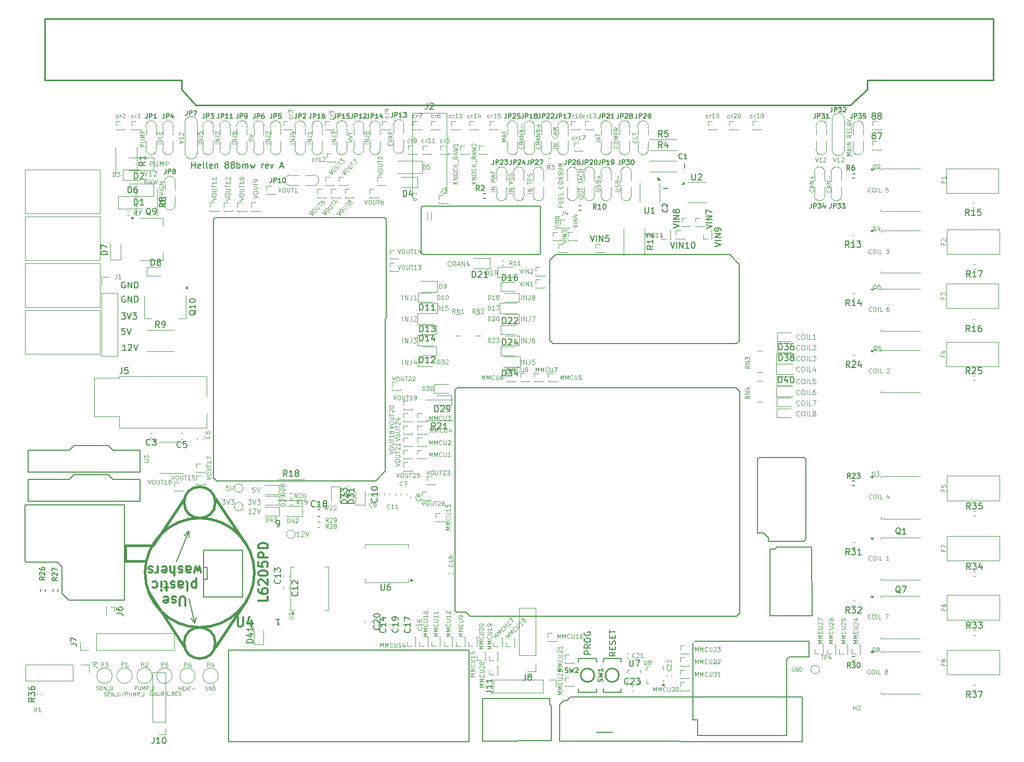
<source format=gto>
G04 #@! TF.GenerationSoftware,KiCad,Pcbnew,8.0.5-8.0.5-0~ubuntu22.04.1*
G04 #@! TF.CreationDate,2024-10-08T07:37:47+00:00*
G04 #@! TF.ProjectId,uefi2,75656669-322e-46b6-9963-61645f706362,rev?*
G04 #@! TF.SameCoordinates,PX403adf0PY916f720*
G04 #@! TF.FileFunction,Legend,Top*
G04 #@! TF.FilePolarity,Positive*
%FSLAX46Y46*%
G04 Gerber Fmt 4.6, Leading zero omitted, Abs format (unit mm)*
G04 Created by KiCad (PCBNEW 8.0.5-8.0.5-0~ubuntu22.04.1) date 2024-10-08 07:37:47*
%MOMM*%
%LPD*%
G01*
G04 APERTURE LIST*
%ADD10C,0.150000*%
%ADD11C,0.120000*%
%ADD12C,0.100000*%
%ADD13C,0.127000*%
%ADD14C,0.170000*%
%ADD15C,0.304800*%
%ADD16C,0.099060*%
%ADD17C,0.200000*%
%ADD18C,0.203200*%
%ADD19C,0.249936*%
%ADD20C,0.254000*%
%ADD21C,0.381000*%
G04 APERTURE END LIST*
D10*
X16821315Y64081181D02*
X16249887Y64081181D01*
X16535601Y64081181D02*
X16535601Y65081181D01*
X16535601Y65081181D02*
X16440363Y64938324D01*
X16440363Y64938324D02*
X16345125Y64843086D01*
X16345125Y64843086D02*
X16249887Y64795467D01*
X17202268Y64985943D02*
X17249887Y65033562D01*
X17249887Y65033562D02*
X17345125Y65081181D01*
X17345125Y65081181D02*
X17583220Y65081181D01*
X17583220Y65081181D02*
X17678458Y65033562D01*
X17678458Y65033562D02*
X17726077Y64985943D01*
X17726077Y64985943D02*
X17773696Y64890705D01*
X17773696Y64890705D02*
X17773696Y64795467D01*
X17773696Y64795467D02*
X17726077Y64652610D01*
X17726077Y64652610D02*
X17154649Y64081181D01*
X17154649Y64081181D02*
X17773696Y64081181D01*
X18059411Y65081181D02*
X18392744Y64081181D01*
X18392744Y64081181D02*
X18726077Y65081181D01*
D11*
X36669523Y39876145D02*
X37164761Y39876145D01*
X37164761Y39876145D02*
X36898095Y39571383D01*
X36898095Y39571383D02*
X37012380Y39571383D01*
X37012380Y39571383D02*
X37088571Y39533288D01*
X37088571Y39533288D02*
X37126666Y39495193D01*
X37126666Y39495193D02*
X37164761Y39419002D01*
X37164761Y39419002D02*
X37164761Y39228526D01*
X37164761Y39228526D02*
X37126666Y39152336D01*
X37126666Y39152336D02*
X37088571Y39114240D01*
X37088571Y39114240D02*
X37012380Y39076145D01*
X37012380Y39076145D02*
X36783809Y39076145D01*
X36783809Y39076145D02*
X36707618Y39114240D01*
X36707618Y39114240D02*
X36669523Y39152336D01*
X37393333Y39876145D02*
X37660000Y39076145D01*
X37660000Y39076145D02*
X37926666Y39876145D01*
X38117142Y39876145D02*
X38612380Y39876145D01*
X38612380Y39876145D02*
X38345714Y39571383D01*
X38345714Y39571383D02*
X38459999Y39571383D01*
X38459999Y39571383D02*
X38536190Y39533288D01*
X38536190Y39533288D02*
X38574285Y39495193D01*
X38574285Y39495193D02*
X38612380Y39419002D01*
X38612380Y39419002D02*
X38612380Y39228526D01*
X38612380Y39228526D02*
X38574285Y39152336D01*
X38574285Y39152336D02*
X38536190Y39114240D01*
X38536190Y39114240D02*
X38459999Y39076145D01*
X38459999Y39076145D02*
X38231428Y39076145D01*
X38231428Y39076145D02*
X38155237Y39114240D01*
X38155237Y39114240D02*
X38117142Y39152336D01*
D12*
X87461966Y87673334D02*
X87461966Y87440001D01*
X87828633Y87440001D02*
X87128633Y87440001D01*
X87128633Y87440001D02*
X87128633Y87773334D01*
X87128633Y88040001D02*
X87695300Y88040001D01*
X87695300Y88040001D02*
X87761966Y88073334D01*
X87761966Y88073334D02*
X87795300Y88106668D01*
X87795300Y88106668D02*
X87828633Y88173334D01*
X87828633Y88173334D02*
X87828633Y88306668D01*
X87828633Y88306668D02*
X87795300Y88373334D01*
X87795300Y88373334D02*
X87761966Y88406668D01*
X87761966Y88406668D02*
X87695300Y88440001D01*
X87695300Y88440001D02*
X87128633Y88440001D01*
X87461966Y88773334D02*
X87461966Y89006667D01*
X87828633Y89106667D02*
X87828633Y88773334D01*
X87828633Y88773334D02*
X87128633Y88773334D01*
X87128633Y88773334D02*
X87128633Y89106667D01*
X87828633Y89740000D02*
X87828633Y89406667D01*
X87828633Y89406667D02*
X87128633Y89406667D01*
X87761966Y90906667D02*
X87795300Y90873334D01*
X87795300Y90873334D02*
X87828633Y90773334D01*
X87828633Y90773334D02*
X87828633Y90706667D01*
X87828633Y90706667D02*
X87795300Y90606667D01*
X87795300Y90606667D02*
X87728633Y90540000D01*
X87728633Y90540000D02*
X87661966Y90506667D01*
X87661966Y90506667D02*
X87528633Y90473334D01*
X87528633Y90473334D02*
X87428633Y90473334D01*
X87428633Y90473334D02*
X87295300Y90506667D01*
X87295300Y90506667D02*
X87228633Y90540000D01*
X87228633Y90540000D02*
X87161966Y90606667D01*
X87161966Y90606667D02*
X87128633Y90706667D01*
X87128633Y90706667D02*
X87128633Y90773334D01*
X87128633Y90773334D02*
X87161966Y90873334D01*
X87161966Y90873334D02*
X87195300Y90906667D01*
X87128633Y91340000D02*
X87128633Y91473334D01*
X87128633Y91473334D02*
X87161966Y91540000D01*
X87161966Y91540000D02*
X87228633Y91606667D01*
X87228633Y91606667D02*
X87361966Y91640000D01*
X87361966Y91640000D02*
X87595300Y91640000D01*
X87595300Y91640000D02*
X87728633Y91606667D01*
X87728633Y91606667D02*
X87795300Y91540000D01*
X87795300Y91540000D02*
X87828633Y91473334D01*
X87828633Y91473334D02*
X87828633Y91340000D01*
X87828633Y91340000D02*
X87795300Y91273334D01*
X87795300Y91273334D02*
X87728633Y91206667D01*
X87728633Y91206667D02*
X87595300Y91173334D01*
X87595300Y91173334D02*
X87361966Y91173334D01*
X87361966Y91173334D02*
X87228633Y91206667D01*
X87228633Y91206667D02*
X87161966Y91273334D01*
X87161966Y91273334D02*
X87128633Y91340000D01*
X87828633Y91940000D02*
X87128633Y91940000D01*
X87128633Y91940000D02*
X87828633Y92340000D01*
X87828633Y92340000D02*
X87128633Y92340000D01*
X87795300Y92640000D02*
X87828633Y92740000D01*
X87828633Y92740000D02*
X87828633Y92906666D01*
X87828633Y92906666D02*
X87795300Y92973333D01*
X87795300Y92973333D02*
X87761966Y93006666D01*
X87761966Y93006666D02*
X87695300Y93040000D01*
X87695300Y93040000D02*
X87628633Y93040000D01*
X87628633Y93040000D02*
X87561966Y93006666D01*
X87561966Y93006666D02*
X87528633Y92973333D01*
X87528633Y92973333D02*
X87495300Y92906666D01*
X87495300Y92906666D02*
X87461966Y92773333D01*
X87461966Y92773333D02*
X87428633Y92706666D01*
X87428633Y92706666D02*
X87395300Y92673333D01*
X87395300Y92673333D02*
X87328633Y92640000D01*
X87328633Y92640000D02*
X87261966Y92640000D01*
X87261966Y92640000D02*
X87195300Y92673333D01*
X87195300Y92673333D02*
X87161966Y92706666D01*
X87161966Y92706666D02*
X87128633Y92773333D01*
X87128633Y92773333D02*
X87128633Y92940000D01*
X87128633Y92940000D02*
X87161966Y93040000D01*
X87128633Y93340000D02*
X87695300Y93340000D01*
X87695300Y93340000D02*
X87761966Y93373333D01*
X87761966Y93373333D02*
X87795300Y93406667D01*
X87795300Y93406667D02*
X87828633Y93473333D01*
X87828633Y93473333D02*
X87828633Y93606667D01*
X87828633Y93606667D02*
X87795300Y93673333D01*
X87795300Y93673333D02*
X87761966Y93706667D01*
X87761966Y93706667D02*
X87695300Y93740000D01*
X87695300Y93740000D02*
X87128633Y93740000D01*
X87828633Y94073333D02*
X87128633Y94073333D01*
X87128633Y94073333D02*
X87628633Y94306666D01*
X87628633Y94306666D02*
X87128633Y94540000D01*
X87128633Y94540000D02*
X87828633Y94540000D01*
X137810000Y11538034D02*
X137776667Y11504700D01*
X137776667Y11504700D02*
X137676667Y11471367D01*
X137676667Y11471367D02*
X137610000Y11471367D01*
X137610000Y11471367D02*
X137510000Y11504700D01*
X137510000Y11504700D02*
X137443334Y11571367D01*
X137443334Y11571367D02*
X137410000Y11638034D01*
X137410000Y11638034D02*
X137376667Y11771367D01*
X137376667Y11771367D02*
X137376667Y11871367D01*
X137376667Y11871367D02*
X137410000Y12004700D01*
X137410000Y12004700D02*
X137443334Y12071367D01*
X137443334Y12071367D02*
X137510000Y12138034D01*
X137510000Y12138034D02*
X137610000Y12171367D01*
X137610000Y12171367D02*
X137676667Y12171367D01*
X137676667Y12171367D02*
X137776667Y12138034D01*
X137776667Y12138034D02*
X137810000Y12104700D01*
X138243334Y12171367D02*
X138376667Y12171367D01*
X138376667Y12171367D02*
X138443334Y12138034D01*
X138443334Y12138034D02*
X138510000Y12071367D01*
X138510000Y12071367D02*
X138543334Y11938034D01*
X138543334Y11938034D02*
X138543334Y11704700D01*
X138543334Y11704700D02*
X138510000Y11571367D01*
X138510000Y11571367D02*
X138443334Y11504700D01*
X138443334Y11504700D02*
X138376667Y11471367D01*
X138376667Y11471367D02*
X138243334Y11471367D01*
X138243334Y11471367D02*
X138176667Y11504700D01*
X138176667Y11504700D02*
X138110000Y11571367D01*
X138110000Y11571367D02*
X138076667Y11704700D01*
X138076667Y11704700D02*
X138076667Y11938034D01*
X138076667Y11938034D02*
X138110000Y12071367D01*
X138110000Y12071367D02*
X138176667Y12138034D01*
X138176667Y12138034D02*
X138243334Y12171367D01*
X138843333Y11471367D02*
X138843333Y12171367D01*
X139510000Y11471367D02*
X139176666Y11471367D01*
X139176666Y11471367D02*
X139176666Y12171367D01*
X140376666Y11871367D02*
X140310000Y11904700D01*
X140310000Y11904700D02*
X140276666Y11938034D01*
X140276666Y11938034D02*
X140243333Y12004700D01*
X140243333Y12004700D02*
X140243333Y12038034D01*
X140243333Y12038034D02*
X140276666Y12104700D01*
X140276666Y12104700D02*
X140310000Y12138034D01*
X140310000Y12138034D02*
X140376666Y12171367D01*
X140376666Y12171367D02*
X140510000Y12171367D01*
X140510000Y12171367D02*
X140576666Y12138034D01*
X140576666Y12138034D02*
X140610000Y12104700D01*
X140610000Y12104700D02*
X140643333Y12038034D01*
X140643333Y12038034D02*
X140643333Y12004700D01*
X140643333Y12004700D02*
X140610000Y11938034D01*
X140610000Y11938034D02*
X140576666Y11904700D01*
X140576666Y11904700D02*
X140510000Y11871367D01*
X140510000Y11871367D02*
X140376666Y11871367D01*
X140376666Y11871367D02*
X140310000Y11838034D01*
X140310000Y11838034D02*
X140276666Y11804700D01*
X140276666Y11804700D02*
X140243333Y11738034D01*
X140243333Y11738034D02*
X140243333Y11604700D01*
X140243333Y11604700D02*
X140276666Y11538034D01*
X140276666Y11538034D02*
X140310000Y11504700D01*
X140310000Y11504700D02*
X140376666Y11471367D01*
X140376666Y11471367D02*
X140510000Y11471367D01*
X140510000Y11471367D02*
X140576666Y11504700D01*
X140576666Y11504700D02*
X140610000Y11538034D01*
X140610000Y11538034D02*
X140643333Y11604700D01*
X140643333Y11604700D02*
X140643333Y11738034D01*
X140643333Y11738034D02*
X140610000Y11804700D01*
X140610000Y11804700D02*
X140576666Y11838034D01*
X140576666Y11838034D02*
X140510000Y11871367D01*
D11*
X61805238Y61826145D02*
X61805238Y62626145D01*
X62186190Y61826145D02*
X62186190Y62626145D01*
X62186190Y62626145D02*
X62643333Y61826145D01*
X62643333Y61826145D02*
X62643333Y62626145D01*
X63252856Y62626145D02*
X63252856Y62054717D01*
X63252856Y62054717D02*
X63214761Y61940431D01*
X63214761Y61940431D02*
X63138570Y61864240D01*
X63138570Y61864240D02*
X63024285Y61826145D01*
X63024285Y61826145D02*
X62948094Y61826145D01*
X63976666Y62359479D02*
X63976666Y61826145D01*
X63786190Y62664240D02*
X63595713Y62092812D01*
X63595713Y62092812D02*
X64090952Y62092812D01*
X126343334Y53502336D02*
X126305238Y53464240D01*
X126305238Y53464240D02*
X126190953Y53426145D01*
X126190953Y53426145D02*
X126114762Y53426145D01*
X126114762Y53426145D02*
X126000476Y53464240D01*
X126000476Y53464240D02*
X125924286Y53540431D01*
X125924286Y53540431D02*
X125886191Y53616621D01*
X125886191Y53616621D02*
X125848095Y53769002D01*
X125848095Y53769002D02*
X125848095Y53883288D01*
X125848095Y53883288D02*
X125886191Y54035669D01*
X125886191Y54035669D02*
X125924286Y54111860D01*
X125924286Y54111860D02*
X126000476Y54188050D01*
X126000476Y54188050D02*
X126114762Y54226145D01*
X126114762Y54226145D02*
X126190953Y54226145D01*
X126190953Y54226145D02*
X126305238Y54188050D01*
X126305238Y54188050D02*
X126343334Y54149955D01*
X126838572Y54226145D02*
X126990953Y54226145D01*
X126990953Y54226145D02*
X127067143Y54188050D01*
X127067143Y54188050D02*
X127143334Y54111860D01*
X127143334Y54111860D02*
X127181429Y53959479D01*
X127181429Y53959479D02*
X127181429Y53692812D01*
X127181429Y53692812D02*
X127143334Y53540431D01*
X127143334Y53540431D02*
X127067143Y53464240D01*
X127067143Y53464240D02*
X126990953Y53426145D01*
X126990953Y53426145D02*
X126838572Y53426145D01*
X126838572Y53426145D02*
X126762381Y53464240D01*
X126762381Y53464240D02*
X126686191Y53540431D01*
X126686191Y53540431D02*
X126648095Y53692812D01*
X126648095Y53692812D02*
X126648095Y53959479D01*
X126648095Y53959479D02*
X126686191Y54111860D01*
X126686191Y54111860D02*
X126762381Y54188050D01*
X126762381Y54188050D02*
X126838572Y54226145D01*
X127524286Y53426145D02*
X127524286Y54226145D01*
X128286190Y53426145D02*
X127905238Y53426145D01*
X127905238Y53426145D02*
X127905238Y54226145D01*
X128667142Y53883288D02*
X128590952Y53921383D01*
X128590952Y53921383D02*
X128552857Y53959479D01*
X128552857Y53959479D02*
X128514761Y54035669D01*
X128514761Y54035669D02*
X128514761Y54073764D01*
X128514761Y54073764D02*
X128552857Y54149955D01*
X128552857Y54149955D02*
X128590952Y54188050D01*
X128590952Y54188050D02*
X128667142Y54226145D01*
X128667142Y54226145D02*
X128819523Y54226145D01*
X128819523Y54226145D02*
X128895714Y54188050D01*
X128895714Y54188050D02*
X128933809Y54149955D01*
X128933809Y54149955D02*
X128971904Y54073764D01*
X128971904Y54073764D02*
X128971904Y54035669D01*
X128971904Y54035669D02*
X128933809Y53959479D01*
X128933809Y53959479D02*
X128895714Y53921383D01*
X128895714Y53921383D02*
X128819523Y53883288D01*
X128819523Y53883288D02*
X128667142Y53883288D01*
X128667142Y53883288D02*
X128590952Y53845193D01*
X128590952Y53845193D02*
X128552857Y53807098D01*
X128552857Y53807098D02*
X128514761Y53730907D01*
X128514761Y53730907D02*
X128514761Y53578526D01*
X128514761Y53578526D02*
X128552857Y53502336D01*
X128552857Y53502336D02*
X128590952Y53464240D01*
X128590952Y53464240D02*
X128667142Y53426145D01*
X128667142Y53426145D02*
X128819523Y53426145D01*
X128819523Y53426145D02*
X128895714Y53464240D01*
X128895714Y53464240D02*
X128933809Y53502336D01*
X128933809Y53502336D02*
X128971904Y53578526D01*
X128971904Y53578526D02*
X128971904Y53730907D01*
X128971904Y53730907D02*
X128933809Y53807098D01*
X128933809Y53807098D02*
X128895714Y53845193D01*
X128895714Y53845193D02*
X128819523Y53883288D01*
D12*
X90428633Y88940001D02*
X90428633Y89073335D01*
X90428633Y89073335D02*
X90461966Y89140001D01*
X90461966Y89140001D02*
X90528633Y89206668D01*
X90528633Y89206668D02*
X90661966Y89240001D01*
X90661966Y89240001D02*
X90895300Y89240001D01*
X90895300Y89240001D02*
X91028633Y89206668D01*
X91028633Y89206668D02*
X91095300Y89140001D01*
X91095300Y89140001D02*
X91128633Y89073335D01*
X91128633Y89073335D02*
X91128633Y88940001D01*
X91128633Y88940001D02*
X91095300Y88873335D01*
X91095300Y88873335D02*
X91028633Y88806668D01*
X91028633Y88806668D02*
X90895300Y88773335D01*
X90895300Y88773335D02*
X90661966Y88773335D01*
X90661966Y88773335D02*
X90528633Y88806668D01*
X90528633Y88806668D02*
X90461966Y88873335D01*
X90461966Y88873335D02*
X90428633Y88940001D01*
X90428633Y89540001D02*
X90995300Y89540001D01*
X90995300Y89540001D02*
X91061966Y89573334D01*
X91061966Y89573334D02*
X91095300Y89606668D01*
X91095300Y89606668D02*
X91128633Y89673334D01*
X91128633Y89673334D02*
X91128633Y89806668D01*
X91128633Y89806668D02*
X91095300Y89873334D01*
X91095300Y89873334D02*
X91061966Y89906668D01*
X91061966Y89906668D02*
X90995300Y89940001D01*
X90995300Y89940001D02*
X90428633Y89940001D01*
X90428633Y90173334D02*
X90428633Y90573334D01*
X91128633Y90373334D02*
X90428633Y90373334D01*
X90428633Y91240000D02*
X90428633Y91640000D01*
X91128633Y91440000D02*
X90428633Y91440000D01*
X90928633Y91840000D02*
X90928633Y92173333D01*
X91128633Y91773333D02*
X90428633Y92006666D01*
X90428633Y92006666D02*
X91128633Y92240000D01*
X91061966Y92873333D02*
X91095300Y92840000D01*
X91095300Y92840000D02*
X91128633Y92740000D01*
X91128633Y92740000D02*
X91128633Y92673333D01*
X91128633Y92673333D02*
X91095300Y92573333D01*
X91095300Y92573333D02*
X91028633Y92506666D01*
X91028633Y92506666D02*
X90961966Y92473333D01*
X90961966Y92473333D02*
X90828633Y92440000D01*
X90828633Y92440000D02*
X90728633Y92440000D01*
X90728633Y92440000D02*
X90595300Y92473333D01*
X90595300Y92473333D02*
X90528633Y92506666D01*
X90528633Y92506666D02*
X90461966Y92573333D01*
X90461966Y92573333D02*
X90428633Y92673333D01*
X90428633Y92673333D02*
X90428633Y92740000D01*
X90428633Y92740000D02*
X90461966Y92840000D01*
X90461966Y92840000D02*
X90495300Y92873333D01*
X91128633Y93173333D02*
X90428633Y93173333D01*
X90761966Y93173333D02*
X90761966Y93573333D01*
X91128633Y93573333D02*
X90428633Y93573333D01*
X99861966Y98356667D02*
X99895300Y98323334D01*
X99895300Y98323334D02*
X99928633Y98223334D01*
X99928633Y98223334D02*
X99928633Y98156667D01*
X99928633Y98156667D02*
X99895300Y98056667D01*
X99895300Y98056667D02*
X99828633Y97990000D01*
X99828633Y97990000D02*
X99761966Y97956667D01*
X99761966Y97956667D02*
X99628633Y97923334D01*
X99628633Y97923334D02*
X99528633Y97923334D01*
X99528633Y97923334D02*
X99395300Y97956667D01*
X99395300Y97956667D02*
X99328633Y97990000D01*
X99328633Y97990000D02*
X99261966Y98056667D01*
X99261966Y98056667D02*
X99228633Y98156667D01*
X99228633Y98156667D02*
X99228633Y98223334D01*
X99228633Y98223334D02*
X99261966Y98323334D01*
X99261966Y98323334D02*
X99295300Y98356667D01*
X99928633Y98990000D02*
X99928633Y98656667D01*
X99928633Y98656667D02*
X99228633Y98656667D01*
X99228633Y99123334D02*
X99228633Y99523334D01*
X99928633Y99323334D02*
X99228633Y99323334D01*
D10*
X16685601Y75193562D02*
X16590363Y75241181D01*
X16590363Y75241181D02*
X16447506Y75241181D01*
X16447506Y75241181D02*
X16304649Y75193562D01*
X16304649Y75193562D02*
X16209411Y75098324D01*
X16209411Y75098324D02*
X16161792Y75003086D01*
X16161792Y75003086D02*
X16114173Y74812610D01*
X16114173Y74812610D02*
X16114173Y74669753D01*
X16114173Y74669753D02*
X16161792Y74479277D01*
X16161792Y74479277D02*
X16209411Y74384039D01*
X16209411Y74384039D02*
X16304649Y74288800D01*
X16304649Y74288800D02*
X16447506Y74241181D01*
X16447506Y74241181D02*
X16542744Y74241181D01*
X16542744Y74241181D02*
X16685601Y74288800D01*
X16685601Y74288800D02*
X16733220Y74336420D01*
X16733220Y74336420D02*
X16733220Y74669753D01*
X16733220Y74669753D02*
X16542744Y74669753D01*
X17161792Y74241181D02*
X17161792Y75241181D01*
X17161792Y75241181D02*
X17733220Y74241181D01*
X17733220Y74241181D02*
X17733220Y75241181D01*
X18209411Y74241181D02*
X18209411Y75241181D01*
X18209411Y75241181D02*
X18447506Y75241181D01*
X18447506Y75241181D02*
X18590363Y75193562D01*
X18590363Y75193562D02*
X18685601Y75098324D01*
X18685601Y75098324D02*
X18733220Y75003086D01*
X18733220Y75003086D02*
X18780839Y74812610D01*
X18780839Y74812610D02*
X18780839Y74669753D01*
X18780839Y74669753D02*
X18733220Y74479277D01*
X18733220Y74479277D02*
X18685601Y74384039D01*
X18685601Y74384039D02*
X18590363Y74288800D01*
X18590363Y74288800D02*
X18447506Y74241181D01*
X18447506Y74241181D02*
X18209411Y74241181D01*
D11*
X81055238Y72326145D02*
X81055238Y73126145D01*
X81436190Y72326145D02*
X81436190Y73126145D01*
X81436190Y73126145D02*
X81893333Y72326145D01*
X81893333Y72326145D02*
X81893333Y73126145D01*
X82502856Y73126145D02*
X82502856Y72554717D01*
X82502856Y72554717D02*
X82464761Y72440431D01*
X82464761Y72440431D02*
X82388570Y72364240D01*
X82388570Y72364240D02*
X82274285Y72326145D01*
X82274285Y72326145D02*
X82198094Y72326145D01*
X82998094Y72783288D02*
X82921904Y72821383D01*
X82921904Y72821383D02*
X82883809Y72859479D01*
X82883809Y72859479D02*
X82845713Y72935669D01*
X82845713Y72935669D02*
X82845713Y72973764D01*
X82845713Y72973764D02*
X82883809Y73049955D01*
X82883809Y73049955D02*
X82921904Y73088050D01*
X82921904Y73088050D02*
X82998094Y73126145D01*
X82998094Y73126145D02*
X83150475Y73126145D01*
X83150475Y73126145D02*
X83226666Y73088050D01*
X83226666Y73088050D02*
X83264761Y73049955D01*
X83264761Y73049955D02*
X83302856Y72973764D01*
X83302856Y72973764D02*
X83302856Y72935669D01*
X83302856Y72935669D02*
X83264761Y72859479D01*
X83264761Y72859479D02*
X83226666Y72821383D01*
X83226666Y72821383D02*
X83150475Y72783288D01*
X83150475Y72783288D02*
X82998094Y72783288D01*
X82998094Y72783288D02*
X82921904Y72745193D01*
X82921904Y72745193D02*
X82883809Y72707098D01*
X82883809Y72707098D02*
X82845713Y72630907D01*
X82845713Y72630907D02*
X82845713Y72478526D01*
X82845713Y72478526D02*
X82883809Y72402336D01*
X82883809Y72402336D02*
X82921904Y72364240D01*
X82921904Y72364240D02*
X82998094Y72326145D01*
X82998094Y72326145D02*
X83150475Y72326145D01*
X83150475Y72326145D02*
X83226666Y72364240D01*
X83226666Y72364240D02*
X83264761Y72402336D01*
X83264761Y72402336D02*
X83302856Y72478526D01*
X83302856Y72478526D02*
X83302856Y72630907D01*
X83302856Y72630907D02*
X83264761Y72707098D01*
X83264761Y72707098D02*
X83226666Y72745193D01*
X83226666Y72745193D02*
X83150475Y72783288D01*
D12*
X86928633Y97006668D02*
X86228633Y97006668D01*
X86928633Y97340001D02*
X86228633Y97340001D01*
X86228633Y97340001D02*
X86928633Y97740001D01*
X86928633Y97740001D02*
X86228633Y97740001D01*
X86861966Y99006667D02*
X86895300Y98973334D01*
X86895300Y98973334D02*
X86928633Y98873334D01*
X86928633Y98873334D02*
X86928633Y98806667D01*
X86928633Y98806667D02*
X86895300Y98706667D01*
X86895300Y98706667D02*
X86828633Y98640000D01*
X86828633Y98640000D02*
X86761966Y98606667D01*
X86761966Y98606667D02*
X86628633Y98573334D01*
X86628633Y98573334D02*
X86528633Y98573334D01*
X86528633Y98573334D02*
X86395300Y98606667D01*
X86395300Y98606667D02*
X86328633Y98640000D01*
X86328633Y98640000D02*
X86261966Y98706667D01*
X86261966Y98706667D02*
X86228633Y98806667D01*
X86228633Y98806667D02*
X86228633Y98873334D01*
X86228633Y98873334D02*
X86261966Y98973334D01*
X86261966Y98973334D02*
X86295300Y99006667D01*
X86728633Y99273334D02*
X86728633Y99606667D01*
X86928633Y99206667D02*
X86228633Y99440000D01*
X86228633Y99440000D02*
X86928633Y99673334D01*
X86928633Y99906667D02*
X86228633Y99906667D01*
X86228633Y99906667D02*
X86728633Y100140000D01*
X86728633Y100140000D02*
X86228633Y100373334D01*
X86228633Y100373334D02*
X86928633Y100373334D01*
D11*
X20674286Y94076145D02*
X20674286Y94876145D01*
X20674286Y94876145D02*
X20979048Y94876145D01*
X20979048Y94876145D02*
X21055238Y94838050D01*
X21055238Y94838050D02*
X21093333Y94799955D01*
X21093333Y94799955D02*
X21131429Y94723764D01*
X21131429Y94723764D02*
X21131429Y94609479D01*
X21131429Y94609479D02*
X21093333Y94533288D01*
X21093333Y94533288D02*
X21055238Y94495193D01*
X21055238Y94495193D02*
X20979048Y94457098D01*
X20979048Y94457098D02*
X20674286Y94457098D01*
X21474286Y94876145D02*
X21474286Y94228526D01*
X21474286Y94228526D02*
X21512381Y94152336D01*
X21512381Y94152336D02*
X21550476Y94114240D01*
X21550476Y94114240D02*
X21626667Y94076145D01*
X21626667Y94076145D02*
X21779048Y94076145D01*
X21779048Y94076145D02*
X21855238Y94114240D01*
X21855238Y94114240D02*
X21893333Y94152336D01*
X21893333Y94152336D02*
X21931429Y94228526D01*
X21931429Y94228526D02*
X21931429Y94876145D01*
X22312381Y94076145D02*
X22312381Y94876145D01*
X22312381Y94876145D02*
X22579047Y94304717D01*
X22579047Y94304717D02*
X22845714Y94876145D01*
X22845714Y94876145D02*
X22845714Y94076145D01*
X23226667Y94076145D02*
X23226667Y94876145D01*
X23226667Y94876145D02*
X23531429Y94876145D01*
X23531429Y94876145D02*
X23607619Y94838050D01*
X23607619Y94838050D02*
X23645714Y94799955D01*
X23645714Y94799955D02*
X23683810Y94723764D01*
X23683810Y94723764D02*
X23683810Y94609479D01*
X23683810Y94609479D02*
X23645714Y94533288D01*
X23645714Y94533288D02*
X23607619Y94495193D01*
X23607619Y94495193D02*
X23531429Y94457098D01*
X23531429Y94457098D02*
X23226667Y94457098D01*
D12*
X18224286Y8917629D02*
X18224286Y9517629D01*
X18224286Y9517629D02*
X18452857Y9517629D01*
X18452857Y9517629D02*
X18510000Y9489058D01*
X18510000Y9489058D02*
X18538571Y9460486D01*
X18538571Y9460486D02*
X18567143Y9403343D01*
X18567143Y9403343D02*
X18567143Y9317629D01*
X18567143Y9317629D02*
X18538571Y9260486D01*
X18538571Y9260486D02*
X18510000Y9231915D01*
X18510000Y9231915D02*
X18452857Y9203343D01*
X18452857Y9203343D02*
X18224286Y9203343D01*
X18824286Y9517629D02*
X18824286Y9031915D01*
X18824286Y9031915D02*
X18852857Y8974772D01*
X18852857Y8974772D02*
X18881429Y8946200D01*
X18881429Y8946200D02*
X18938571Y8917629D01*
X18938571Y8917629D02*
X19052857Y8917629D01*
X19052857Y8917629D02*
X19110000Y8946200D01*
X19110000Y8946200D02*
X19138571Y8974772D01*
X19138571Y8974772D02*
X19167143Y9031915D01*
X19167143Y9031915D02*
X19167143Y9517629D01*
X19452857Y8917629D02*
X19452857Y9517629D01*
X19452857Y9517629D02*
X19652857Y9089058D01*
X19652857Y9089058D02*
X19852857Y9517629D01*
X19852857Y9517629D02*
X19852857Y8917629D01*
X20138571Y8917629D02*
X20138571Y9517629D01*
X20138571Y9517629D02*
X20367142Y9517629D01*
X20367142Y9517629D02*
X20424285Y9489058D01*
X20424285Y9489058D02*
X20452856Y9460486D01*
X20452856Y9460486D02*
X20481428Y9403343D01*
X20481428Y9403343D02*
X20481428Y9317629D01*
X20481428Y9317629D02*
X20452856Y9260486D01*
X20452856Y9260486D02*
X20424285Y9231915D01*
X20424285Y9231915D02*
X20367142Y9203343D01*
X20367142Y9203343D02*
X20138571Y9203343D01*
X20595714Y8860486D02*
X21052856Y8860486D01*
X21195714Y8917629D02*
X21195714Y9517629D01*
X128909999Y95471367D02*
X129143333Y94771367D01*
X129143333Y94771367D02*
X129376666Y95471367D01*
X129976666Y94771367D02*
X129576666Y94771367D01*
X129776666Y94771367D02*
X129776666Y95471367D01*
X129776666Y95471367D02*
X129709999Y95371367D01*
X129709999Y95371367D02*
X129643333Y95304700D01*
X129643333Y95304700D02*
X129576666Y95271367D01*
X130243333Y95404700D02*
X130276666Y95438034D01*
X130276666Y95438034D02*
X130343333Y95471367D01*
X130343333Y95471367D02*
X130510000Y95471367D01*
X130510000Y95471367D02*
X130576666Y95438034D01*
X130576666Y95438034D02*
X130610000Y95404700D01*
X130610000Y95404700D02*
X130643333Y95338034D01*
X130643333Y95338034D02*
X130643333Y95271367D01*
X130643333Y95271367D02*
X130610000Y95171367D01*
X130610000Y95171367D02*
X130210000Y94771367D01*
X130210000Y94771367D02*
X130643333Y94771367D01*
X21067143Y8074772D02*
X21038571Y8046200D01*
X21038571Y8046200D02*
X20952857Y8017629D01*
X20952857Y8017629D02*
X20895714Y8017629D01*
X20895714Y8017629D02*
X20810000Y8046200D01*
X20810000Y8046200D02*
X20752857Y8103343D01*
X20752857Y8103343D02*
X20724286Y8160486D01*
X20724286Y8160486D02*
X20695714Y8274772D01*
X20695714Y8274772D02*
X20695714Y8360486D01*
X20695714Y8360486D02*
X20724286Y8474772D01*
X20724286Y8474772D02*
X20752857Y8531915D01*
X20752857Y8531915D02*
X20810000Y8589058D01*
X20810000Y8589058D02*
X20895714Y8617629D01*
X20895714Y8617629D02*
X20952857Y8617629D01*
X20952857Y8617629D02*
X21038571Y8589058D01*
X21038571Y8589058D02*
X21067143Y8560486D01*
X21295714Y8189058D02*
X21581429Y8189058D01*
X21238571Y8017629D02*
X21438571Y8617629D01*
X21438571Y8617629D02*
X21638571Y8017629D01*
X22124286Y8017629D02*
X21838572Y8017629D01*
X21838572Y8017629D02*
X21838572Y8617629D01*
X22324286Y8017629D02*
X22324286Y8617629D01*
X22810000Y8331915D02*
X22895714Y8303343D01*
X22895714Y8303343D02*
X22924285Y8274772D01*
X22924285Y8274772D02*
X22952857Y8217629D01*
X22952857Y8217629D02*
X22952857Y8131915D01*
X22952857Y8131915D02*
X22924285Y8074772D01*
X22924285Y8074772D02*
X22895714Y8046200D01*
X22895714Y8046200D02*
X22838571Y8017629D01*
X22838571Y8017629D02*
X22610000Y8017629D01*
X22610000Y8017629D02*
X22610000Y8617629D01*
X22610000Y8617629D02*
X22810000Y8617629D01*
X22810000Y8617629D02*
X22867143Y8589058D01*
X22867143Y8589058D02*
X22895714Y8560486D01*
X22895714Y8560486D02*
X22924285Y8503343D01*
X22924285Y8503343D02*
X22924285Y8446200D01*
X22924285Y8446200D02*
X22895714Y8389058D01*
X22895714Y8389058D02*
X22867143Y8360486D01*
X22867143Y8360486D02*
X22810000Y8331915D01*
X22810000Y8331915D02*
X22610000Y8331915D01*
X23552857Y8017629D02*
X23352857Y8303343D01*
X23210000Y8017629D02*
X23210000Y8617629D01*
X23210000Y8617629D02*
X23438571Y8617629D01*
X23438571Y8617629D02*
X23495714Y8589058D01*
X23495714Y8589058D02*
X23524285Y8560486D01*
X23524285Y8560486D02*
X23552857Y8503343D01*
X23552857Y8503343D02*
X23552857Y8417629D01*
X23552857Y8417629D02*
X23524285Y8360486D01*
X23524285Y8360486D02*
X23495714Y8331915D01*
X23495714Y8331915D02*
X23438571Y8303343D01*
X23438571Y8303343D02*
X23210000Y8303343D01*
X23667143Y7960486D02*
X24124285Y7960486D01*
X24610000Y8017629D02*
X24410000Y8303343D01*
X24267143Y8017629D02*
X24267143Y8617629D01*
X24267143Y8617629D02*
X24495714Y8617629D01*
X24495714Y8617629D02*
X24552857Y8589058D01*
X24552857Y8589058D02*
X24581428Y8560486D01*
X24581428Y8560486D02*
X24610000Y8503343D01*
X24610000Y8503343D02*
X24610000Y8417629D01*
X24610000Y8417629D02*
X24581428Y8360486D01*
X24581428Y8360486D02*
X24552857Y8331915D01*
X24552857Y8331915D02*
X24495714Y8303343D01*
X24495714Y8303343D02*
X24267143Y8303343D01*
X24867143Y8331915D02*
X25067143Y8331915D01*
X25152857Y8017629D02*
X24867143Y8017629D01*
X24867143Y8017629D02*
X24867143Y8617629D01*
X24867143Y8617629D02*
X25152857Y8617629D01*
X25381428Y8046200D02*
X25467143Y8017629D01*
X25467143Y8017629D02*
X25610000Y8017629D01*
X25610000Y8017629D02*
X25667143Y8046200D01*
X25667143Y8046200D02*
X25695714Y8074772D01*
X25695714Y8074772D02*
X25724285Y8131915D01*
X25724285Y8131915D02*
X25724285Y8189058D01*
X25724285Y8189058D02*
X25695714Y8246200D01*
X25695714Y8246200D02*
X25667143Y8274772D01*
X25667143Y8274772D02*
X25610000Y8303343D01*
X25610000Y8303343D02*
X25495714Y8331915D01*
X25495714Y8331915D02*
X25438571Y8360486D01*
X25438571Y8360486D02*
X25410000Y8389058D01*
X25410000Y8389058D02*
X25381428Y8446200D01*
X25381428Y8446200D02*
X25381428Y8503343D01*
X25381428Y8503343D02*
X25410000Y8560486D01*
X25410000Y8560486D02*
X25438571Y8589058D01*
X25438571Y8589058D02*
X25495714Y8617629D01*
X25495714Y8617629D02*
X25638571Y8617629D01*
X25638571Y8617629D02*
X25724285Y8589058D01*
D11*
X126343334Y57002336D02*
X126305238Y56964240D01*
X126305238Y56964240D02*
X126190953Y56926145D01*
X126190953Y56926145D02*
X126114762Y56926145D01*
X126114762Y56926145D02*
X126000476Y56964240D01*
X126000476Y56964240D02*
X125924286Y57040431D01*
X125924286Y57040431D02*
X125886191Y57116621D01*
X125886191Y57116621D02*
X125848095Y57269002D01*
X125848095Y57269002D02*
X125848095Y57383288D01*
X125848095Y57383288D02*
X125886191Y57535669D01*
X125886191Y57535669D02*
X125924286Y57611860D01*
X125924286Y57611860D02*
X126000476Y57688050D01*
X126000476Y57688050D02*
X126114762Y57726145D01*
X126114762Y57726145D02*
X126190953Y57726145D01*
X126190953Y57726145D02*
X126305238Y57688050D01*
X126305238Y57688050D02*
X126343334Y57649955D01*
X126838572Y57726145D02*
X126990953Y57726145D01*
X126990953Y57726145D02*
X127067143Y57688050D01*
X127067143Y57688050D02*
X127143334Y57611860D01*
X127143334Y57611860D02*
X127181429Y57459479D01*
X127181429Y57459479D02*
X127181429Y57192812D01*
X127181429Y57192812D02*
X127143334Y57040431D01*
X127143334Y57040431D02*
X127067143Y56964240D01*
X127067143Y56964240D02*
X126990953Y56926145D01*
X126990953Y56926145D02*
X126838572Y56926145D01*
X126838572Y56926145D02*
X126762381Y56964240D01*
X126762381Y56964240D02*
X126686191Y57040431D01*
X126686191Y57040431D02*
X126648095Y57192812D01*
X126648095Y57192812D02*
X126648095Y57459479D01*
X126648095Y57459479D02*
X126686191Y57611860D01*
X126686191Y57611860D02*
X126762381Y57688050D01*
X126762381Y57688050D02*
X126838572Y57726145D01*
X127524286Y56926145D02*
X127524286Y57726145D01*
X128286190Y56926145D02*
X127905238Y56926145D01*
X127905238Y56926145D02*
X127905238Y57726145D01*
X128895714Y57726145D02*
X128743333Y57726145D01*
X128743333Y57726145D02*
X128667142Y57688050D01*
X128667142Y57688050D02*
X128629047Y57649955D01*
X128629047Y57649955D02*
X128552857Y57535669D01*
X128552857Y57535669D02*
X128514761Y57383288D01*
X128514761Y57383288D02*
X128514761Y57078526D01*
X128514761Y57078526D02*
X128552857Y57002336D01*
X128552857Y57002336D02*
X128590952Y56964240D01*
X128590952Y56964240D02*
X128667142Y56926145D01*
X128667142Y56926145D02*
X128819523Y56926145D01*
X128819523Y56926145D02*
X128895714Y56964240D01*
X128895714Y56964240D02*
X128933809Y57002336D01*
X128933809Y57002336D02*
X128971904Y57078526D01*
X128971904Y57078526D02*
X128971904Y57269002D01*
X128971904Y57269002D02*
X128933809Y57345193D01*
X128933809Y57345193D02*
X128895714Y57383288D01*
X128895714Y57383288D02*
X128819523Y57421383D01*
X128819523Y57421383D02*
X128667142Y57421383D01*
X128667142Y57421383D02*
X128590952Y57383288D01*
X128590952Y57383288D02*
X128552857Y57345193D01*
X128552857Y57345193D02*
X128514761Y57269002D01*
X32419523Y39876145D02*
X32914761Y39876145D01*
X32914761Y39876145D02*
X32648095Y39571383D01*
X32648095Y39571383D02*
X32762380Y39571383D01*
X32762380Y39571383D02*
X32838571Y39533288D01*
X32838571Y39533288D02*
X32876666Y39495193D01*
X32876666Y39495193D02*
X32914761Y39419002D01*
X32914761Y39419002D02*
X32914761Y39228526D01*
X32914761Y39228526D02*
X32876666Y39152336D01*
X32876666Y39152336D02*
X32838571Y39114240D01*
X32838571Y39114240D02*
X32762380Y39076145D01*
X32762380Y39076145D02*
X32533809Y39076145D01*
X32533809Y39076145D02*
X32457618Y39114240D01*
X32457618Y39114240D02*
X32419523Y39152336D01*
X33143333Y39876145D02*
X33410000Y39076145D01*
X33410000Y39076145D02*
X33676666Y39876145D01*
X33867142Y39876145D02*
X34362380Y39876145D01*
X34362380Y39876145D02*
X34095714Y39571383D01*
X34095714Y39571383D02*
X34209999Y39571383D01*
X34209999Y39571383D02*
X34286190Y39533288D01*
X34286190Y39533288D02*
X34324285Y39495193D01*
X34324285Y39495193D02*
X34362380Y39419002D01*
X34362380Y39419002D02*
X34362380Y39228526D01*
X34362380Y39228526D02*
X34324285Y39152336D01*
X34324285Y39152336D02*
X34286190Y39114240D01*
X34286190Y39114240D02*
X34209999Y39076145D01*
X34209999Y39076145D02*
X33981428Y39076145D01*
X33981428Y39076145D02*
X33905237Y39114240D01*
X33905237Y39114240D02*
X33867142Y39152336D01*
D10*
X27505237Y93735181D02*
X27505237Y94735181D01*
X27505237Y94258991D02*
X28076665Y94258991D01*
X28076665Y93735181D02*
X28076665Y94735181D01*
X28933808Y93782800D02*
X28838570Y93735181D01*
X28838570Y93735181D02*
X28648094Y93735181D01*
X28648094Y93735181D02*
X28552856Y93782800D01*
X28552856Y93782800D02*
X28505237Y93878039D01*
X28505237Y93878039D02*
X28505237Y94258991D01*
X28505237Y94258991D02*
X28552856Y94354229D01*
X28552856Y94354229D02*
X28648094Y94401848D01*
X28648094Y94401848D02*
X28838570Y94401848D01*
X28838570Y94401848D02*
X28933808Y94354229D01*
X28933808Y94354229D02*
X28981427Y94258991D01*
X28981427Y94258991D02*
X28981427Y94163753D01*
X28981427Y94163753D02*
X28505237Y94068515D01*
X29552856Y93735181D02*
X29457618Y93782800D01*
X29457618Y93782800D02*
X29409999Y93878039D01*
X29409999Y93878039D02*
X29409999Y94735181D01*
X30076666Y93735181D02*
X29981428Y93782800D01*
X29981428Y93782800D02*
X29933809Y93878039D01*
X29933809Y93878039D02*
X29933809Y94735181D01*
X30838571Y93782800D02*
X30743333Y93735181D01*
X30743333Y93735181D02*
X30552857Y93735181D01*
X30552857Y93735181D02*
X30457619Y93782800D01*
X30457619Y93782800D02*
X30410000Y93878039D01*
X30410000Y93878039D02*
X30410000Y94258991D01*
X30410000Y94258991D02*
X30457619Y94354229D01*
X30457619Y94354229D02*
X30552857Y94401848D01*
X30552857Y94401848D02*
X30743333Y94401848D01*
X30743333Y94401848D02*
X30838571Y94354229D01*
X30838571Y94354229D02*
X30886190Y94258991D01*
X30886190Y94258991D02*
X30886190Y94163753D01*
X30886190Y94163753D02*
X30410000Y94068515D01*
X31314762Y94401848D02*
X31314762Y93735181D01*
X31314762Y94306610D02*
X31362381Y94354229D01*
X31362381Y94354229D02*
X31457619Y94401848D01*
X31457619Y94401848D02*
X31600476Y94401848D01*
X31600476Y94401848D02*
X31695714Y94354229D01*
X31695714Y94354229D02*
X31743333Y94258991D01*
X31743333Y94258991D02*
X31743333Y93735181D01*
X33124286Y94306610D02*
X33029048Y94354229D01*
X33029048Y94354229D02*
X32981429Y94401848D01*
X32981429Y94401848D02*
X32933810Y94497086D01*
X32933810Y94497086D02*
X32933810Y94544705D01*
X32933810Y94544705D02*
X32981429Y94639943D01*
X32981429Y94639943D02*
X33029048Y94687562D01*
X33029048Y94687562D02*
X33124286Y94735181D01*
X33124286Y94735181D02*
X33314762Y94735181D01*
X33314762Y94735181D02*
X33410000Y94687562D01*
X33410000Y94687562D02*
X33457619Y94639943D01*
X33457619Y94639943D02*
X33505238Y94544705D01*
X33505238Y94544705D02*
X33505238Y94497086D01*
X33505238Y94497086D02*
X33457619Y94401848D01*
X33457619Y94401848D02*
X33410000Y94354229D01*
X33410000Y94354229D02*
X33314762Y94306610D01*
X33314762Y94306610D02*
X33124286Y94306610D01*
X33124286Y94306610D02*
X33029048Y94258991D01*
X33029048Y94258991D02*
X32981429Y94211372D01*
X32981429Y94211372D02*
X32933810Y94116134D01*
X32933810Y94116134D02*
X32933810Y93925658D01*
X32933810Y93925658D02*
X32981429Y93830420D01*
X32981429Y93830420D02*
X33029048Y93782800D01*
X33029048Y93782800D02*
X33124286Y93735181D01*
X33124286Y93735181D02*
X33314762Y93735181D01*
X33314762Y93735181D02*
X33410000Y93782800D01*
X33410000Y93782800D02*
X33457619Y93830420D01*
X33457619Y93830420D02*
X33505238Y93925658D01*
X33505238Y93925658D02*
X33505238Y94116134D01*
X33505238Y94116134D02*
X33457619Y94211372D01*
X33457619Y94211372D02*
X33410000Y94258991D01*
X33410000Y94258991D02*
X33314762Y94306610D01*
X34076667Y94306610D02*
X33981429Y94354229D01*
X33981429Y94354229D02*
X33933810Y94401848D01*
X33933810Y94401848D02*
X33886191Y94497086D01*
X33886191Y94497086D02*
X33886191Y94544705D01*
X33886191Y94544705D02*
X33933810Y94639943D01*
X33933810Y94639943D02*
X33981429Y94687562D01*
X33981429Y94687562D02*
X34076667Y94735181D01*
X34076667Y94735181D02*
X34267143Y94735181D01*
X34267143Y94735181D02*
X34362381Y94687562D01*
X34362381Y94687562D02*
X34410000Y94639943D01*
X34410000Y94639943D02*
X34457619Y94544705D01*
X34457619Y94544705D02*
X34457619Y94497086D01*
X34457619Y94497086D02*
X34410000Y94401848D01*
X34410000Y94401848D02*
X34362381Y94354229D01*
X34362381Y94354229D02*
X34267143Y94306610D01*
X34267143Y94306610D02*
X34076667Y94306610D01*
X34076667Y94306610D02*
X33981429Y94258991D01*
X33981429Y94258991D02*
X33933810Y94211372D01*
X33933810Y94211372D02*
X33886191Y94116134D01*
X33886191Y94116134D02*
X33886191Y93925658D01*
X33886191Y93925658D02*
X33933810Y93830420D01*
X33933810Y93830420D02*
X33981429Y93782800D01*
X33981429Y93782800D02*
X34076667Y93735181D01*
X34076667Y93735181D02*
X34267143Y93735181D01*
X34267143Y93735181D02*
X34362381Y93782800D01*
X34362381Y93782800D02*
X34410000Y93830420D01*
X34410000Y93830420D02*
X34457619Y93925658D01*
X34457619Y93925658D02*
X34457619Y94116134D01*
X34457619Y94116134D02*
X34410000Y94211372D01*
X34410000Y94211372D02*
X34362381Y94258991D01*
X34362381Y94258991D02*
X34267143Y94306610D01*
X34886191Y93735181D02*
X34886191Y94735181D01*
X34886191Y94354229D02*
X34981429Y94401848D01*
X34981429Y94401848D02*
X35171905Y94401848D01*
X35171905Y94401848D02*
X35267143Y94354229D01*
X35267143Y94354229D02*
X35314762Y94306610D01*
X35314762Y94306610D02*
X35362381Y94211372D01*
X35362381Y94211372D02*
X35362381Y93925658D01*
X35362381Y93925658D02*
X35314762Y93830420D01*
X35314762Y93830420D02*
X35267143Y93782800D01*
X35267143Y93782800D02*
X35171905Y93735181D01*
X35171905Y93735181D02*
X34981429Y93735181D01*
X34981429Y93735181D02*
X34886191Y93782800D01*
X35790953Y93735181D02*
X35790953Y94401848D01*
X35790953Y94306610D02*
X35838572Y94354229D01*
X35838572Y94354229D02*
X35933810Y94401848D01*
X35933810Y94401848D02*
X36076667Y94401848D01*
X36076667Y94401848D02*
X36171905Y94354229D01*
X36171905Y94354229D02*
X36219524Y94258991D01*
X36219524Y94258991D02*
X36219524Y93735181D01*
X36219524Y94258991D02*
X36267143Y94354229D01*
X36267143Y94354229D02*
X36362381Y94401848D01*
X36362381Y94401848D02*
X36505238Y94401848D01*
X36505238Y94401848D02*
X36600477Y94354229D01*
X36600477Y94354229D02*
X36648096Y94258991D01*
X36648096Y94258991D02*
X36648096Y93735181D01*
X37029048Y94401848D02*
X37219524Y93735181D01*
X37219524Y93735181D02*
X37410000Y94211372D01*
X37410000Y94211372D02*
X37600476Y93735181D01*
X37600476Y93735181D02*
X37790952Y94401848D01*
X38933810Y93735181D02*
X38933810Y94401848D01*
X38933810Y94211372D02*
X38981429Y94306610D01*
X38981429Y94306610D02*
X39029048Y94354229D01*
X39029048Y94354229D02*
X39124286Y94401848D01*
X39124286Y94401848D02*
X39219524Y94401848D01*
X39933810Y93782800D02*
X39838572Y93735181D01*
X39838572Y93735181D02*
X39648096Y93735181D01*
X39648096Y93735181D02*
X39552858Y93782800D01*
X39552858Y93782800D02*
X39505239Y93878039D01*
X39505239Y93878039D02*
X39505239Y94258991D01*
X39505239Y94258991D02*
X39552858Y94354229D01*
X39552858Y94354229D02*
X39648096Y94401848D01*
X39648096Y94401848D02*
X39838572Y94401848D01*
X39838572Y94401848D02*
X39933810Y94354229D01*
X39933810Y94354229D02*
X39981429Y94258991D01*
X39981429Y94258991D02*
X39981429Y94163753D01*
X39981429Y94163753D02*
X39505239Y94068515D01*
X40314763Y94401848D02*
X40552858Y93735181D01*
X40552858Y93735181D02*
X40790953Y94401848D01*
X41886192Y94020896D02*
X42362382Y94020896D01*
X41790954Y93735181D02*
X42124287Y94735181D01*
X42124287Y94735181D02*
X42457620Y93735181D01*
D12*
X79728633Y89690001D02*
X79028633Y89690001D01*
X79728633Y90023334D02*
X79028633Y90023334D01*
X79028633Y90023334D02*
X79728633Y90423334D01*
X79728633Y90423334D02*
X79028633Y90423334D01*
X79028633Y91190000D02*
X79728633Y91423333D01*
X79728633Y91423333D02*
X79028633Y91656667D01*
X79695300Y91856667D02*
X79728633Y91956667D01*
X79728633Y91956667D02*
X79728633Y92123333D01*
X79728633Y92123333D02*
X79695300Y92190000D01*
X79695300Y92190000D02*
X79661966Y92223333D01*
X79661966Y92223333D02*
X79595300Y92256667D01*
X79595300Y92256667D02*
X79528633Y92256667D01*
X79528633Y92256667D02*
X79461966Y92223333D01*
X79461966Y92223333D02*
X79428633Y92190000D01*
X79428633Y92190000D02*
X79395300Y92123333D01*
X79395300Y92123333D02*
X79361966Y91990000D01*
X79361966Y91990000D02*
X79328633Y91923333D01*
X79328633Y91923333D02*
X79295300Y91890000D01*
X79295300Y91890000D02*
X79228633Y91856667D01*
X79228633Y91856667D02*
X79161966Y91856667D01*
X79161966Y91856667D02*
X79095300Y91890000D01*
X79095300Y91890000D02*
X79061966Y91923333D01*
X79061966Y91923333D02*
X79028633Y91990000D01*
X79028633Y91990000D02*
X79028633Y92156667D01*
X79028633Y92156667D02*
X79061966Y92256667D01*
X79695300Y92523334D02*
X79728633Y92623334D01*
X79728633Y92623334D02*
X79728633Y92790000D01*
X79728633Y92790000D02*
X79695300Y92856667D01*
X79695300Y92856667D02*
X79661966Y92890000D01*
X79661966Y92890000D02*
X79595300Y92923334D01*
X79595300Y92923334D02*
X79528633Y92923334D01*
X79528633Y92923334D02*
X79461966Y92890000D01*
X79461966Y92890000D02*
X79428633Y92856667D01*
X79428633Y92856667D02*
X79395300Y92790000D01*
X79395300Y92790000D02*
X79361966Y92656667D01*
X79361966Y92656667D02*
X79328633Y92590000D01*
X79328633Y92590000D02*
X79295300Y92556667D01*
X79295300Y92556667D02*
X79228633Y92523334D01*
X79228633Y92523334D02*
X79161966Y92523334D01*
X79161966Y92523334D02*
X79095300Y92556667D01*
X79095300Y92556667D02*
X79061966Y92590000D01*
X79061966Y92590000D02*
X79028633Y92656667D01*
X79028633Y92656667D02*
X79028633Y92823334D01*
X79028633Y92823334D02*
X79061966Y92923334D01*
X131809999Y95471367D02*
X132043333Y94771367D01*
X132043333Y94771367D02*
X132276666Y95471367D01*
X132876666Y94771367D02*
X132476666Y94771367D01*
X132676666Y94771367D02*
X132676666Y95471367D01*
X132676666Y95471367D02*
X132609999Y95371367D01*
X132609999Y95371367D02*
X132543333Y95304700D01*
X132543333Y95304700D02*
X132476666Y95271367D01*
X133143333Y95404700D02*
X133176666Y95438034D01*
X133176666Y95438034D02*
X133243333Y95471367D01*
X133243333Y95471367D02*
X133410000Y95471367D01*
X133410000Y95471367D02*
X133476666Y95438034D01*
X133476666Y95438034D02*
X133510000Y95404700D01*
X133510000Y95404700D02*
X133543333Y95338034D01*
X133543333Y95338034D02*
X133543333Y95271367D01*
X133543333Y95271367D02*
X133510000Y95171367D01*
X133510000Y95171367D02*
X133110000Y94771367D01*
X133110000Y94771367D02*
X133543333Y94771367D01*
X138110000Y40038034D02*
X138076667Y40004700D01*
X138076667Y40004700D02*
X137976667Y39971367D01*
X137976667Y39971367D02*
X137910000Y39971367D01*
X137910000Y39971367D02*
X137810000Y40004700D01*
X137810000Y40004700D02*
X137743334Y40071367D01*
X137743334Y40071367D02*
X137710000Y40138034D01*
X137710000Y40138034D02*
X137676667Y40271367D01*
X137676667Y40271367D02*
X137676667Y40371367D01*
X137676667Y40371367D02*
X137710000Y40504700D01*
X137710000Y40504700D02*
X137743334Y40571367D01*
X137743334Y40571367D02*
X137810000Y40638034D01*
X137810000Y40638034D02*
X137910000Y40671367D01*
X137910000Y40671367D02*
X137976667Y40671367D01*
X137976667Y40671367D02*
X138076667Y40638034D01*
X138076667Y40638034D02*
X138110000Y40604700D01*
X138543334Y40671367D02*
X138676667Y40671367D01*
X138676667Y40671367D02*
X138743334Y40638034D01*
X138743334Y40638034D02*
X138810000Y40571367D01*
X138810000Y40571367D02*
X138843334Y40438034D01*
X138843334Y40438034D02*
X138843334Y40204700D01*
X138843334Y40204700D02*
X138810000Y40071367D01*
X138810000Y40071367D02*
X138743334Y40004700D01*
X138743334Y40004700D02*
X138676667Y39971367D01*
X138676667Y39971367D02*
X138543334Y39971367D01*
X138543334Y39971367D02*
X138476667Y40004700D01*
X138476667Y40004700D02*
X138410000Y40071367D01*
X138410000Y40071367D02*
X138376667Y40204700D01*
X138376667Y40204700D02*
X138376667Y40438034D01*
X138376667Y40438034D02*
X138410000Y40571367D01*
X138410000Y40571367D02*
X138476667Y40638034D01*
X138476667Y40638034D02*
X138543334Y40671367D01*
X139143333Y39971367D02*
X139143333Y40671367D01*
X139810000Y39971367D02*
X139476666Y39971367D01*
X139476666Y39971367D02*
X139476666Y40671367D01*
X140876666Y40438034D02*
X140876666Y39971367D01*
X140710000Y40704700D02*
X140543333Y40204700D01*
X140543333Y40204700D02*
X140976666Y40204700D01*
X131361966Y90306667D02*
X131395300Y90273334D01*
X131395300Y90273334D02*
X131428633Y90173334D01*
X131428633Y90173334D02*
X131428633Y90106667D01*
X131428633Y90106667D02*
X131395300Y90006667D01*
X131395300Y90006667D02*
X131328633Y89940000D01*
X131328633Y89940000D02*
X131261966Y89906667D01*
X131261966Y89906667D02*
X131128633Y89873334D01*
X131128633Y89873334D02*
X131028633Y89873334D01*
X131028633Y89873334D02*
X130895300Y89906667D01*
X130895300Y89906667D02*
X130828633Y89940000D01*
X130828633Y89940000D02*
X130761966Y90006667D01*
X130761966Y90006667D02*
X130728633Y90106667D01*
X130728633Y90106667D02*
X130728633Y90173334D01*
X130728633Y90173334D02*
X130761966Y90273334D01*
X130761966Y90273334D02*
X130795300Y90306667D01*
X131228633Y90573334D02*
X131228633Y90906667D01*
X131428633Y90506667D02*
X130728633Y90740000D01*
X130728633Y90740000D02*
X131428633Y90973334D01*
X131428633Y91206667D02*
X130728633Y91206667D01*
X130728633Y91206667D02*
X131428633Y91606667D01*
X131428633Y91606667D02*
X130728633Y91606667D01*
X131161966Y91940000D02*
X131161966Y92473333D01*
D11*
X126343334Y64252336D02*
X126305238Y64214240D01*
X126305238Y64214240D02*
X126190953Y64176145D01*
X126190953Y64176145D02*
X126114762Y64176145D01*
X126114762Y64176145D02*
X126000476Y64214240D01*
X126000476Y64214240D02*
X125924286Y64290431D01*
X125924286Y64290431D02*
X125886191Y64366621D01*
X125886191Y64366621D02*
X125848095Y64519002D01*
X125848095Y64519002D02*
X125848095Y64633288D01*
X125848095Y64633288D02*
X125886191Y64785669D01*
X125886191Y64785669D02*
X125924286Y64861860D01*
X125924286Y64861860D02*
X126000476Y64938050D01*
X126000476Y64938050D02*
X126114762Y64976145D01*
X126114762Y64976145D02*
X126190953Y64976145D01*
X126190953Y64976145D02*
X126305238Y64938050D01*
X126305238Y64938050D02*
X126343334Y64899955D01*
X126838572Y64976145D02*
X126990953Y64976145D01*
X126990953Y64976145D02*
X127067143Y64938050D01*
X127067143Y64938050D02*
X127143334Y64861860D01*
X127143334Y64861860D02*
X127181429Y64709479D01*
X127181429Y64709479D02*
X127181429Y64442812D01*
X127181429Y64442812D02*
X127143334Y64290431D01*
X127143334Y64290431D02*
X127067143Y64214240D01*
X127067143Y64214240D02*
X126990953Y64176145D01*
X126990953Y64176145D02*
X126838572Y64176145D01*
X126838572Y64176145D02*
X126762381Y64214240D01*
X126762381Y64214240D02*
X126686191Y64290431D01*
X126686191Y64290431D02*
X126648095Y64442812D01*
X126648095Y64442812D02*
X126648095Y64709479D01*
X126648095Y64709479D02*
X126686191Y64861860D01*
X126686191Y64861860D02*
X126762381Y64938050D01*
X126762381Y64938050D02*
X126838572Y64976145D01*
X127524286Y64176145D02*
X127524286Y64976145D01*
X128286190Y64176145D02*
X127905238Y64176145D01*
X127905238Y64176145D02*
X127905238Y64976145D01*
X128514761Y64899955D02*
X128552857Y64938050D01*
X128552857Y64938050D02*
X128629047Y64976145D01*
X128629047Y64976145D02*
X128819523Y64976145D01*
X128819523Y64976145D02*
X128895714Y64938050D01*
X128895714Y64938050D02*
X128933809Y64899955D01*
X128933809Y64899955D02*
X128971904Y64823764D01*
X128971904Y64823764D02*
X128971904Y64747574D01*
X128971904Y64747574D02*
X128933809Y64633288D01*
X128933809Y64633288D02*
X128476666Y64176145D01*
X128476666Y64176145D02*
X128971904Y64176145D01*
X126343334Y62502336D02*
X126305238Y62464240D01*
X126305238Y62464240D02*
X126190953Y62426145D01*
X126190953Y62426145D02*
X126114762Y62426145D01*
X126114762Y62426145D02*
X126000476Y62464240D01*
X126000476Y62464240D02*
X125924286Y62540431D01*
X125924286Y62540431D02*
X125886191Y62616621D01*
X125886191Y62616621D02*
X125848095Y62769002D01*
X125848095Y62769002D02*
X125848095Y62883288D01*
X125848095Y62883288D02*
X125886191Y63035669D01*
X125886191Y63035669D02*
X125924286Y63111860D01*
X125924286Y63111860D02*
X126000476Y63188050D01*
X126000476Y63188050D02*
X126114762Y63226145D01*
X126114762Y63226145D02*
X126190953Y63226145D01*
X126190953Y63226145D02*
X126305238Y63188050D01*
X126305238Y63188050D02*
X126343334Y63149955D01*
X126838572Y63226145D02*
X126990953Y63226145D01*
X126990953Y63226145D02*
X127067143Y63188050D01*
X127067143Y63188050D02*
X127143334Y63111860D01*
X127143334Y63111860D02*
X127181429Y62959479D01*
X127181429Y62959479D02*
X127181429Y62692812D01*
X127181429Y62692812D02*
X127143334Y62540431D01*
X127143334Y62540431D02*
X127067143Y62464240D01*
X127067143Y62464240D02*
X126990953Y62426145D01*
X126990953Y62426145D02*
X126838572Y62426145D01*
X126838572Y62426145D02*
X126762381Y62464240D01*
X126762381Y62464240D02*
X126686191Y62540431D01*
X126686191Y62540431D02*
X126648095Y62692812D01*
X126648095Y62692812D02*
X126648095Y62959479D01*
X126648095Y62959479D02*
X126686191Y63111860D01*
X126686191Y63111860D02*
X126762381Y63188050D01*
X126762381Y63188050D02*
X126838572Y63226145D01*
X127524286Y62426145D02*
X127524286Y63226145D01*
X128286190Y62426145D02*
X127905238Y62426145D01*
X127905238Y62426145D02*
X127905238Y63226145D01*
X128476666Y63226145D02*
X128971904Y63226145D01*
X128971904Y63226145D02*
X128705238Y62921383D01*
X128705238Y62921383D02*
X128819523Y62921383D01*
X128819523Y62921383D02*
X128895714Y62883288D01*
X128895714Y62883288D02*
X128933809Y62845193D01*
X128933809Y62845193D02*
X128971904Y62769002D01*
X128971904Y62769002D02*
X128971904Y62578526D01*
X128971904Y62578526D02*
X128933809Y62502336D01*
X128933809Y62502336D02*
X128895714Y62464240D01*
X128895714Y62464240D02*
X128819523Y62426145D01*
X128819523Y62426145D02*
X128590952Y62426145D01*
X128590952Y62426145D02*
X128514761Y62464240D01*
X128514761Y62464240D02*
X128476666Y62502336D01*
X37164761Y37576145D02*
X36707618Y37576145D01*
X36936190Y37576145D02*
X36936190Y38376145D01*
X36936190Y38376145D02*
X36859999Y38261860D01*
X36859999Y38261860D02*
X36783809Y38185669D01*
X36783809Y38185669D02*
X36707618Y38147574D01*
X37469523Y38299955D02*
X37507619Y38338050D01*
X37507619Y38338050D02*
X37583809Y38376145D01*
X37583809Y38376145D02*
X37774285Y38376145D01*
X37774285Y38376145D02*
X37850476Y38338050D01*
X37850476Y38338050D02*
X37888571Y38299955D01*
X37888571Y38299955D02*
X37926666Y38223764D01*
X37926666Y38223764D02*
X37926666Y38147574D01*
X37926666Y38147574D02*
X37888571Y38033288D01*
X37888571Y38033288D02*
X37431428Y37576145D01*
X37431428Y37576145D02*
X37926666Y37576145D01*
X38155238Y38376145D02*
X38421905Y37576145D01*
X38421905Y37576145D02*
X38688571Y38376145D01*
D12*
X93228633Y89973334D02*
X93795300Y89973334D01*
X93795300Y89973334D02*
X93861966Y90006667D01*
X93861966Y90006667D02*
X93895300Y90040001D01*
X93895300Y90040001D02*
X93928633Y90106667D01*
X93928633Y90106667D02*
X93928633Y90240001D01*
X93928633Y90240001D02*
X93895300Y90306667D01*
X93895300Y90306667D02*
X93861966Y90340001D01*
X93861966Y90340001D02*
X93795300Y90373334D01*
X93795300Y90373334D02*
X93228633Y90373334D01*
X93895300Y90673334D02*
X93928633Y90773334D01*
X93928633Y90773334D02*
X93928633Y90940000D01*
X93928633Y90940000D02*
X93895300Y91006667D01*
X93895300Y91006667D02*
X93861966Y91040000D01*
X93861966Y91040000D02*
X93795300Y91073334D01*
X93795300Y91073334D02*
X93728633Y91073334D01*
X93728633Y91073334D02*
X93661966Y91040000D01*
X93661966Y91040000D02*
X93628633Y91006667D01*
X93628633Y91006667D02*
X93595300Y90940000D01*
X93595300Y90940000D02*
X93561966Y90806667D01*
X93561966Y90806667D02*
X93528633Y90740000D01*
X93528633Y90740000D02*
X93495300Y90706667D01*
X93495300Y90706667D02*
X93428633Y90673334D01*
X93428633Y90673334D02*
X93361966Y90673334D01*
X93361966Y90673334D02*
X93295300Y90706667D01*
X93295300Y90706667D02*
X93261966Y90740000D01*
X93261966Y90740000D02*
X93228633Y90806667D01*
X93228633Y90806667D02*
X93228633Y90973334D01*
X93228633Y90973334D02*
X93261966Y91073334D01*
X93561966Y91606667D02*
X93595300Y91706667D01*
X93595300Y91706667D02*
X93628633Y91740001D01*
X93628633Y91740001D02*
X93695300Y91773334D01*
X93695300Y91773334D02*
X93795300Y91773334D01*
X93795300Y91773334D02*
X93861966Y91740001D01*
X93861966Y91740001D02*
X93895300Y91706667D01*
X93895300Y91706667D02*
X93928633Y91640001D01*
X93928633Y91640001D02*
X93928633Y91373334D01*
X93928633Y91373334D02*
X93228633Y91373334D01*
X93228633Y91373334D02*
X93228633Y91606667D01*
X93228633Y91606667D02*
X93261966Y91673334D01*
X93261966Y91673334D02*
X93295300Y91706667D01*
X93295300Y91706667D02*
X93361966Y91740001D01*
X93361966Y91740001D02*
X93428633Y91740001D01*
X93428633Y91740001D02*
X93495300Y91706667D01*
X93495300Y91706667D02*
X93528633Y91673334D01*
X93528633Y91673334D02*
X93561966Y91606667D01*
X93561966Y91606667D02*
X93561966Y91373334D01*
X93661966Y92073334D02*
X93661966Y92606667D01*
X93928633Y92340001D02*
X93395300Y92340001D01*
X40228633Y97723334D02*
X39528633Y97723334D01*
X40228633Y98056667D02*
X39528633Y98056667D01*
X39528633Y98056667D02*
X40228633Y98456667D01*
X40228633Y98456667D02*
X39528633Y98456667D01*
X39528633Y98990000D02*
X40028633Y98990000D01*
X40028633Y98990000D02*
X40128633Y98956667D01*
X40128633Y98956667D02*
X40195300Y98890000D01*
X40195300Y98890000D02*
X40228633Y98790000D01*
X40228633Y98790000D02*
X40228633Y98723333D01*
X39595300Y99290000D02*
X39561966Y99323333D01*
X39561966Y99323333D02*
X39528633Y99390000D01*
X39528633Y99390000D02*
X39528633Y99556666D01*
X39528633Y99556666D02*
X39561966Y99623333D01*
X39561966Y99623333D02*
X39595300Y99656666D01*
X39595300Y99656666D02*
X39661966Y99690000D01*
X39661966Y99690000D02*
X39728633Y99690000D01*
X39728633Y99690000D02*
X39828633Y99656666D01*
X39828633Y99656666D02*
X40228633Y99256666D01*
X40228633Y99256666D02*
X40228633Y99690000D01*
D10*
X16685601Y72893562D02*
X16590363Y72941181D01*
X16590363Y72941181D02*
X16447506Y72941181D01*
X16447506Y72941181D02*
X16304649Y72893562D01*
X16304649Y72893562D02*
X16209411Y72798324D01*
X16209411Y72798324D02*
X16161792Y72703086D01*
X16161792Y72703086D02*
X16114173Y72512610D01*
X16114173Y72512610D02*
X16114173Y72369753D01*
X16114173Y72369753D02*
X16161792Y72179277D01*
X16161792Y72179277D02*
X16209411Y72084039D01*
X16209411Y72084039D02*
X16304649Y71988800D01*
X16304649Y71988800D02*
X16447506Y71941181D01*
X16447506Y71941181D02*
X16542744Y71941181D01*
X16542744Y71941181D02*
X16685601Y71988800D01*
X16685601Y71988800D02*
X16733220Y72036420D01*
X16733220Y72036420D02*
X16733220Y72369753D01*
X16733220Y72369753D02*
X16542744Y72369753D01*
X17161792Y71941181D02*
X17161792Y72941181D01*
X17161792Y72941181D02*
X17733220Y71941181D01*
X17733220Y71941181D02*
X17733220Y72941181D01*
X18209411Y71941181D02*
X18209411Y72941181D01*
X18209411Y72941181D02*
X18447506Y72941181D01*
X18447506Y72941181D02*
X18590363Y72893562D01*
X18590363Y72893562D02*
X18685601Y72798324D01*
X18685601Y72798324D02*
X18733220Y72703086D01*
X18733220Y72703086D02*
X18780839Y72512610D01*
X18780839Y72512610D02*
X18780839Y72369753D01*
X18780839Y72369753D02*
X18733220Y72179277D01*
X18733220Y72179277D02*
X18685601Y72084039D01*
X18685601Y72084039D02*
X18590363Y71988800D01*
X18590363Y71988800D02*
X18447506Y71941181D01*
X18447506Y71941181D02*
X18209411Y71941181D01*
D12*
X78628633Y98106667D02*
X77928633Y98106667D01*
X77928633Y98106667D02*
X78428633Y98340000D01*
X78428633Y98340000D02*
X77928633Y98573334D01*
X77928633Y98573334D02*
X78628633Y98573334D01*
X78428633Y98873334D02*
X78428633Y99206667D01*
X78628633Y98806667D02*
X77928633Y99040000D01*
X77928633Y99040000D02*
X78628633Y99273334D01*
X78261966Y99740000D02*
X78261966Y99506667D01*
X78628633Y99506667D02*
X77928633Y99506667D01*
X77928633Y99506667D02*
X77928633Y99840000D01*
D11*
X69595715Y77902336D02*
X69557619Y77864240D01*
X69557619Y77864240D02*
X69443334Y77826145D01*
X69443334Y77826145D02*
X69367143Y77826145D01*
X69367143Y77826145D02*
X69252857Y77864240D01*
X69252857Y77864240D02*
X69176667Y77940431D01*
X69176667Y77940431D02*
X69138572Y78016621D01*
X69138572Y78016621D02*
X69100476Y78169002D01*
X69100476Y78169002D02*
X69100476Y78283288D01*
X69100476Y78283288D02*
X69138572Y78435669D01*
X69138572Y78435669D02*
X69176667Y78511860D01*
X69176667Y78511860D02*
X69252857Y78588050D01*
X69252857Y78588050D02*
X69367143Y78626145D01*
X69367143Y78626145D02*
X69443334Y78626145D01*
X69443334Y78626145D02*
X69557619Y78588050D01*
X69557619Y78588050D02*
X69595715Y78549955D01*
X70395715Y77826145D02*
X70129048Y78207098D01*
X69938572Y77826145D02*
X69938572Y78626145D01*
X69938572Y78626145D02*
X70243334Y78626145D01*
X70243334Y78626145D02*
X70319524Y78588050D01*
X70319524Y78588050D02*
X70357619Y78549955D01*
X70357619Y78549955D02*
X70395715Y78473764D01*
X70395715Y78473764D02*
X70395715Y78359479D01*
X70395715Y78359479D02*
X70357619Y78283288D01*
X70357619Y78283288D02*
X70319524Y78245193D01*
X70319524Y78245193D02*
X70243334Y78207098D01*
X70243334Y78207098D02*
X69938572Y78207098D01*
X70700476Y78054717D02*
X71081429Y78054717D01*
X70624286Y77826145D02*
X70890953Y78626145D01*
X70890953Y78626145D02*
X71157619Y77826145D01*
X71424286Y77826145D02*
X71424286Y78626145D01*
X71424286Y78626145D02*
X71881429Y77826145D01*
X71881429Y77826145D02*
X71881429Y78626145D01*
X72262381Y77826145D02*
X72262381Y78626145D01*
X72719524Y77826145D02*
X72376666Y78283288D01*
X72719524Y78626145D02*
X72262381Y78169002D01*
D12*
X22628633Y97740001D02*
X21928633Y97740001D01*
X22628633Y98073334D02*
X21928633Y98073334D01*
X21928633Y98073334D02*
X21928633Y98240001D01*
X21928633Y98240001D02*
X21961966Y98340001D01*
X21961966Y98340001D02*
X22028633Y98406667D01*
X22028633Y98406667D02*
X22095300Y98440001D01*
X22095300Y98440001D02*
X22228633Y98473334D01*
X22228633Y98473334D02*
X22328633Y98473334D01*
X22328633Y98473334D02*
X22461966Y98440001D01*
X22461966Y98440001D02*
X22528633Y98406667D01*
X22528633Y98406667D02*
X22595300Y98340001D01*
X22595300Y98340001D02*
X22628633Y98240001D01*
X22628633Y98240001D02*
X22628633Y98073334D01*
X22628633Y99106667D02*
X22628633Y98773334D01*
X22628633Y98773334D02*
X21928633Y98773334D01*
X22261966Y99340001D02*
X22261966Y99573334D01*
X22628633Y99673334D02*
X22628633Y99340001D01*
X22628633Y99340001D02*
X21928633Y99340001D01*
X21928633Y99340001D02*
X21928633Y99673334D01*
X12010000Y8946200D02*
X12095715Y8917629D01*
X12095715Y8917629D02*
X12238572Y8917629D01*
X12238572Y8917629D02*
X12295715Y8946200D01*
X12295715Y8946200D02*
X12324286Y8974772D01*
X12324286Y8974772D02*
X12352857Y9031915D01*
X12352857Y9031915D02*
X12352857Y9089058D01*
X12352857Y9089058D02*
X12324286Y9146200D01*
X12324286Y9146200D02*
X12295715Y9174772D01*
X12295715Y9174772D02*
X12238572Y9203343D01*
X12238572Y9203343D02*
X12124286Y9231915D01*
X12124286Y9231915D02*
X12067143Y9260486D01*
X12067143Y9260486D02*
X12038572Y9289058D01*
X12038572Y9289058D02*
X12010000Y9346200D01*
X12010000Y9346200D02*
X12010000Y9403343D01*
X12010000Y9403343D02*
X12038572Y9460486D01*
X12038572Y9460486D02*
X12067143Y9489058D01*
X12067143Y9489058D02*
X12124286Y9517629D01*
X12124286Y9517629D02*
X12267143Y9517629D01*
X12267143Y9517629D02*
X12352857Y9489058D01*
X12610001Y9231915D02*
X12810001Y9231915D01*
X12895715Y8917629D02*
X12610001Y8917629D01*
X12610001Y8917629D02*
X12610001Y9517629D01*
X12610001Y9517629D02*
X12895715Y9517629D01*
X13152858Y8917629D02*
X13152858Y9517629D01*
X13152858Y9517629D02*
X13495715Y8917629D01*
X13495715Y8917629D02*
X13495715Y9517629D01*
X13638572Y8860486D02*
X14095714Y8860486D01*
X14238572Y9517629D02*
X14238572Y9031915D01*
X14238572Y9031915D02*
X14267143Y8974772D01*
X14267143Y8974772D02*
X14295715Y8946200D01*
X14295715Y8946200D02*
X14352857Y8917629D01*
X14352857Y8917629D02*
X14467143Y8917629D01*
X14467143Y8917629D02*
X14524286Y8946200D01*
X14524286Y8946200D02*
X14552857Y8974772D01*
X14552857Y8974772D02*
X14581429Y9031915D01*
X14581429Y9031915D02*
X14581429Y9517629D01*
X128611966Y90306667D02*
X128645300Y90273334D01*
X128645300Y90273334D02*
X128678633Y90173334D01*
X128678633Y90173334D02*
X128678633Y90106667D01*
X128678633Y90106667D02*
X128645300Y90006667D01*
X128645300Y90006667D02*
X128578633Y89940000D01*
X128578633Y89940000D02*
X128511966Y89906667D01*
X128511966Y89906667D02*
X128378633Y89873334D01*
X128378633Y89873334D02*
X128278633Y89873334D01*
X128278633Y89873334D02*
X128145300Y89906667D01*
X128145300Y89906667D02*
X128078633Y89940000D01*
X128078633Y89940000D02*
X128011966Y90006667D01*
X128011966Y90006667D02*
X127978633Y90106667D01*
X127978633Y90106667D02*
X127978633Y90173334D01*
X127978633Y90173334D02*
X128011966Y90273334D01*
X128011966Y90273334D02*
X128045300Y90306667D01*
X128478633Y90573334D02*
X128478633Y90906667D01*
X128678633Y90506667D02*
X127978633Y90740000D01*
X127978633Y90740000D02*
X128678633Y90973334D01*
X128678633Y91206667D02*
X127978633Y91206667D01*
X127978633Y91206667D02*
X128678633Y91606667D01*
X128678633Y91606667D02*
X127978633Y91606667D01*
X128411966Y91940000D02*
X128411966Y92473333D01*
X128678633Y92206667D02*
X128145300Y92206667D01*
D11*
X61805238Y72326145D02*
X61805238Y73126145D01*
X62186190Y72326145D02*
X62186190Y73126145D01*
X62186190Y73126145D02*
X62643333Y72326145D01*
X62643333Y72326145D02*
X62643333Y73126145D01*
X63252856Y73126145D02*
X63252856Y72554717D01*
X63252856Y72554717D02*
X63214761Y72440431D01*
X63214761Y72440431D02*
X63138570Y72364240D01*
X63138570Y72364240D02*
X63024285Y72326145D01*
X63024285Y72326145D02*
X62948094Y72326145D01*
X64052856Y72326145D02*
X63595713Y72326145D01*
X63824285Y72326145D02*
X63824285Y73126145D01*
X63824285Y73126145D02*
X63748094Y73011860D01*
X63748094Y73011860D02*
X63671904Y72935669D01*
X63671904Y72935669D02*
X63595713Y72897574D01*
D10*
X16102268Y70191181D02*
X16721315Y70191181D01*
X16721315Y70191181D02*
X16387982Y69810229D01*
X16387982Y69810229D02*
X16530839Y69810229D01*
X16530839Y69810229D02*
X16626077Y69762610D01*
X16626077Y69762610D02*
X16673696Y69714991D01*
X16673696Y69714991D02*
X16721315Y69619753D01*
X16721315Y69619753D02*
X16721315Y69381658D01*
X16721315Y69381658D02*
X16673696Y69286420D01*
X16673696Y69286420D02*
X16626077Y69238800D01*
X16626077Y69238800D02*
X16530839Y69191181D01*
X16530839Y69191181D02*
X16245125Y69191181D01*
X16245125Y69191181D02*
X16149887Y69238800D01*
X16149887Y69238800D02*
X16102268Y69286420D01*
X17007030Y70191181D02*
X17340363Y69191181D01*
X17340363Y69191181D02*
X17673696Y70191181D01*
X17911792Y70191181D02*
X18530839Y70191181D01*
X18530839Y70191181D02*
X18197506Y69810229D01*
X18197506Y69810229D02*
X18340363Y69810229D01*
X18340363Y69810229D02*
X18435601Y69762610D01*
X18435601Y69762610D02*
X18483220Y69714991D01*
X18483220Y69714991D02*
X18530839Y69619753D01*
X18530839Y69619753D02*
X18530839Y69381658D01*
X18530839Y69381658D02*
X18483220Y69286420D01*
X18483220Y69286420D02*
X18435601Y69238800D01*
X18435601Y69238800D02*
X18340363Y69191181D01*
X18340363Y69191181D02*
X18054649Y69191181D01*
X18054649Y69191181D02*
X17959411Y69238800D01*
X17959411Y69238800D02*
X17911792Y69286420D01*
D12*
X25428633Y97790000D02*
X26128633Y98023333D01*
X26128633Y98023333D02*
X25428633Y98256667D01*
X26128633Y98856667D02*
X26128633Y98456667D01*
X26128633Y98656667D02*
X25428633Y98656667D01*
X25428633Y98656667D02*
X25528633Y98590000D01*
X25528633Y98590000D02*
X25595300Y98523333D01*
X25595300Y98523333D02*
X25628633Y98456667D01*
X25495300Y99123334D02*
X25461966Y99156667D01*
X25461966Y99156667D02*
X25428633Y99223334D01*
X25428633Y99223334D02*
X25428633Y99390000D01*
X25428633Y99390000D02*
X25461966Y99456667D01*
X25461966Y99456667D02*
X25495300Y99490000D01*
X25495300Y99490000D02*
X25561966Y99523334D01*
X25561966Y99523334D02*
X25628633Y99523334D01*
X25628633Y99523334D02*
X25728633Y99490000D01*
X25728633Y99490000D02*
X26128633Y99090000D01*
X26128633Y99090000D02*
X26128633Y99523334D01*
X138010000Y79938034D02*
X137976667Y79904700D01*
X137976667Y79904700D02*
X137876667Y79871367D01*
X137876667Y79871367D02*
X137810000Y79871367D01*
X137810000Y79871367D02*
X137710000Y79904700D01*
X137710000Y79904700D02*
X137643334Y79971367D01*
X137643334Y79971367D02*
X137610000Y80038034D01*
X137610000Y80038034D02*
X137576667Y80171367D01*
X137576667Y80171367D02*
X137576667Y80271367D01*
X137576667Y80271367D02*
X137610000Y80404700D01*
X137610000Y80404700D02*
X137643334Y80471367D01*
X137643334Y80471367D02*
X137710000Y80538034D01*
X137710000Y80538034D02*
X137810000Y80571367D01*
X137810000Y80571367D02*
X137876667Y80571367D01*
X137876667Y80571367D02*
X137976667Y80538034D01*
X137976667Y80538034D02*
X138010000Y80504700D01*
X138443334Y80571367D02*
X138576667Y80571367D01*
X138576667Y80571367D02*
X138643334Y80538034D01*
X138643334Y80538034D02*
X138710000Y80471367D01*
X138710000Y80471367D02*
X138743334Y80338034D01*
X138743334Y80338034D02*
X138743334Y80104700D01*
X138743334Y80104700D02*
X138710000Y79971367D01*
X138710000Y79971367D02*
X138643334Y79904700D01*
X138643334Y79904700D02*
X138576667Y79871367D01*
X138576667Y79871367D02*
X138443334Y79871367D01*
X138443334Y79871367D02*
X138376667Y79904700D01*
X138376667Y79904700D02*
X138310000Y79971367D01*
X138310000Y79971367D02*
X138276667Y80104700D01*
X138276667Y80104700D02*
X138276667Y80338034D01*
X138276667Y80338034D02*
X138310000Y80471367D01*
X138310000Y80471367D02*
X138376667Y80538034D01*
X138376667Y80538034D02*
X138443334Y80571367D01*
X139043333Y79871367D02*
X139043333Y80571367D01*
X139710000Y79871367D02*
X139376666Y79871367D01*
X139376666Y79871367D02*
X139376666Y80571367D01*
X140410000Y80571367D02*
X140843333Y80571367D01*
X140843333Y80571367D02*
X140610000Y80304700D01*
X140610000Y80304700D02*
X140710000Y80304700D01*
X140710000Y80304700D02*
X140776666Y80271367D01*
X140776666Y80271367D02*
X140810000Y80238034D01*
X140810000Y80238034D02*
X140843333Y80171367D01*
X140843333Y80171367D02*
X140843333Y80004700D01*
X140843333Y80004700D02*
X140810000Y79938034D01*
X140810000Y79938034D02*
X140776666Y79904700D01*
X140776666Y79904700D02*
X140710000Y79871367D01*
X140710000Y79871367D02*
X140510000Y79871367D01*
X140510000Y79871367D02*
X140443333Y79904700D01*
X140443333Y79904700D02*
X140410000Y79938034D01*
X29228633Y97723334D02*
X28528633Y97723334D01*
X29228633Y98056667D02*
X28528633Y98056667D01*
X28528633Y98056667D02*
X29228633Y98456667D01*
X29228633Y98456667D02*
X28528633Y98456667D01*
X28528633Y98990000D02*
X29028633Y98990000D01*
X29028633Y98990000D02*
X29128633Y98956667D01*
X29128633Y98956667D02*
X29195300Y98890000D01*
X29195300Y98890000D02*
X29228633Y98790000D01*
X29228633Y98790000D02*
X29228633Y98723333D01*
X28528633Y99656666D02*
X28528633Y99323333D01*
X28528633Y99323333D02*
X28861966Y99290000D01*
X28861966Y99290000D02*
X28828633Y99323333D01*
X28828633Y99323333D02*
X28795300Y99390000D01*
X28795300Y99390000D02*
X28795300Y99556666D01*
X28795300Y99556666D02*
X28828633Y99623333D01*
X28828633Y99623333D02*
X28861966Y99656666D01*
X28861966Y99656666D02*
X28928633Y99690000D01*
X28928633Y99690000D02*
X29095300Y99690000D01*
X29095300Y99690000D02*
X29161966Y99656666D01*
X29161966Y99656666D02*
X29195300Y99623333D01*
X29195300Y99623333D02*
X29228633Y99556666D01*
X29228633Y99556666D02*
X29228633Y99390000D01*
X29228633Y99390000D02*
X29195300Y99323333D01*
X29195300Y99323333D02*
X29161966Y99290000D01*
X84061966Y97356667D02*
X84095300Y97323334D01*
X84095300Y97323334D02*
X84128633Y97223334D01*
X84128633Y97223334D02*
X84128633Y97156667D01*
X84128633Y97156667D02*
X84095300Y97056667D01*
X84095300Y97056667D02*
X84028633Y96990000D01*
X84028633Y96990000D02*
X83961966Y96956667D01*
X83961966Y96956667D02*
X83828633Y96923334D01*
X83828633Y96923334D02*
X83728633Y96923334D01*
X83728633Y96923334D02*
X83595300Y96956667D01*
X83595300Y96956667D02*
X83528633Y96990000D01*
X83528633Y96990000D02*
X83461966Y97056667D01*
X83461966Y97056667D02*
X83428633Y97156667D01*
X83428633Y97156667D02*
X83428633Y97223334D01*
X83428633Y97223334D02*
X83461966Y97323334D01*
X83461966Y97323334D02*
X83495300Y97356667D01*
X84128633Y98056667D02*
X83795300Y97823334D01*
X84128633Y97656667D02*
X83428633Y97656667D01*
X83428633Y97656667D02*
X83428633Y97923334D01*
X83428633Y97923334D02*
X83461966Y97990000D01*
X83461966Y97990000D02*
X83495300Y98023334D01*
X83495300Y98023334D02*
X83561966Y98056667D01*
X83561966Y98056667D02*
X83661966Y98056667D01*
X83661966Y98056667D02*
X83728633Y98023334D01*
X83728633Y98023334D02*
X83761966Y97990000D01*
X83761966Y97990000D02*
X83795300Y97923334D01*
X83795300Y97923334D02*
X83795300Y97656667D01*
X83928633Y98323334D02*
X83928633Y98656667D01*
X84128633Y98256667D02*
X83428633Y98490000D01*
X83428633Y98490000D02*
X84128633Y98723334D01*
X84128633Y98956667D02*
X83428633Y98956667D01*
X83428633Y98956667D02*
X84128633Y99356667D01*
X84128633Y99356667D02*
X83428633Y99356667D01*
X84128633Y99690000D02*
X83428633Y99690000D01*
X84128633Y100090000D02*
X83728633Y99790000D01*
X83428633Y100090000D02*
X83828633Y99690000D01*
X83861966Y100390000D02*
X83861966Y100923333D01*
X84128633Y100656667D02*
X83595300Y100656667D01*
X19828633Y97290001D02*
X19128633Y97290001D01*
X19128633Y97290001D02*
X19128633Y97556668D01*
X19128633Y97556668D02*
X19161966Y97623334D01*
X19161966Y97623334D02*
X19195300Y97656668D01*
X19195300Y97656668D02*
X19261966Y97690001D01*
X19261966Y97690001D02*
X19361966Y97690001D01*
X19361966Y97690001D02*
X19428633Y97656668D01*
X19428633Y97656668D02*
X19461966Y97623334D01*
X19461966Y97623334D02*
X19495300Y97556668D01*
X19495300Y97556668D02*
X19495300Y97290001D01*
X19128633Y97990001D02*
X19695300Y97990001D01*
X19695300Y97990001D02*
X19761966Y98023334D01*
X19761966Y98023334D02*
X19795300Y98056668D01*
X19795300Y98056668D02*
X19828633Y98123334D01*
X19828633Y98123334D02*
X19828633Y98256668D01*
X19828633Y98256668D02*
X19795300Y98323334D01*
X19795300Y98323334D02*
X19761966Y98356668D01*
X19761966Y98356668D02*
X19695300Y98390001D01*
X19695300Y98390001D02*
X19128633Y98390001D01*
X19828633Y98723334D02*
X19128633Y98723334D01*
X19128633Y98723334D02*
X19628633Y98956667D01*
X19628633Y98956667D02*
X19128633Y99190001D01*
X19128633Y99190001D02*
X19828633Y99190001D01*
X19828633Y99523334D02*
X19128633Y99523334D01*
X19128633Y99523334D02*
X19128633Y99790001D01*
X19128633Y99790001D02*
X19161966Y99856667D01*
X19161966Y99856667D02*
X19195300Y99890001D01*
X19195300Y99890001D02*
X19261966Y99923334D01*
X19261966Y99923334D02*
X19361966Y99923334D01*
X19361966Y99923334D02*
X19428633Y99890001D01*
X19428633Y99890001D02*
X19461966Y99856667D01*
X19461966Y99856667D02*
X19495300Y99790001D01*
X19495300Y99790001D02*
X19495300Y99523334D01*
D11*
X126343334Y55252336D02*
X126305238Y55214240D01*
X126305238Y55214240D02*
X126190953Y55176145D01*
X126190953Y55176145D02*
X126114762Y55176145D01*
X126114762Y55176145D02*
X126000476Y55214240D01*
X126000476Y55214240D02*
X125924286Y55290431D01*
X125924286Y55290431D02*
X125886191Y55366621D01*
X125886191Y55366621D02*
X125848095Y55519002D01*
X125848095Y55519002D02*
X125848095Y55633288D01*
X125848095Y55633288D02*
X125886191Y55785669D01*
X125886191Y55785669D02*
X125924286Y55861860D01*
X125924286Y55861860D02*
X126000476Y55938050D01*
X126000476Y55938050D02*
X126114762Y55976145D01*
X126114762Y55976145D02*
X126190953Y55976145D01*
X126190953Y55976145D02*
X126305238Y55938050D01*
X126305238Y55938050D02*
X126343334Y55899955D01*
X126838572Y55976145D02*
X126990953Y55976145D01*
X126990953Y55976145D02*
X127067143Y55938050D01*
X127067143Y55938050D02*
X127143334Y55861860D01*
X127143334Y55861860D02*
X127181429Y55709479D01*
X127181429Y55709479D02*
X127181429Y55442812D01*
X127181429Y55442812D02*
X127143334Y55290431D01*
X127143334Y55290431D02*
X127067143Y55214240D01*
X127067143Y55214240D02*
X126990953Y55176145D01*
X126990953Y55176145D02*
X126838572Y55176145D01*
X126838572Y55176145D02*
X126762381Y55214240D01*
X126762381Y55214240D02*
X126686191Y55290431D01*
X126686191Y55290431D02*
X126648095Y55442812D01*
X126648095Y55442812D02*
X126648095Y55709479D01*
X126648095Y55709479D02*
X126686191Y55861860D01*
X126686191Y55861860D02*
X126762381Y55938050D01*
X126762381Y55938050D02*
X126838572Y55976145D01*
X127524286Y55176145D02*
X127524286Y55976145D01*
X128286190Y55176145D02*
X127905238Y55176145D01*
X127905238Y55176145D02*
X127905238Y55976145D01*
X128476666Y55976145D02*
X129010000Y55976145D01*
X129010000Y55976145D02*
X128667142Y55176145D01*
D10*
X16626077Y67691181D02*
X16149887Y67691181D01*
X16149887Y67691181D02*
X16102268Y67214991D01*
X16102268Y67214991D02*
X16149887Y67262610D01*
X16149887Y67262610D02*
X16245125Y67310229D01*
X16245125Y67310229D02*
X16483220Y67310229D01*
X16483220Y67310229D02*
X16578458Y67262610D01*
X16578458Y67262610D02*
X16626077Y67214991D01*
X16626077Y67214991D02*
X16673696Y67119753D01*
X16673696Y67119753D02*
X16673696Y66881658D01*
X16673696Y66881658D02*
X16626077Y66786420D01*
X16626077Y66786420D02*
X16578458Y66738800D01*
X16578458Y66738800D02*
X16483220Y66691181D01*
X16483220Y66691181D02*
X16245125Y66691181D01*
X16245125Y66691181D02*
X16149887Y66738800D01*
X16149887Y66738800D02*
X16102268Y66786420D01*
X16959411Y67691181D02*
X17292744Y66691181D01*
X17292744Y66691181D02*
X17626077Y67691181D01*
D12*
X13267143Y7946200D02*
X13352858Y7917629D01*
X13352858Y7917629D02*
X13495715Y7917629D01*
X13495715Y7917629D02*
X13552858Y7946200D01*
X13552858Y7946200D02*
X13581429Y7974772D01*
X13581429Y7974772D02*
X13610000Y8031915D01*
X13610000Y8031915D02*
X13610000Y8089058D01*
X13610000Y8089058D02*
X13581429Y8146200D01*
X13581429Y8146200D02*
X13552858Y8174772D01*
X13552858Y8174772D02*
X13495715Y8203343D01*
X13495715Y8203343D02*
X13381429Y8231915D01*
X13381429Y8231915D02*
X13324286Y8260486D01*
X13324286Y8260486D02*
X13295715Y8289058D01*
X13295715Y8289058D02*
X13267143Y8346200D01*
X13267143Y8346200D02*
X13267143Y8403343D01*
X13267143Y8403343D02*
X13295715Y8460486D01*
X13295715Y8460486D02*
X13324286Y8489058D01*
X13324286Y8489058D02*
X13381429Y8517629D01*
X13381429Y8517629D02*
X13524286Y8517629D01*
X13524286Y8517629D02*
X13610000Y8489058D01*
X13867144Y8231915D02*
X14067144Y8231915D01*
X14152858Y7917629D02*
X13867144Y7917629D01*
X13867144Y7917629D02*
X13867144Y8517629D01*
X13867144Y8517629D02*
X14152858Y8517629D01*
X14410001Y7917629D02*
X14410001Y8517629D01*
X14410001Y8517629D02*
X14752858Y7917629D01*
X14752858Y7917629D02*
X14752858Y8517629D01*
X14895715Y7860486D02*
X15352857Y7860486D01*
X15495715Y8517629D02*
X15495715Y8031915D01*
X15495715Y8031915D02*
X15524286Y7974772D01*
X15524286Y7974772D02*
X15552858Y7946200D01*
X15552858Y7946200D02*
X15610000Y7917629D01*
X15610000Y7917629D02*
X15724286Y7917629D01*
X15724286Y7917629D02*
X15781429Y7946200D01*
X15781429Y7946200D02*
X15810000Y7974772D01*
X15810000Y7974772D02*
X15838572Y8031915D01*
X15838572Y8031915D02*
X15838572Y8517629D01*
X16552857Y8546200D02*
X16038571Y7774772D01*
X16752857Y7917629D02*
X16752857Y8517629D01*
X16752857Y8517629D02*
X16981428Y8517629D01*
X16981428Y8517629D02*
X17038571Y8489058D01*
X17038571Y8489058D02*
X17067142Y8460486D01*
X17067142Y8460486D02*
X17095714Y8403343D01*
X17095714Y8403343D02*
X17095714Y8317629D01*
X17095714Y8317629D02*
X17067142Y8260486D01*
X17067142Y8260486D02*
X17038571Y8231915D01*
X17038571Y8231915D02*
X16981428Y8203343D01*
X16981428Y8203343D02*
X16752857Y8203343D01*
X17352857Y8517629D02*
X17352857Y8031915D01*
X17352857Y8031915D02*
X17381428Y7974772D01*
X17381428Y7974772D02*
X17410000Y7946200D01*
X17410000Y7946200D02*
X17467142Y7917629D01*
X17467142Y7917629D02*
X17581428Y7917629D01*
X17581428Y7917629D02*
X17638571Y7946200D01*
X17638571Y7946200D02*
X17667142Y7974772D01*
X17667142Y7974772D02*
X17695714Y8031915D01*
X17695714Y8031915D02*
X17695714Y8517629D01*
X17981428Y7917629D02*
X17981428Y8517629D01*
X17981428Y8517629D02*
X18181428Y8089058D01*
X18181428Y8089058D02*
X18381428Y8517629D01*
X18381428Y8517629D02*
X18381428Y7917629D01*
X18667142Y7917629D02*
X18667142Y8517629D01*
X18667142Y8517629D02*
X18895713Y8517629D01*
X18895713Y8517629D02*
X18952856Y8489058D01*
X18952856Y8489058D02*
X18981427Y8460486D01*
X18981427Y8460486D02*
X19009999Y8403343D01*
X19009999Y8403343D02*
X19009999Y8317629D01*
X19009999Y8317629D02*
X18981427Y8260486D01*
X18981427Y8260486D02*
X18952856Y8231915D01*
X18952856Y8231915D02*
X18895713Y8203343D01*
X18895713Y8203343D02*
X18667142Y8203343D01*
X19124285Y7860486D02*
X19581427Y7860486D01*
X19724285Y7917629D02*
X19724285Y8517629D01*
D11*
X81055238Y65326145D02*
X81055238Y66126145D01*
X81436190Y65326145D02*
X81436190Y66126145D01*
X81436190Y66126145D02*
X81893333Y65326145D01*
X81893333Y65326145D02*
X81893333Y66126145D01*
X82502856Y66126145D02*
X82502856Y65554717D01*
X82502856Y65554717D02*
X82464761Y65440431D01*
X82464761Y65440431D02*
X82388570Y65364240D01*
X82388570Y65364240D02*
X82274285Y65326145D01*
X82274285Y65326145D02*
X82198094Y65326145D01*
X83226666Y66126145D02*
X83074285Y66126145D01*
X83074285Y66126145D02*
X82998094Y66088050D01*
X82998094Y66088050D02*
X82959999Y66049955D01*
X82959999Y66049955D02*
X82883809Y65935669D01*
X82883809Y65935669D02*
X82845713Y65783288D01*
X82845713Y65783288D02*
X82845713Y65478526D01*
X82845713Y65478526D02*
X82883809Y65402336D01*
X82883809Y65402336D02*
X82921904Y65364240D01*
X82921904Y65364240D02*
X82998094Y65326145D01*
X82998094Y65326145D02*
X83150475Y65326145D01*
X83150475Y65326145D02*
X83226666Y65364240D01*
X83226666Y65364240D02*
X83264761Y65402336D01*
X83264761Y65402336D02*
X83302856Y65478526D01*
X83302856Y65478526D02*
X83302856Y65669002D01*
X83302856Y65669002D02*
X83264761Y65745193D01*
X83264761Y65745193D02*
X83226666Y65783288D01*
X83226666Y65783288D02*
X83150475Y65821383D01*
X83150475Y65821383D02*
X82998094Y65821383D01*
X82998094Y65821383D02*
X82921904Y65783288D01*
X82921904Y65783288D02*
X82883809Y65745193D01*
X82883809Y65745193D02*
X82845713Y65669002D01*
D12*
X22928633Y87878335D02*
X22228633Y87878335D01*
X22928633Y88211668D02*
X22228633Y88211668D01*
X22228633Y88211668D02*
X22928633Y88611668D01*
X22928633Y88611668D02*
X22228633Y88611668D01*
X22228633Y89378334D02*
X22928633Y89611667D01*
X22928633Y89611667D02*
X22228633Y89845001D01*
X22928633Y90078334D02*
X22228633Y90078334D01*
X22261966Y90778334D02*
X22228633Y90711667D01*
X22228633Y90711667D02*
X22228633Y90611667D01*
X22228633Y90611667D02*
X22261966Y90511667D01*
X22261966Y90511667D02*
X22328633Y90445000D01*
X22328633Y90445000D02*
X22395300Y90411667D01*
X22395300Y90411667D02*
X22528633Y90378334D01*
X22528633Y90378334D02*
X22628633Y90378334D01*
X22628633Y90378334D02*
X22761966Y90411667D01*
X22761966Y90411667D02*
X22828633Y90445000D01*
X22828633Y90445000D02*
X22895300Y90511667D01*
X22895300Y90511667D02*
X22928633Y90611667D01*
X22928633Y90611667D02*
X22928633Y90678334D01*
X22928633Y90678334D02*
X22895300Y90778334D01*
X22895300Y90778334D02*
X22861966Y90811667D01*
X22861966Y90811667D02*
X22628633Y90811667D01*
X22628633Y90811667D02*
X22628633Y90678334D01*
X22928633Y91111667D02*
X22228633Y91111667D01*
X22228633Y91111667D02*
X22928633Y91511667D01*
X22928633Y91511667D02*
X22228633Y91511667D01*
D11*
X126343334Y66002336D02*
X126305238Y65964240D01*
X126305238Y65964240D02*
X126190953Y65926145D01*
X126190953Y65926145D02*
X126114762Y65926145D01*
X126114762Y65926145D02*
X126000476Y65964240D01*
X126000476Y65964240D02*
X125924286Y66040431D01*
X125924286Y66040431D02*
X125886191Y66116621D01*
X125886191Y66116621D02*
X125848095Y66269002D01*
X125848095Y66269002D02*
X125848095Y66383288D01*
X125848095Y66383288D02*
X125886191Y66535669D01*
X125886191Y66535669D02*
X125924286Y66611860D01*
X125924286Y66611860D02*
X126000476Y66688050D01*
X126000476Y66688050D02*
X126114762Y66726145D01*
X126114762Y66726145D02*
X126190953Y66726145D01*
X126190953Y66726145D02*
X126305238Y66688050D01*
X126305238Y66688050D02*
X126343334Y66649955D01*
X126838572Y66726145D02*
X126990953Y66726145D01*
X126990953Y66726145D02*
X127067143Y66688050D01*
X127067143Y66688050D02*
X127143334Y66611860D01*
X127143334Y66611860D02*
X127181429Y66459479D01*
X127181429Y66459479D02*
X127181429Y66192812D01*
X127181429Y66192812D02*
X127143334Y66040431D01*
X127143334Y66040431D02*
X127067143Y65964240D01*
X127067143Y65964240D02*
X126990953Y65926145D01*
X126990953Y65926145D02*
X126838572Y65926145D01*
X126838572Y65926145D02*
X126762381Y65964240D01*
X126762381Y65964240D02*
X126686191Y66040431D01*
X126686191Y66040431D02*
X126648095Y66192812D01*
X126648095Y66192812D02*
X126648095Y66459479D01*
X126648095Y66459479D02*
X126686191Y66611860D01*
X126686191Y66611860D02*
X126762381Y66688050D01*
X126762381Y66688050D02*
X126838572Y66726145D01*
X127524286Y65926145D02*
X127524286Y66726145D01*
X128286190Y65926145D02*
X127905238Y65926145D01*
X127905238Y65926145D02*
X127905238Y66726145D01*
X128971904Y65926145D02*
X128514761Y65926145D01*
X128743333Y65926145D02*
X128743333Y66726145D01*
X128743333Y66726145D02*
X128667142Y66611860D01*
X128667142Y66611860D02*
X128590952Y66535669D01*
X128590952Y66535669D02*
X128514761Y66497574D01*
D12*
X138010000Y30038034D02*
X137976667Y30004700D01*
X137976667Y30004700D02*
X137876667Y29971367D01*
X137876667Y29971367D02*
X137810000Y29971367D01*
X137810000Y29971367D02*
X137710000Y30004700D01*
X137710000Y30004700D02*
X137643334Y30071367D01*
X137643334Y30071367D02*
X137610000Y30138034D01*
X137610000Y30138034D02*
X137576667Y30271367D01*
X137576667Y30271367D02*
X137576667Y30371367D01*
X137576667Y30371367D02*
X137610000Y30504700D01*
X137610000Y30504700D02*
X137643334Y30571367D01*
X137643334Y30571367D02*
X137710000Y30638034D01*
X137710000Y30638034D02*
X137810000Y30671367D01*
X137810000Y30671367D02*
X137876667Y30671367D01*
X137876667Y30671367D02*
X137976667Y30638034D01*
X137976667Y30638034D02*
X138010000Y30604700D01*
X138443334Y30671367D02*
X138576667Y30671367D01*
X138576667Y30671367D02*
X138643334Y30638034D01*
X138643334Y30638034D02*
X138710000Y30571367D01*
X138710000Y30571367D02*
X138743334Y30438034D01*
X138743334Y30438034D02*
X138743334Y30204700D01*
X138743334Y30204700D02*
X138710000Y30071367D01*
X138710000Y30071367D02*
X138643334Y30004700D01*
X138643334Y30004700D02*
X138576667Y29971367D01*
X138576667Y29971367D02*
X138443334Y29971367D01*
X138443334Y29971367D02*
X138376667Y30004700D01*
X138376667Y30004700D02*
X138310000Y30071367D01*
X138310000Y30071367D02*
X138276667Y30204700D01*
X138276667Y30204700D02*
X138276667Y30438034D01*
X138276667Y30438034D02*
X138310000Y30571367D01*
X138310000Y30571367D02*
X138376667Y30638034D01*
X138376667Y30638034D02*
X138443334Y30671367D01*
X139043333Y29971367D02*
X139043333Y30671367D01*
X139710000Y29971367D02*
X139376666Y29971367D01*
X139376666Y29971367D02*
X139376666Y30671367D01*
X140843333Y29971367D02*
X140443333Y29971367D01*
X140643333Y29971367D02*
X140643333Y30671367D01*
X140643333Y30671367D02*
X140576666Y30571367D01*
X140576666Y30571367D02*
X140510000Y30504700D01*
X140510000Y30504700D02*
X140443333Y30471367D01*
X59761966Y97490001D02*
X59761966Y97723334D01*
X60128633Y97823334D02*
X60128633Y97490001D01*
X60128633Y97490001D02*
X59428633Y97490001D01*
X59428633Y97490001D02*
X59428633Y97823334D01*
X59428633Y98023334D02*
X60128633Y98256667D01*
X60128633Y98256667D02*
X59428633Y98490001D01*
X59928633Y98690001D02*
X59928633Y99023334D01*
X60128633Y98623334D02*
X59428633Y98856667D01*
X59428633Y98856667D02*
X60128633Y99090001D01*
X60128633Y99323334D02*
X59428633Y99323334D01*
X59428633Y99323334D02*
X59428633Y99590001D01*
X59428633Y99590001D02*
X59461966Y99656667D01*
X59461966Y99656667D02*
X59495300Y99690001D01*
X59495300Y99690001D02*
X59561966Y99723334D01*
X59561966Y99723334D02*
X59661966Y99723334D01*
X59661966Y99723334D02*
X59728633Y99690001D01*
X59728633Y99690001D02*
X59761966Y99656667D01*
X59761966Y99656667D02*
X59795300Y99590001D01*
X59795300Y99590001D02*
X59795300Y99323334D01*
D11*
X61805238Y65326145D02*
X61805238Y66126145D01*
X62186190Y65326145D02*
X62186190Y66126145D01*
X62186190Y66126145D02*
X62643333Y65326145D01*
X62643333Y65326145D02*
X62643333Y66126145D01*
X63252856Y66126145D02*
X63252856Y65554717D01*
X63252856Y65554717D02*
X63214761Y65440431D01*
X63214761Y65440431D02*
X63138570Y65364240D01*
X63138570Y65364240D02*
X63024285Y65326145D01*
X63024285Y65326145D02*
X62948094Y65326145D01*
X63557618Y66126145D02*
X64052856Y66126145D01*
X64052856Y66126145D02*
X63786190Y65821383D01*
X63786190Y65821383D02*
X63900475Y65821383D01*
X63900475Y65821383D02*
X63976666Y65783288D01*
X63976666Y65783288D02*
X64014761Y65745193D01*
X64014761Y65745193D02*
X64052856Y65669002D01*
X64052856Y65669002D02*
X64052856Y65478526D01*
X64052856Y65478526D02*
X64014761Y65402336D01*
X64014761Y65402336D02*
X63976666Y65364240D01*
X63976666Y65364240D02*
X63900475Y65326145D01*
X63900475Y65326145D02*
X63671904Y65326145D01*
X63671904Y65326145D02*
X63595713Y65364240D01*
X63595713Y65364240D02*
X63557618Y65402336D01*
X81055238Y61826145D02*
X81055238Y62626145D01*
X81436190Y61826145D02*
X81436190Y62626145D01*
X81436190Y62626145D02*
X81893333Y61826145D01*
X81893333Y61826145D02*
X81893333Y62626145D01*
X82502856Y62626145D02*
X82502856Y62054717D01*
X82502856Y62054717D02*
X82464761Y61940431D01*
X82464761Y61940431D02*
X82388570Y61864240D01*
X82388570Y61864240D02*
X82274285Y61826145D01*
X82274285Y61826145D02*
X82198094Y61826145D01*
X83264761Y62626145D02*
X82883809Y62626145D01*
X82883809Y62626145D02*
X82845713Y62245193D01*
X82845713Y62245193D02*
X82883809Y62283288D01*
X82883809Y62283288D02*
X82959999Y62321383D01*
X82959999Y62321383D02*
X83150475Y62321383D01*
X83150475Y62321383D02*
X83226666Y62283288D01*
X83226666Y62283288D02*
X83264761Y62245193D01*
X83264761Y62245193D02*
X83302856Y62169002D01*
X83302856Y62169002D02*
X83302856Y61978526D01*
X83302856Y61978526D02*
X83264761Y61902336D01*
X83264761Y61902336D02*
X83226666Y61864240D01*
X83226666Y61864240D02*
X83150475Y61826145D01*
X83150475Y61826145D02*
X82959999Y61826145D01*
X82959999Y61826145D02*
X82883809Y61864240D01*
X82883809Y61864240D02*
X82845713Y61902336D01*
X126343334Y60752336D02*
X126305238Y60714240D01*
X126305238Y60714240D02*
X126190953Y60676145D01*
X126190953Y60676145D02*
X126114762Y60676145D01*
X126114762Y60676145D02*
X126000476Y60714240D01*
X126000476Y60714240D02*
X125924286Y60790431D01*
X125924286Y60790431D02*
X125886191Y60866621D01*
X125886191Y60866621D02*
X125848095Y61019002D01*
X125848095Y61019002D02*
X125848095Y61133288D01*
X125848095Y61133288D02*
X125886191Y61285669D01*
X125886191Y61285669D02*
X125924286Y61361860D01*
X125924286Y61361860D02*
X126000476Y61438050D01*
X126000476Y61438050D02*
X126114762Y61476145D01*
X126114762Y61476145D02*
X126190953Y61476145D01*
X126190953Y61476145D02*
X126305238Y61438050D01*
X126305238Y61438050D02*
X126343334Y61399955D01*
X126838572Y61476145D02*
X126990953Y61476145D01*
X126990953Y61476145D02*
X127067143Y61438050D01*
X127067143Y61438050D02*
X127143334Y61361860D01*
X127143334Y61361860D02*
X127181429Y61209479D01*
X127181429Y61209479D02*
X127181429Y60942812D01*
X127181429Y60942812D02*
X127143334Y60790431D01*
X127143334Y60790431D02*
X127067143Y60714240D01*
X127067143Y60714240D02*
X126990953Y60676145D01*
X126990953Y60676145D02*
X126838572Y60676145D01*
X126838572Y60676145D02*
X126762381Y60714240D01*
X126762381Y60714240D02*
X126686191Y60790431D01*
X126686191Y60790431D02*
X126648095Y60942812D01*
X126648095Y60942812D02*
X126648095Y61209479D01*
X126648095Y61209479D02*
X126686191Y61361860D01*
X126686191Y61361860D02*
X126762381Y61438050D01*
X126762381Y61438050D02*
X126838572Y61476145D01*
X127524286Y60676145D02*
X127524286Y61476145D01*
X128286190Y60676145D02*
X127905238Y60676145D01*
X127905238Y60676145D02*
X127905238Y61476145D01*
X128895714Y61209479D02*
X128895714Y60676145D01*
X128705238Y61514240D02*
X128514761Y60942812D01*
X128514761Y60942812D02*
X129010000Y60942812D01*
D12*
X134728633Y95806668D02*
X134028633Y95806668D01*
X134028633Y95806668D02*
X134528633Y96040001D01*
X134528633Y96040001D02*
X134028633Y96273335D01*
X134028633Y96273335D02*
X134728633Y96273335D01*
X134528633Y96573335D02*
X134528633Y96906668D01*
X134728633Y96506668D02*
X134028633Y96740001D01*
X134028633Y96740001D02*
X134728633Y96973335D01*
X134728633Y97206668D02*
X134028633Y97206668D01*
X134728633Y97540001D02*
X134028633Y97540001D01*
X134028633Y97540001D02*
X134728633Y97940001D01*
X134728633Y97940001D02*
X134028633Y97940001D01*
X134728633Y99206667D02*
X134395300Y98973334D01*
X134728633Y98806667D02*
X134028633Y98806667D01*
X134028633Y98806667D02*
X134028633Y99073334D01*
X134028633Y99073334D02*
X134061966Y99140000D01*
X134061966Y99140000D02*
X134095300Y99173334D01*
X134095300Y99173334D02*
X134161966Y99206667D01*
X134161966Y99206667D02*
X134261966Y99206667D01*
X134261966Y99206667D02*
X134328633Y99173334D01*
X134328633Y99173334D02*
X134361966Y99140000D01*
X134361966Y99140000D02*
X134395300Y99073334D01*
X134395300Y99073334D02*
X134395300Y98806667D01*
X134361966Y99506667D02*
X134361966Y99740000D01*
X134728633Y99840000D02*
X134728633Y99506667D01*
X134728633Y99506667D02*
X134028633Y99506667D01*
X134028633Y99506667D02*
X134028633Y99840000D01*
X134728633Y100473333D02*
X134728633Y100140000D01*
X134728633Y100140000D02*
X134028633Y100140000D01*
X134528633Y100673334D02*
X134528633Y101006667D01*
X134728633Y100606667D02*
X134028633Y100840000D01*
X134028633Y100840000D02*
X134728633Y101073334D01*
X134395300Y101440000D02*
X134728633Y101440000D01*
X134028633Y101206667D02*
X134395300Y101440000D01*
X134395300Y101440000D02*
X134028633Y101673334D01*
X50978633Y97723334D02*
X50278633Y97723334D01*
X50978633Y98056667D02*
X50278633Y98056667D01*
X50278633Y98056667D02*
X50978633Y98456667D01*
X50978633Y98456667D02*
X50278633Y98456667D01*
X50278633Y98990000D02*
X50778633Y98990000D01*
X50778633Y98990000D02*
X50878633Y98956667D01*
X50878633Y98956667D02*
X50945300Y98890000D01*
X50945300Y98890000D02*
X50978633Y98790000D01*
X50978633Y98790000D02*
X50978633Y98723333D01*
X50278633Y99256666D02*
X50278633Y99723333D01*
X50278633Y99723333D02*
X50978633Y99423333D01*
X36778633Y98556667D02*
X36778633Y98223334D01*
X36778633Y98223334D02*
X37111966Y98190001D01*
X37111966Y98190001D02*
X37078633Y98223334D01*
X37078633Y98223334D02*
X37045300Y98290001D01*
X37045300Y98290001D02*
X37045300Y98456667D01*
X37045300Y98456667D02*
X37078633Y98523334D01*
X37078633Y98523334D02*
X37111966Y98556667D01*
X37111966Y98556667D02*
X37178633Y98590001D01*
X37178633Y98590001D02*
X37345300Y98590001D01*
X37345300Y98590001D02*
X37411966Y98556667D01*
X37411966Y98556667D02*
X37445300Y98523334D01*
X37445300Y98523334D02*
X37478633Y98456667D01*
X37478633Y98456667D02*
X37478633Y98290001D01*
X37478633Y98290001D02*
X37445300Y98223334D01*
X37445300Y98223334D02*
X37411966Y98190001D01*
X36778633Y98790001D02*
X37478633Y99023334D01*
X37478633Y99023334D02*
X36778633Y99256668D01*
D11*
X45014761Y33826145D02*
X44557618Y33826145D01*
X44786190Y33826145D02*
X44786190Y34626145D01*
X44786190Y34626145D02*
X44709999Y34511860D01*
X44709999Y34511860D02*
X44633809Y34435669D01*
X44633809Y34435669D02*
X44557618Y34397574D01*
X45319523Y34549955D02*
X45357619Y34588050D01*
X45357619Y34588050D02*
X45433809Y34626145D01*
X45433809Y34626145D02*
X45624285Y34626145D01*
X45624285Y34626145D02*
X45700476Y34588050D01*
X45700476Y34588050D02*
X45738571Y34549955D01*
X45738571Y34549955D02*
X45776666Y34473764D01*
X45776666Y34473764D02*
X45776666Y34397574D01*
X45776666Y34397574D02*
X45738571Y34283288D01*
X45738571Y34283288D02*
X45281428Y33826145D01*
X45281428Y33826145D02*
X45776666Y33826145D01*
X46005238Y34626145D02*
X46271905Y33826145D01*
X46271905Y33826145D02*
X46538571Y34626145D01*
D12*
X137910000Y20538034D02*
X137876667Y20504700D01*
X137876667Y20504700D02*
X137776667Y20471367D01*
X137776667Y20471367D02*
X137710000Y20471367D01*
X137710000Y20471367D02*
X137610000Y20504700D01*
X137610000Y20504700D02*
X137543334Y20571367D01*
X137543334Y20571367D02*
X137510000Y20638034D01*
X137510000Y20638034D02*
X137476667Y20771367D01*
X137476667Y20771367D02*
X137476667Y20871367D01*
X137476667Y20871367D02*
X137510000Y21004700D01*
X137510000Y21004700D02*
X137543334Y21071367D01*
X137543334Y21071367D02*
X137610000Y21138034D01*
X137610000Y21138034D02*
X137710000Y21171367D01*
X137710000Y21171367D02*
X137776667Y21171367D01*
X137776667Y21171367D02*
X137876667Y21138034D01*
X137876667Y21138034D02*
X137910000Y21104700D01*
X138343334Y21171367D02*
X138476667Y21171367D01*
X138476667Y21171367D02*
X138543334Y21138034D01*
X138543334Y21138034D02*
X138610000Y21071367D01*
X138610000Y21071367D02*
X138643334Y20938034D01*
X138643334Y20938034D02*
X138643334Y20704700D01*
X138643334Y20704700D02*
X138610000Y20571367D01*
X138610000Y20571367D02*
X138543334Y20504700D01*
X138543334Y20504700D02*
X138476667Y20471367D01*
X138476667Y20471367D02*
X138343334Y20471367D01*
X138343334Y20471367D02*
X138276667Y20504700D01*
X138276667Y20504700D02*
X138210000Y20571367D01*
X138210000Y20571367D02*
X138176667Y20704700D01*
X138176667Y20704700D02*
X138176667Y20938034D01*
X138176667Y20938034D02*
X138210000Y21071367D01*
X138210000Y21071367D02*
X138276667Y21138034D01*
X138276667Y21138034D02*
X138343334Y21171367D01*
X138943333Y20471367D02*
X138943333Y21171367D01*
X139610000Y20471367D02*
X139276666Y20471367D01*
X139276666Y20471367D02*
X139276666Y21171367D01*
X140310000Y21171367D02*
X140776666Y21171367D01*
X140776666Y21171367D02*
X140476666Y20471367D01*
D11*
X81055238Y68826145D02*
X81055238Y69626145D01*
X81436190Y68826145D02*
X81436190Y69626145D01*
X81436190Y69626145D02*
X81893333Y68826145D01*
X81893333Y68826145D02*
X81893333Y69626145D01*
X82502856Y69626145D02*
X82502856Y69054717D01*
X82502856Y69054717D02*
X82464761Y68940431D01*
X82464761Y68940431D02*
X82388570Y68864240D01*
X82388570Y68864240D02*
X82274285Y68826145D01*
X82274285Y68826145D02*
X82198094Y68826145D01*
X82807618Y69626145D02*
X83340952Y69626145D01*
X83340952Y69626145D02*
X82998094Y68826145D01*
D12*
X44228633Y97723334D02*
X43528633Y97723334D01*
X44228633Y98056667D02*
X43528633Y98056667D01*
X43528633Y98056667D02*
X44228633Y98456667D01*
X44228633Y98456667D02*
X43528633Y98456667D01*
X43528633Y98990000D02*
X44028633Y98990000D01*
X44028633Y98990000D02*
X44128633Y98956667D01*
X44128633Y98956667D02*
X44195300Y98890000D01*
X44195300Y98890000D02*
X44228633Y98790000D01*
X44228633Y98790000D02*
X44228633Y98723333D01*
X43761966Y99623333D02*
X44228633Y99623333D01*
X43495300Y99456666D02*
X43995300Y99290000D01*
X43995300Y99290000D02*
X43995300Y99723333D01*
X138110000Y70538034D02*
X138076667Y70504700D01*
X138076667Y70504700D02*
X137976667Y70471367D01*
X137976667Y70471367D02*
X137910000Y70471367D01*
X137910000Y70471367D02*
X137810000Y70504700D01*
X137810000Y70504700D02*
X137743334Y70571367D01*
X137743334Y70571367D02*
X137710000Y70638034D01*
X137710000Y70638034D02*
X137676667Y70771367D01*
X137676667Y70771367D02*
X137676667Y70871367D01*
X137676667Y70871367D02*
X137710000Y71004700D01*
X137710000Y71004700D02*
X137743334Y71071367D01*
X137743334Y71071367D02*
X137810000Y71138034D01*
X137810000Y71138034D02*
X137910000Y71171367D01*
X137910000Y71171367D02*
X137976667Y71171367D01*
X137976667Y71171367D02*
X138076667Y71138034D01*
X138076667Y71138034D02*
X138110000Y71104700D01*
X138543334Y71171367D02*
X138676667Y71171367D01*
X138676667Y71171367D02*
X138743334Y71138034D01*
X138743334Y71138034D02*
X138810000Y71071367D01*
X138810000Y71071367D02*
X138843334Y70938034D01*
X138843334Y70938034D02*
X138843334Y70704700D01*
X138843334Y70704700D02*
X138810000Y70571367D01*
X138810000Y70571367D02*
X138743334Y70504700D01*
X138743334Y70504700D02*
X138676667Y70471367D01*
X138676667Y70471367D02*
X138543334Y70471367D01*
X138543334Y70471367D02*
X138476667Y70504700D01*
X138476667Y70504700D02*
X138410000Y70571367D01*
X138410000Y70571367D02*
X138376667Y70704700D01*
X138376667Y70704700D02*
X138376667Y70938034D01*
X138376667Y70938034D02*
X138410000Y71071367D01*
X138410000Y71071367D02*
X138476667Y71138034D01*
X138476667Y71138034D02*
X138543334Y71171367D01*
X139143333Y70471367D02*
X139143333Y71171367D01*
X139810000Y70471367D02*
X139476666Y70471367D01*
X139476666Y70471367D02*
X139476666Y71171367D01*
X140876666Y71171367D02*
X140743333Y71171367D01*
X140743333Y71171367D02*
X140676666Y71138034D01*
X140676666Y71138034D02*
X140643333Y71104700D01*
X140643333Y71104700D02*
X140576666Y71004700D01*
X140576666Y71004700D02*
X140543333Y70871367D01*
X140543333Y70871367D02*
X140543333Y70604700D01*
X140543333Y70604700D02*
X140576666Y70538034D01*
X140576666Y70538034D02*
X140610000Y70504700D01*
X140610000Y70504700D02*
X140676666Y70471367D01*
X140676666Y70471367D02*
X140810000Y70471367D01*
X140810000Y70471367D02*
X140876666Y70504700D01*
X140876666Y70504700D02*
X140910000Y70538034D01*
X140910000Y70538034D02*
X140943333Y70604700D01*
X140943333Y70604700D02*
X140943333Y70771367D01*
X140943333Y70771367D02*
X140910000Y70838034D01*
X140910000Y70838034D02*
X140876666Y70871367D01*
X140876666Y70871367D02*
X140810000Y70904700D01*
X140810000Y70904700D02*
X140676666Y70904700D01*
X140676666Y70904700D02*
X140610000Y70871367D01*
X140610000Y70871367D02*
X140576666Y70838034D01*
X140576666Y70838034D02*
X140543333Y70771367D01*
X93928633Y98123334D02*
X93228633Y98123334D01*
X93728633Y98423334D02*
X93728633Y98756667D01*
X93928633Y98356667D02*
X93228633Y98590000D01*
X93228633Y98590000D02*
X93928633Y98823334D01*
X93228633Y98956667D02*
X93228633Y99356667D01*
X93928633Y99156667D02*
X93228633Y99156667D01*
D11*
X33507619Y42126145D02*
X33126667Y42126145D01*
X33126667Y42126145D02*
X33088571Y41745193D01*
X33088571Y41745193D02*
X33126667Y41783288D01*
X33126667Y41783288D02*
X33202857Y41821383D01*
X33202857Y41821383D02*
X33393333Y41821383D01*
X33393333Y41821383D02*
X33469524Y41783288D01*
X33469524Y41783288D02*
X33507619Y41745193D01*
X33507619Y41745193D02*
X33545714Y41669002D01*
X33545714Y41669002D02*
X33545714Y41478526D01*
X33545714Y41478526D02*
X33507619Y41402336D01*
X33507619Y41402336D02*
X33469524Y41364240D01*
X33469524Y41364240D02*
X33393333Y41326145D01*
X33393333Y41326145D02*
X33202857Y41326145D01*
X33202857Y41326145D02*
X33126667Y41364240D01*
X33126667Y41364240D02*
X33088571Y41402336D01*
X33774286Y42126145D02*
X34040953Y41326145D01*
X34040953Y41326145D02*
X34307619Y42126145D01*
D12*
X56328633Y97723334D02*
X55628633Y97723334D01*
X56328633Y98056667D02*
X55628633Y98056667D01*
X55628633Y98056667D02*
X56328633Y98456667D01*
X56328633Y98456667D02*
X55628633Y98456667D01*
X55628633Y98990000D02*
X56128633Y98990000D01*
X56128633Y98990000D02*
X56228633Y98956667D01*
X56228633Y98956667D02*
X56295300Y98890000D01*
X56295300Y98890000D02*
X56328633Y98790000D01*
X56328633Y98790000D02*
X56328633Y98723333D01*
X55928633Y99423333D02*
X55895300Y99356666D01*
X55895300Y99356666D02*
X55861966Y99323333D01*
X55861966Y99323333D02*
X55795300Y99290000D01*
X55795300Y99290000D02*
X55761966Y99290000D01*
X55761966Y99290000D02*
X55695300Y99323333D01*
X55695300Y99323333D02*
X55661966Y99356666D01*
X55661966Y99356666D02*
X55628633Y99423333D01*
X55628633Y99423333D02*
X55628633Y99556666D01*
X55628633Y99556666D02*
X55661966Y99623333D01*
X55661966Y99623333D02*
X55695300Y99656666D01*
X55695300Y99656666D02*
X55761966Y99690000D01*
X55761966Y99690000D02*
X55795300Y99690000D01*
X55795300Y99690000D02*
X55861966Y99656666D01*
X55861966Y99656666D02*
X55895300Y99623333D01*
X55895300Y99623333D02*
X55928633Y99556666D01*
X55928633Y99556666D02*
X55928633Y99423333D01*
X55928633Y99423333D02*
X55961966Y99356666D01*
X55961966Y99356666D02*
X55995300Y99323333D01*
X55995300Y99323333D02*
X56061966Y99290000D01*
X56061966Y99290000D02*
X56195300Y99290000D01*
X56195300Y99290000D02*
X56261966Y99323333D01*
X56261966Y99323333D02*
X56295300Y99356666D01*
X56295300Y99356666D02*
X56328633Y99423333D01*
X56328633Y99423333D02*
X56328633Y99556666D01*
X56328633Y99556666D02*
X56295300Y99623333D01*
X56295300Y99623333D02*
X56261966Y99656666D01*
X56261966Y99656666D02*
X56195300Y99690000D01*
X56195300Y99690000D02*
X56061966Y99690000D01*
X56061966Y99690000D02*
X55995300Y99656666D01*
X55995300Y99656666D02*
X55961966Y99623333D01*
X55961966Y99623333D02*
X55928633Y99556666D01*
X81361966Y97356667D02*
X81395300Y97323334D01*
X81395300Y97323334D02*
X81428633Y97223334D01*
X81428633Y97223334D02*
X81428633Y97156667D01*
X81428633Y97156667D02*
X81395300Y97056667D01*
X81395300Y97056667D02*
X81328633Y96990000D01*
X81328633Y96990000D02*
X81261966Y96956667D01*
X81261966Y96956667D02*
X81128633Y96923334D01*
X81128633Y96923334D02*
X81028633Y96923334D01*
X81028633Y96923334D02*
X80895300Y96956667D01*
X80895300Y96956667D02*
X80828633Y96990000D01*
X80828633Y96990000D02*
X80761966Y97056667D01*
X80761966Y97056667D02*
X80728633Y97156667D01*
X80728633Y97156667D02*
X80728633Y97223334D01*
X80728633Y97223334D02*
X80761966Y97323334D01*
X80761966Y97323334D02*
X80795300Y97356667D01*
X81428633Y98056667D02*
X81095300Y97823334D01*
X81428633Y97656667D02*
X80728633Y97656667D01*
X80728633Y97656667D02*
X80728633Y97923334D01*
X80728633Y97923334D02*
X80761966Y97990000D01*
X80761966Y97990000D02*
X80795300Y98023334D01*
X80795300Y98023334D02*
X80861966Y98056667D01*
X80861966Y98056667D02*
X80961966Y98056667D01*
X80961966Y98056667D02*
X81028633Y98023334D01*
X81028633Y98023334D02*
X81061966Y97990000D01*
X81061966Y97990000D02*
X81095300Y97923334D01*
X81095300Y97923334D02*
X81095300Y97656667D01*
X81228633Y98323334D02*
X81228633Y98656667D01*
X81428633Y98256667D02*
X80728633Y98490000D01*
X80728633Y98490000D02*
X81428633Y98723334D01*
X81428633Y98956667D02*
X80728633Y98956667D01*
X80728633Y98956667D02*
X81428633Y99356667D01*
X81428633Y99356667D02*
X80728633Y99356667D01*
X81428633Y99690000D02*
X80728633Y99690000D01*
X81428633Y100090000D02*
X81028633Y99790000D01*
X80728633Y100090000D02*
X81128633Y99690000D01*
X81161966Y100390000D02*
X81161966Y100923333D01*
X138110000Y60538034D02*
X138076667Y60504700D01*
X138076667Y60504700D02*
X137976667Y60471367D01*
X137976667Y60471367D02*
X137910000Y60471367D01*
X137910000Y60471367D02*
X137810000Y60504700D01*
X137810000Y60504700D02*
X137743334Y60571367D01*
X137743334Y60571367D02*
X137710000Y60638034D01*
X137710000Y60638034D02*
X137676667Y60771367D01*
X137676667Y60771367D02*
X137676667Y60871367D01*
X137676667Y60871367D02*
X137710000Y61004700D01*
X137710000Y61004700D02*
X137743334Y61071367D01*
X137743334Y61071367D02*
X137810000Y61138034D01*
X137810000Y61138034D02*
X137910000Y61171367D01*
X137910000Y61171367D02*
X137976667Y61171367D01*
X137976667Y61171367D02*
X138076667Y61138034D01*
X138076667Y61138034D02*
X138110000Y61104700D01*
X138543334Y61171367D02*
X138676667Y61171367D01*
X138676667Y61171367D02*
X138743334Y61138034D01*
X138743334Y61138034D02*
X138810000Y61071367D01*
X138810000Y61071367D02*
X138843334Y60938034D01*
X138843334Y60938034D02*
X138843334Y60704700D01*
X138843334Y60704700D02*
X138810000Y60571367D01*
X138810000Y60571367D02*
X138743334Y60504700D01*
X138743334Y60504700D02*
X138676667Y60471367D01*
X138676667Y60471367D02*
X138543334Y60471367D01*
X138543334Y60471367D02*
X138476667Y60504700D01*
X138476667Y60504700D02*
X138410000Y60571367D01*
X138410000Y60571367D02*
X138376667Y60704700D01*
X138376667Y60704700D02*
X138376667Y60938034D01*
X138376667Y60938034D02*
X138410000Y61071367D01*
X138410000Y61071367D02*
X138476667Y61138034D01*
X138476667Y61138034D02*
X138543334Y61171367D01*
X139143333Y60471367D02*
X139143333Y61171367D01*
X139810000Y60471367D02*
X139476666Y60471367D01*
X139476666Y60471367D02*
X139476666Y61171367D01*
X140543333Y61104700D02*
X140576666Y61138034D01*
X140576666Y61138034D02*
X140643333Y61171367D01*
X140643333Y61171367D02*
X140810000Y61171367D01*
X140810000Y61171367D02*
X140876666Y61138034D01*
X140876666Y61138034D02*
X140910000Y61104700D01*
X140910000Y61104700D02*
X140943333Y61038034D01*
X140943333Y61038034D02*
X140943333Y60971367D01*
X140943333Y60971367D02*
X140910000Y60871367D01*
X140910000Y60871367D02*
X140510000Y60471367D01*
X140510000Y60471367D02*
X140943333Y60471367D01*
X125452857Y12489058D02*
X125395715Y12517629D01*
X125395715Y12517629D02*
X125310000Y12517629D01*
X125310000Y12517629D02*
X125224286Y12489058D01*
X125224286Y12489058D02*
X125167143Y12431915D01*
X125167143Y12431915D02*
X125138572Y12374772D01*
X125138572Y12374772D02*
X125110000Y12260486D01*
X125110000Y12260486D02*
X125110000Y12174772D01*
X125110000Y12174772D02*
X125138572Y12060486D01*
X125138572Y12060486D02*
X125167143Y12003343D01*
X125167143Y12003343D02*
X125224286Y11946200D01*
X125224286Y11946200D02*
X125310000Y11917629D01*
X125310000Y11917629D02*
X125367143Y11917629D01*
X125367143Y11917629D02*
X125452857Y11946200D01*
X125452857Y11946200D02*
X125481429Y11974772D01*
X125481429Y11974772D02*
X125481429Y12174772D01*
X125481429Y12174772D02*
X125367143Y12174772D01*
X125738572Y11917629D02*
X125738572Y12517629D01*
X125738572Y12517629D02*
X126081429Y11917629D01*
X126081429Y11917629D02*
X126081429Y12517629D01*
X126367143Y11917629D02*
X126367143Y12517629D01*
X126367143Y12517629D02*
X126510000Y12517629D01*
X126510000Y12517629D02*
X126595714Y12489058D01*
X126595714Y12489058D02*
X126652857Y12431915D01*
X126652857Y12431915D02*
X126681428Y12374772D01*
X126681428Y12374772D02*
X126710000Y12260486D01*
X126710000Y12260486D02*
X126710000Y12174772D01*
X126710000Y12174772D02*
X126681428Y12060486D01*
X126681428Y12060486D02*
X126652857Y12003343D01*
X126652857Y12003343D02*
X126595714Y11946200D01*
X126595714Y11946200D02*
X126510000Y11917629D01*
X126510000Y11917629D02*
X126367143Y11917629D01*
D11*
X19781428Y93270122D02*
X20048095Y92470122D01*
X20048095Y92470122D02*
X20314761Y93270122D01*
X21000475Y92470122D02*
X20543332Y92470122D01*
X20771904Y92470122D02*
X20771904Y93270122D01*
X20771904Y93270122D02*
X20695713Y93155837D01*
X20695713Y93155837D02*
X20619523Y93079646D01*
X20619523Y93079646D02*
X20543332Y93041551D01*
X21305237Y93193932D02*
X21343333Y93232027D01*
X21343333Y93232027D02*
X21419523Y93270122D01*
X21419523Y93270122D02*
X21609999Y93270122D01*
X21609999Y93270122D02*
X21686190Y93232027D01*
X21686190Y93232027D02*
X21724285Y93193932D01*
X21724285Y93193932D02*
X21762380Y93117741D01*
X21762380Y93117741D02*
X21762380Y93041551D01*
X21762380Y93041551D02*
X21724285Y92927265D01*
X21724285Y92927265D02*
X21267142Y92470122D01*
X21267142Y92470122D02*
X21762380Y92470122D01*
X20257619Y91182167D02*
X19990952Y91563120D01*
X19800476Y91182167D02*
X19800476Y91982167D01*
X19800476Y91982167D02*
X20105238Y91982167D01*
X20105238Y91982167D02*
X20181428Y91944072D01*
X20181428Y91944072D02*
X20219523Y91905977D01*
X20219523Y91905977D02*
X20257619Y91829786D01*
X20257619Y91829786D02*
X20257619Y91715501D01*
X20257619Y91715501D02*
X20219523Y91639310D01*
X20219523Y91639310D02*
X20181428Y91601215D01*
X20181428Y91601215D02*
X20105238Y91563120D01*
X20105238Y91563120D02*
X19800476Y91563120D01*
X20562380Y91410739D02*
X20943333Y91410739D01*
X20486190Y91182167D02*
X20752857Y91982167D01*
X20752857Y91982167D02*
X21019523Y91182167D01*
X21209999Y91982167D02*
X21400475Y91182167D01*
X21400475Y91182167D02*
X21552856Y91753596D01*
X21552856Y91753596D02*
X21705237Y91182167D01*
X21705237Y91182167D02*
X21895714Y91982167D01*
X37757619Y41876145D02*
X37376667Y41876145D01*
X37376667Y41876145D02*
X37338571Y41495193D01*
X37338571Y41495193D02*
X37376667Y41533288D01*
X37376667Y41533288D02*
X37452857Y41571383D01*
X37452857Y41571383D02*
X37643333Y41571383D01*
X37643333Y41571383D02*
X37719524Y41533288D01*
X37719524Y41533288D02*
X37757619Y41495193D01*
X37757619Y41495193D02*
X37795714Y41419002D01*
X37795714Y41419002D02*
X37795714Y41228526D01*
X37795714Y41228526D02*
X37757619Y41152336D01*
X37757619Y41152336D02*
X37719524Y41114240D01*
X37719524Y41114240D02*
X37643333Y41076145D01*
X37643333Y41076145D02*
X37452857Y41076145D01*
X37452857Y41076145D02*
X37376667Y41114240D01*
X37376667Y41114240D02*
X37338571Y41152336D01*
X38024286Y41876145D02*
X38290953Y41076145D01*
X38290953Y41076145D02*
X38557619Y41876145D01*
X61805238Y68826145D02*
X61805238Y69626145D01*
X62186190Y68826145D02*
X62186190Y69626145D01*
X62186190Y69626145D02*
X62643333Y68826145D01*
X62643333Y68826145D02*
X62643333Y69626145D01*
X63252856Y69626145D02*
X63252856Y69054717D01*
X63252856Y69054717D02*
X63214761Y68940431D01*
X63214761Y68940431D02*
X63138570Y68864240D01*
X63138570Y68864240D02*
X63024285Y68826145D01*
X63024285Y68826145D02*
X62948094Y68826145D01*
X63595713Y69549955D02*
X63633809Y69588050D01*
X63633809Y69588050D02*
X63709999Y69626145D01*
X63709999Y69626145D02*
X63900475Y69626145D01*
X63900475Y69626145D02*
X63976666Y69588050D01*
X63976666Y69588050D02*
X64014761Y69549955D01*
X64014761Y69549955D02*
X64052856Y69473764D01*
X64052856Y69473764D02*
X64052856Y69397574D01*
X64052856Y69397574D02*
X64014761Y69283288D01*
X64014761Y69283288D02*
X63557618Y68826145D01*
X63557618Y68826145D02*
X64052856Y68826145D01*
X126343334Y58752336D02*
X126305238Y58714240D01*
X126305238Y58714240D02*
X126190953Y58676145D01*
X126190953Y58676145D02*
X126114762Y58676145D01*
X126114762Y58676145D02*
X126000476Y58714240D01*
X126000476Y58714240D02*
X125924286Y58790431D01*
X125924286Y58790431D02*
X125886191Y58866621D01*
X125886191Y58866621D02*
X125848095Y59019002D01*
X125848095Y59019002D02*
X125848095Y59133288D01*
X125848095Y59133288D02*
X125886191Y59285669D01*
X125886191Y59285669D02*
X125924286Y59361860D01*
X125924286Y59361860D02*
X126000476Y59438050D01*
X126000476Y59438050D02*
X126114762Y59476145D01*
X126114762Y59476145D02*
X126190953Y59476145D01*
X126190953Y59476145D02*
X126305238Y59438050D01*
X126305238Y59438050D02*
X126343334Y59399955D01*
X126838572Y59476145D02*
X126990953Y59476145D01*
X126990953Y59476145D02*
X127067143Y59438050D01*
X127067143Y59438050D02*
X127143334Y59361860D01*
X127143334Y59361860D02*
X127181429Y59209479D01*
X127181429Y59209479D02*
X127181429Y58942812D01*
X127181429Y58942812D02*
X127143334Y58790431D01*
X127143334Y58790431D02*
X127067143Y58714240D01*
X127067143Y58714240D02*
X126990953Y58676145D01*
X126990953Y58676145D02*
X126838572Y58676145D01*
X126838572Y58676145D02*
X126762381Y58714240D01*
X126762381Y58714240D02*
X126686191Y58790431D01*
X126686191Y58790431D02*
X126648095Y58942812D01*
X126648095Y58942812D02*
X126648095Y59209479D01*
X126648095Y59209479D02*
X126686191Y59361860D01*
X126686191Y59361860D02*
X126762381Y59438050D01*
X126762381Y59438050D02*
X126838572Y59476145D01*
X127524286Y58676145D02*
X127524286Y59476145D01*
X128286190Y58676145D02*
X127905238Y58676145D01*
X127905238Y58676145D02*
X127905238Y59476145D01*
X128933809Y59476145D02*
X128552857Y59476145D01*
X128552857Y59476145D02*
X128514761Y59095193D01*
X128514761Y59095193D02*
X128552857Y59133288D01*
X128552857Y59133288D02*
X128629047Y59171383D01*
X128629047Y59171383D02*
X128819523Y59171383D01*
X128819523Y59171383D02*
X128895714Y59133288D01*
X128895714Y59133288D02*
X128933809Y59095193D01*
X128933809Y59095193D02*
X128971904Y59019002D01*
X128971904Y59019002D02*
X128971904Y58828526D01*
X128971904Y58828526D02*
X128933809Y58752336D01*
X128933809Y58752336D02*
X128895714Y58714240D01*
X128895714Y58714240D02*
X128819523Y58676145D01*
X128819523Y58676145D02*
X128629047Y58676145D01*
X128629047Y58676145D02*
X128552857Y58714240D01*
X128552857Y58714240D02*
X128514761Y58752336D01*
D12*
X52978633Y97990001D02*
X53678633Y98223334D01*
X53678633Y98223334D02*
X52978633Y98456668D01*
X52978633Y98590001D02*
X53678633Y98823334D01*
X53678633Y98823334D02*
X52978633Y99056668D01*
X52978633Y99190001D02*
X52978633Y99590001D01*
X53678633Y99390001D02*
X52978633Y99390001D01*
X137910000Y89938034D02*
X137876667Y89904700D01*
X137876667Y89904700D02*
X137776667Y89871367D01*
X137776667Y89871367D02*
X137710000Y89871367D01*
X137710000Y89871367D02*
X137610000Y89904700D01*
X137610000Y89904700D02*
X137543334Y89971367D01*
X137543334Y89971367D02*
X137510000Y90038034D01*
X137510000Y90038034D02*
X137476667Y90171367D01*
X137476667Y90171367D02*
X137476667Y90271367D01*
X137476667Y90271367D02*
X137510000Y90404700D01*
X137510000Y90404700D02*
X137543334Y90471367D01*
X137543334Y90471367D02*
X137610000Y90538034D01*
X137610000Y90538034D02*
X137710000Y90571367D01*
X137710000Y90571367D02*
X137776667Y90571367D01*
X137776667Y90571367D02*
X137876667Y90538034D01*
X137876667Y90538034D02*
X137910000Y90504700D01*
X138343334Y90571367D02*
X138476667Y90571367D01*
X138476667Y90571367D02*
X138543334Y90538034D01*
X138543334Y90538034D02*
X138610000Y90471367D01*
X138610000Y90471367D02*
X138643334Y90338034D01*
X138643334Y90338034D02*
X138643334Y90104700D01*
X138643334Y90104700D02*
X138610000Y89971367D01*
X138610000Y89971367D02*
X138543334Y89904700D01*
X138543334Y89904700D02*
X138476667Y89871367D01*
X138476667Y89871367D02*
X138343334Y89871367D01*
X138343334Y89871367D02*
X138276667Y89904700D01*
X138276667Y89904700D02*
X138210000Y89971367D01*
X138210000Y89971367D02*
X138176667Y90104700D01*
X138176667Y90104700D02*
X138176667Y90338034D01*
X138176667Y90338034D02*
X138210000Y90471367D01*
X138210000Y90471367D02*
X138276667Y90538034D01*
X138276667Y90538034D02*
X138343334Y90571367D01*
X138943333Y89871367D02*
X138943333Y90571367D01*
X139610000Y89871367D02*
X139276666Y89871367D01*
X139276666Y89871367D02*
X139276666Y90571367D01*
X140710000Y90571367D02*
X140376666Y90571367D01*
X140376666Y90571367D02*
X140343333Y90238034D01*
X140343333Y90238034D02*
X140376666Y90271367D01*
X140376666Y90271367D02*
X140443333Y90304700D01*
X140443333Y90304700D02*
X140610000Y90304700D01*
X140610000Y90304700D02*
X140676666Y90271367D01*
X140676666Y90271367D02*
X140710000Y90238034D01*
X140710000Y90238034D02*
X140743333Y90171367D01*
X140743333Y90171367D02*
X140743333Y90004700D01*
X140743333Y90004700D02*
X140710000Y89938034D01*
X140710000Y89938034D02*
X140676666Y89904700D01*
X140676666Y89904700D02*
X140610000Y89871367D01*
X140610000Y89871367D02*
X140443333Y89871367D01*
X140443333Y89871367D02*
X140376666Y89904700D01*
X140376666Y89904700D02*
X140343333Y89938034D01*
D10*
X92364819Y14681487D02*
X91364819Y14681487D01*
X91364819Y14681487D02*
X91364819Y15062439D01*
X91364819Y15062439D02*
X91412438Y15157677D01*
X91412438Y15157677D02*
X91460057Y15205296D01*
X91460057Y15205296D02*
X91555295Y15252915D01*
X91555295Y15252915D02*
X91698152Y15252915D01*
X91698152Y15252915D02*
X91793390Y15205296D01*
X91793390Y15205296D02*
X91841009Y15157677D01*
X91841009Y15157677D02*
X91888628Y15062439D01*
X91888628Y15062439D02*
X91888628Y14681487D01*
X92364819Y16252915D02*
X91888628Y15919582D01*
X92364819Y15681487D02*
X91364819Y15681487D01*
X91364819Y15681487D02*
X91364819Y16062439D01*
X91364819Y16062439D02*
X91412438Y16157677D01*
X91412438Y16157677D02*
X91460057Y16205296D01*
X91460057Y16205296D02*
X91555295Y16252915D01*
X91555295Y16252915D02*
X91698152Y16252915D01*
X91698152Y16252915D02*
X91793390Y16205296D01*
X91793390Y16205296D02*
X91841009Y16157677D01*
X91841009Y16157677D02*
X91888628Y16062439D01*
X91888628Y16062439D02*
X91888628Y15681487D01*
X91364819Y16871963D02*
X91364819Y17062439D01*
X91364819Y17062439D02*
X91412438Y17157677D01*
X91412438Y17157677D02*
X91507676Y17252915D01*
X91507676Y17252915D02*
X91698152Y17300534D01*
X91698152Y17300534D02*
X92031485Y17300534D01*
X92031485Y17300534D02*
X92221961Y17252915D01*
X92221961Y17252915D02*
X92317200Y17157677D01*
X92317200Y17157677D02*
X92364819Y17062439D01*
X92364819Y17062439D02*
X92364819Y16871963D01*
X92364819Y16871963D02*
X92317200Y16776725D01*
X92317200Y16776725D02*
X92221961Y16681487D01*
X92221961Y16681487D02*
X92031485Y16633868D01*
X92031485Y16633868D02*
X91698152Y16633868D01*
X91698152Y16633868D02*
X91507676Y16681487D01*
X91507676Y16681487D02*
X91412438Y16776725D01*
X91412438Y16776725D02*
X91364819Y16871963D01*
X91412438Y18252915D02*
X91364819Y18157677D01*
X91364819Y18157677D02*
X91364819Y18014820D01*
X91364819Y18014820D02*
X91412438Y17871963D01*
X91412438Y17871963D02*
X91507676Y17776725D01*
X91507676Y17776725D02*
X91602914Y17729106D01*
X91602914Y17729106D02*
X91793390Y17681487D01*
X91793390Y17681487D02*
X91936247Y17681487D01*
X91936247Y17681487D02*
X92126723Y17729106D01*
X92126723Y17729106D02*
X92221961Y17776725D01*
X92221961Y17776725D02*
X92317200Y17871963D01*
X92317200Y17871963D02*
X92364819Y18014820D01*
X92364819Y18014820D02*
X92364819Y18110058D01*
X92364819Y18110058D02*
X92317200Y18252915D01*
X92317200Y18252915D02*
X92269580Y18300534D01*
X92269580Y18300534D02*
X91936247Y18300534D01*
X91936247Y18300534D02*
X91936247Y18110058D01*
D12*
X96761966Y97440001D02*
X96795300Y97406668D01*
X96795300Y97406668D02*
X96828633Y97306668D01*
X96828633Y97306668D02*
X96828633Y97240001D01*
X96828633Y97240001D02*
X96795300Y97140001D01*
X96795300Y97140001D02*
X96728633Y97073334D01*
X96728633Y97073334D02*
X96661966Y97040001D01*
X96661966Y97040001D02*
X96528633Y97006668D01*
X96528633Y97006668D02*
X96428633Y97006668D01*
X96428633Y97006668D02*
X96295300Y97040001D01*
X96295300Y97040001D02*
X96228633Y97073334D01*
X96228633Y97073334D02*
X96161966Y97140001D01*
X96161966Y97140001D02*
X96128633Y97240001D01*
X96128633Y97240001D02*
X96128633Y97306668D01*
X96128633Y97306668D02*
X96161966Y97406668D01*
X96161966Y97406668D02*
X96195300Y97440001D01*
X96128633Y97873334D02*
X96128633Y98006668D01*
X96128633Y98006668D02*
X96161966Y98073334D01*
X96161966Y98073334D02*
X96228633Y98140001D01*
X96228633Y98140001D02*
X96361966Y98173334D01*
X96361966Y98173334D02*
X96595300Y98173334D01*
X96595300Y98173334D02*
X96728633Y98140001D01*
X96728633Y98140001D02*
X96795300Y98073334D01*
X96795300Y98073334D02*
X96828633Y98006668D01*
X96828633Y98006668D02*
X96828633Y97873334D01*
X96828633Y97873334D02*
X96795300Y97806668D01*
X96795300Y97806668D02*
X96728633Y97740001D01*
X96728633Y97740001D02*
X96595300Y97706668D01*
X96595300Y97706668D02*
X96361966Y97706668D01*
X96361966Y97706668D02*
X96228633Y97740001D01*
X96228633Y97740001D02*
X96161966Y97806668D01*
X96161966Y97806668D02*
X96128633Y97873334D01*
X96828633Y98473334D02*
X96128633Y98473334D01*
X96128633Y98473334D02*
X96628633Y98706667D01*
X96628633Y98706667D02*
X96128633Y98940001D01*
X96128633Y98940001D02*
X96828633Y98940001D01*
X96828633Y99273334D02*
X96128633Y99273334D01*
X96128633Y99273334D02*
X96128633Y99540001D01*
X96128633Y99540001D02*
X96161966Y99606667D01*
X96161966Y99606667D02*
X96195300Y99640001D01*
X96195300Y99640001D02*
X96261966Y99673334D01*
X96261966Y99673334D02*
X96361966Y99673334D01*
X96361966Y99673334D02*
X96428633Y99640001D01*
X96428633Y99640001D02*
X96461966Y99606667D01*
X96461966Y99606667D02*
X96495300Y99540001D01*
X96495300Y99540001D02*
X96495300Y99273334D01*
X96828633Y100373334D02*
X96495300Y100140001D01*
X96828633Y99973334D02*
X96128633Y99973334D01*
X96128633Y99973334D02*
X96128633Y100240001D01*
X96128633Y100240001D02*
X96161966Y100306667D01*
X96161966Y100306667D02*
X96195300Y100340001D01*
X96195300Y100340001D02*
X96261966Y100373334D01*
X96261966Y100373334D02*
X96361966Y100373334D01*
X96361966Y100373334D02*
X96428633Y100340001D01*
X96428633Y100340001D02*
X96461966Y100306667D01*
X96461966Y100306667D02*
X96495300Y100240001D01*
X96495300Y100240001D02*
X96495300Y99973334D01*
X34728633Y97723334D02*
X34028633Y97723334D01*
X34728633Y98056667D02*
X34028633Y98056667D01*
X34028633Y98056667D02*
X34728633Y98456667D01*
X34728633Y98456667D02*
X34028633Y98456667D01*
X34028633Y98990000D02*
X34528633Y98990000D01*
X34528633Y98990000D02*
X34628633Y98956667D01*
X34628633Y98956667D02*
X34695300Y98890000D01*
X34695300Y98890000D02*
X34728633Y98790000D01*
X34728633Y98790000D02*
X34728633Y98723333D01*
X34028633Y99623333D02*
X34028633Y99490000D01*
X34028633Y99490000D02*
X34061966Y99423333D01*
X34061966Y99423333D02*
X34095300Y99390000D01*
X34095300Y99390000D02*
X34195300Y99323333D01*
X34195300Y99323333D02*
X34328633Y99290000D01*
X34328633Y99290000D02*
X34595300Y99290000D01*
X34595300Y99290000D02*
X34661966Y99323333D01*
X34661966Y99323333D02*
X34695300Y99356666D01*
X34695300Y99356666D02*
X34728633Y99423333D01*
X34728633Y99423333D02*
X34728633Y99556666D01*
X34728633Y99556666D02*
X34695300Y99623333D01*
X34695300Y99623333D02*
X34661966Y99656666D01*
X34661966Y99656666D02*
X34595300Y99690000D01*
X34595300Y99690000D02*
X34428633Y99690000D01*
X34428633Y99690000D02*
X34361966Y99656666D01*
X34361966Y99656666D02*
X34328633Y99623333D01*
X34328633Y99623333D02*
X34295300Y99556666D01*
X34295300Y99556666D02*
X34295300Y99423333D01*
X34295300Y99423333D02*
X34328633Y99356666D01*
X34328633Y99356666D02*
X34361966Y99323333D01*
X34361966Y99323333D02*
X34428633Y99290000D01*
X30052857Y9389058D02*
X29995715Y9417629D01*
X29995715Y9417629D02*
X29910000Y9417629D01*
X29910000Y9417629D02*
X29824286Y9389058D01*
X29824286Y9389058D02*
X29767143Y9331915D01*
X29767143Y9331915D02*
X29738572Y9274772D01*
X29738572Y9274772D02*
X29710000Y9160486D01*
X29710000Y9160486D02*
X29710000Y9074772D01*
X29710000Y9074772D02*
X29738572Y8960486D01*
X29738572Y8960486D02*
X29767143Y8903343D01*
X29767143Y8903343D02*
X29824286Y8846200D01*
X29824286Y8846200D02*
X29910000Y8817629D01*
X29910000Y8817629D02*
X29967143Y8817629D01*
X29967143Y8817629D02*
X30052857Y8846200D01*
X30052857Y8846200D02*
X30081429Y8874772D01*
X30081429Y8874772D02*
X30081429Y9074772D01*
X30081429Y9074772D02*
X29967143Y9074772D01*
X30338572Y8817629D02*
X30338572Y9417629D01*
X30338572Y9417629D02*
X30681429Y8817629D01*
X30681429Y8817629D02*
X30681429Y9417629D01*
X30967143Y8817629D02*
X30967143Y9417629D01*
X30967143Y9417629D02*
X31110000Y9417629D01*
X31110000Y9417629D02*
X31195714Y9389058D01*
X31195714Y9389058D02*
X31252857Y9331915D01*
X31252857Y9331915D02*
X31281428Y9274772D01*
X31281428Y9274772D02*
X31310000Y9160486D01*
X31310000Y9160486D02*
X31310000Y9074772D01*
X31310000Y9074772D02*
X31281428Y8960486D01*
X31281428Y8960486D02*
X31252857Y8903343D01*
X31252857Y8903343D02*
X31195714Y8846200D01*
X31195714Y8846200D02*
X31110000Y8817629D01*
X31110000Y8817629D02*
X30967143Y8817629D01*
D10*
X138338571Y99056610D02*
X138243333Y99104229D01*
X138243333Y99104229D02*
X138195714Y99151848D01*
X138195714Y99151848D02*
X138148095Y99247086D01*
X138148095Y99247086D02*
X138148095Y99294705D01*
X138148095Y99294705D02*
X138195714Y99389943D01*
X138195714Y99389943D02*
X138243333Y99437562D01*
X138243333Y99437562D02*
X138338571Y99485181D01*
X138338571Y99485181D02*
X138529047Y99485181D01*
X138529047Y99485181D02*
X138624285Y99437562D01*
X138624285Y99437562D02*
X138671904Y99389943D01*
X138671904Y99389943D02*
X138719523Y99294705D01*
X138719523Y99294705D02*
X138719523Y99247086D01*
X138719523Y99247086D02*
X138671904Y99151848D01*
X138671904Y99151848D02*
X138624285Y99104229D01*
X138624285Y99104229D02*
X138529047Y99056610D01*
X138529047Y99056610D02*
X138338571Y99056610D01*
X138338571Y99056610D02*
X138243333Y99008991D01*
X138243333Y99008991D02*
X138195714Y98961372D01*
X138195714Y98961372D02*
X138148095Y98866134D01*
X138148095Y98866134D02*
X138148095Y98675658D01*
X138148095Y98675658D02*
X138195714Y98580420D01*
X138195714Y98580420D02*
X138243333Y98532800D01*
X138243333Y98532800D02*
X138338571Y98485181D01*
X138338571Y98485181D02*
X138529047Y98485181D01*
X138529047Y98485181D02*
X138624285Y98532800D01*
X138624285Y98532800D02*
X138671904Y98580420D01*
X138671904Y98580420D02*
X138719523Y98675658D01*
X138719523Y98675658D02*
X138719523Y98866134D01*
X138719523Y98866134D02*
X138671904Y98961372D01*
X138671904Y98961372D02*
X138624285Y99008991D01*
X138624285Y99008991D02*
X138529047Y99056610D01*
X139052857Y99485181D02*
X139719523Y99485181D01*
X139719523Y99485181D02*
X139290952Y98485181D01*
X138338571Y102306610D02*
X138243333Y102354229D01*
X138243333Y102354229D02*
X138195714Y102401848D01*
X138195714Y102401848D02*
X138148095Y102497086D01*
X138148095Y102497086D02*
X138148095Y102544705D01*
X138148095Y102544705D02*
X138195714Y102639943D01*
X138195714Y102639943D02*
X138243333Y102687562D01*
X138243333Y102687562D02*
X138338571Y102735181D01*
X138338571Y102735181D02*
X138529047Y102735181D01*
X138529047Y102735181D02*
X138624285Y102687562D01*
X138624285Y102687562D02*
X138671904Y102639943D01*
X138671904Y102639943D02*
X138719523Y102544705D01*
X138719523Y102544705D02*
X138719523Y102497086D01*
X138719523Y102497086D02*
X138671904Y102401848D01*
X138671904Y102401848D02*
X138624285Y102354229D01*
X138624285Y102354229D02*
X138529047Y102306610D01*
X138529047Y102306610D02*
X138338571Y102306610D01*
X138338571Y102306610D02*
X138243333Y102258991D01*
X138243333Y102258991D02*
X138195714Y102211372D01*
X138195714Y102211372D02*
X138148095Y102116134D01*
X138148095Y102116134D02*
X138148095Y101925658D01*
X138148095Y101925658D02*
X138195714Y101830420D01*
X138195714Y101830420D02*
X138243333Y101782800D01*
X138243333Y101782800D02*
X138338571Y101735181D01*
X138338571Y101735181D02*
X138529047Y101735181D01*
X138529047Y101735181D02*
X138624285Y101782800D01*
X138624285Y101782800D02*
X138671904Y101830420D01*
X138671904Y101830420D02*
X138719523Y101925658D01*
X138719523Y101925658D02*
X138719523Y102116134D01*
X138719523Y102116134D02*
X138671904Y102211372D01*
X138671904Y102211372D02*
X138624285Y102258991D01*
X138624285Y102258991D02*
X138529047Y102306610D01*
X139290952Y102306610D02*
X139195714Y102354229D01*
X139195714Y102354229D02*
X139148095Y102401848D01*
X139148095Y102401848D02*
X139100476Y102497086D01*
X139100476Y102497086D02*
X139100476Y102544705D01*
X139100476Y102544705D02*
X139148095Y102639943D01*
X139148095Y102639943D02*
X139195714Y102687562D01*
X139195714Y102687562D02*
X139290952Y102735181D01*
X139290952Y102735181D02*
X139481428Y102735181D01*
X139481428Y102735181D02*
X139576666Y102687562D01*
X139576666Y102687562D02*
X139624285Y102639943D01*
X139624285Y102639943D02*
X139671904Y102544705D01*
X139671904Y102544705D02*
X139671904Y102497086D01*
X139671904Y102497086D02*
X139624285Y102401848D01*
X139624285Y102401848D02*
X139576666Y102354229D01*
X139576666Y102354229D02*
X139481428Y102306610D01*
X139481428Y102306610D02*
X139290952Y102306610D01*
X139290952Y102306610D02*
X139195714Y102258991D01*
X139195714Y102258991D02*
X139148095Y102211372D01*
X139148095Y102211372D02*
X139100476Y102116134D01*
X139100476Y102116134D02*
X139100476Y101925658D01*
X139100476Y101925658D02*
X139148095Y101830420D01*
X139148095Y101830420D02*
X139195714Y101782800D01*
X139195714Y101782800D02*
X139290952Y101735181D01*
X139290952Y101735181D02*
X139481428Y101735181D01*
X139481428Y101735181D02*
X139576666Y101782800D01*
X139576666Y101782800D02*
X139624285Y101830420D01*
X139624285Y101830420D02*
X139671904Y101925658D01*
X139671904Y101925658D02*
X139671904Y102116134D01*
X139671904Y102116134D02*
X139624285Y102211372D01*
X139624285Y102211372D02*
X139576666Y102258991D01*
X139576666Y102258991D02*
X139481428Y102306610D01*
X96438619Y15014819D02*
X95962428Y14681486D01*
X96438619Y14443391D02*
X95438619Y14443391D01*
X95438619Y14443391D02*
X95438619Y14824343D01*
X95438619Y14824343D02*
X95486238Y14919581D01*
X95486238Y14919581D02*
X95533857Y14967200D01*
X95533857Y14967200D02*
X95629095Y15014819D01*
X95629095Y15014819D02*
X95771952Y15014819D01*
X95771952Y15014819D02*
X95867190Y14967200D01*
X95867190Y14967200D02*
X95914809Y14919581D01*
X95914809Y14919581D02*
X95962428Y14824343D01*
X95962428Y14824343D02*
X95962428Y14443391D01*
X95914809Y15443391D02*
X95914809Y15776724D01*
X96438619Y15919581D02*
X96438619Y15443391D01*
X96438619Y15443391D02*
X95438619Y15443391D01*
X95438619Y15443391D02*
X95438619Y15919581D01*
X96391000Y16300534D02*
X96438619Y16443391D01*
X96438619Y16443391D02*
X96438619Y16681486D01*
X96438619Y16681486D02*
X96391000Y16776724D01*
X96391000Y16776724D02*
X96343380Y16824343D01*
X96343380Y16824343D02*
X96248142Y16871962D01*
X96248142Y16871962D02*
X96152904Y16871962D01*
X96152904Y16871962D02*
X96057666Y16824343D01*
X96057666Y16824343D02*
X96010047Y16776724D01*
X96010047Y16776724D02*
X95962428Y16681486D01*
X95962428Y16681486D02*
X95914809Y16491010D01*
X95914809Y16491010D02*
X95867190Y16395772D01*
X95867190Y16395772D02*
X95819571Y16348153D01*
X95819571Y16348153D02*
X95724333Y16300534D01*
X95724333Y16300534D02*
X95629095Y16300534D01*
X95629095Y16300534D02*
X95533857Y16348153D01*
X95533857Y16348153D02*
X95486238Y16395772D01*
X95486238Y16395772D02*
X95438619Y16491010D01*
X95438619Y16491010D02*
X95438619Y16729105D01*
X95438619Y16729105D02*
X95486238Y16871962D01*
X95914809Y17300534D02*
X95914809Y17633867D01*
X96438619Y17776724D02*
X96438619Y17300534D01*
X96438619Y17300534D02*
X95438619Y17300534D01*
X95438619Y17300534D02*
X95438619Y17776724D01*
X95438619Y18062439D02*
X95438619Y18633867D01*
X96438619Y18348153D02*
X95438619Y18348153D01*
D12*
X25410000Y8817629D02*
X25410000Y9417629D01*
X25410000Y9131915D02*
X25752857Y9131915D01*
X25752857Y8817629D02*
X25752857Y9417629D01*
X26038571Y9131915D02*
X26238571Y9131915D01*
X26324285Y8817629D02*
X26038571Y8817629D01*
X26038571Y8817629D02*
X26038571Y9417629D01*
X26038571Y9417629D02*
X26324285Y9417629D01*
X26552856Y8989058D02*
X26838571Y8989058D01*
X26495713Y8817629D02*
X26695713Y9417629D01*
X26695713Y9417629D02*
X26895713Y8817629D01*
X27009999Y9417629D02*
X27352857Y9417629D01*
X27181428Y8817629D02*
X27181428Y9417629D01*
X27552857Y9046200D02*
X28010000Y9046200D01*
X46978633Y97723334D02*
X46278633Y97723334D01*
X46978633Y98056667D02*
X46278633Y98056667D01*
X46278633Y98056667D02*
X46978633Y98456667D01*
X46978633Y98456667D02*
X46278633Y98456667D01*
X46278633Y98990000D02*
X46778633Y98990000D01*
X46778633Y98990000D02*
X46878633Y98956667D01*
X46878633Y98956667D02*
X46945300Y98890000D01*
X46945300Y98890000D02*
X46978633Y98790000D01*
X46978633Y98790000D02*
X46978633Y98723333D01*
X46978633Y99690000D02*
X46978633Y99290000D01*
X46978633Y99490000D02*
X46278633Y99490000D01*
X46278633Y99490000D02*
X46378633Y99423333D01*
X46378633Y99423333D02*
X46445300Y99356666D01*
X46445300Y99356666D02*
X46478633Y99290000D01*
X82828633Y89656668D02*
X82128633Y89656668D01*
X82828633Y89990001D02*
X82128633Y89990001D01*
X82128633Y89990001D02*
X82828633Y90390001D01*
X82828633Y90390001D02*
X82128633Y90390001D01*
X82128633Y91156667D02*
X82128633Y91556667D01*
X82828633Y91356667D02*
X82128633Y91356667D01*
X82828633Y91790000D02*
X82128633Y91790000D01*
X82128633Y91790000D02*
X82128633Y92056667D01*
X82128633Y92056667D02*
X82161966Y92123333D01*
X82161966Y92123333D02*
X82195300Y92156667D01*
X82195300Y92156667D02*
X82261966Y92190000D01*
X82261966Y92190000D02*
X82361966Y92190000D01*
X82361966Y92190000D02*
X82428633Y92156667D01*
X82428633Y92156667D02*
X82461966Y92123333D01*
X82461966Y92123333D02*
X82495300Y92056667D01*
X82495300Y92056667D02*
X82495300Y91790000D01*
X82795300Y92456667D02*
X82828633Y92556667D01*
X82828633Y92556667D02*
X82828633Y92723333D01*
X82828633Y92723333D02*
X82795300Y92790000D01*
X82795300Y92790000D02*
X82761966Y92823333D01*
X82761966Y92823333D02*
X82695300Y92856667D01*
X82695300Y92856667D02*
X82628633Y92856667D01*
X82628633Y92856667D02*
X82561966Y92823333D01*
X82561966Y92823333D02*
X82528633Y92790000D01*
X82528633Y92790000D02*
X82495300Y92723333D01*
X82495300Y92723333D02*
X82461966Y92590000D01*
X82461966Y92590000D02*
X82428633Y92523333D01*
X82428633Y92523333D02*
X82395300Y92490000D01*
X82395300Y92490000D02*
X82328633Y92456667D01*
X82328633Y92456667D02*
X82261966Y92456667D01*
X82261966Y92456667D02*
X82195300Y92490000D01*
X82195300Y92490000D02*
X82161966Y92523333D01*
X82161966Y92523333D02*
X82128633Y92590000D01*
X82128633Y92590000D02*
X82128633Y92756667D01*
X82128633Y92756667D02*
X82161966Y92856667D01*
X31978633Y97723334D02*
X31278633Y97723334D01*
X31978633Y98056667D02*
X31278633Y98056667D01*
X31278633Y98056667D02*
X31978633Y98456667D01*
X31978633Y98456667D02*
X31278633Y98456667D01*
X31278633Y98990000D02*
X31778633Y98990000D01*
X31778633Y98990000D02*
X31878633Y98956667D01*
X31878633Y98956667D02*
X31945300Y98890000D01*
X31945300Y98890000D02*
X31978633Y98790000D01*
X31978633Y98790000D02*
X31978633Y98723333D01*
X31278633Y99256666D02*
X31278633Y99690000D01*
X31278633Y99690000D02*
X31545300Y99456666D01*
X31545300Y99456666D02*
X31545300Y99556666D01*
X31545300Y99556666D02*
X31578633Y99623333D01*
X31578633Y99623333D02*
X31611966Y99656666D01*
X31611966Y99656666D02*
X31678633Y99690000D01*
X31678633Y99690000D02*
X31845300Y99690000D01*
X31845300Y99690000D02*
X31911966Y99656666D01*
X31911966Y99656666D02*
X31945300Y99623333D01*
X31945300Y99623333D02*
X31978633Y99556666D01*
X31978633Y99556666D02*
X31978633Y99356666D01*
X31978633Y99356666D02*
X31945300Y99290000D01*
X31945300Y99290000D02*
X31911966Y99256666D01*
X96428633Y89973334D02*
X96995300Y89973334D01*
X96995300Y89973334D02*
X97061966Y90006667D01*
X97061966Y90006667D02*
X97095300Y90040001D01*
X97095300Y90040001D02*
X97128633Y90106667D01*
X97128633Y90106667D02*
X97128633Y90240001D01*
X97128633Y90240001D02*
X97095300Y90306667D01*
X97095300Y90306667D02*
X97061966Y90340001D01*
X97061966Y90340001D02*
X96995300Y90373334D01*
X96995300Y90373334D02*
X96428633Y90373334D01*
X97095300Y90673334D02*
X97128633Y90773334D01*
X97128633Y90773334D02*
X97128633Y90940000D01*
X97128633Y90940000D02*
X97095300Y91006667D01*
X97095300Y91006667D02*
X97061966Y91040000D01*
X97061966Y91040000D02*
X96995300Y91073334D01*
X96995300Y91073334D02*
X96928633Y91073334D01*
X96928633Y91073334D02*
X96861966Y91040000D01*
X96861966Y91040000D02*
X96828633Y91006667D01*
X96828633Y91006667D02*
X96795300Y90940000D01*
X96795300Y90940000D02*
X96761966Y90806667D01*
X96761966Y90806667D02*
X96728633Y90740000D01*
X96728633Y90740000D02*
X96695300Y90706667D01*
X96695300Y90706667D02*
X96628633Y90673334D01*
X96628633Y90673334D02*
X96561966Y90673334D01*
X96561966Y90673334D02*
X96495300Y90706667D01*
X96495300Y90706667D02*
X96461966Y90740000D01*
X96461966Y90740000D02*
X96428633Y90806667D01*
X96428633Y90806667D02*
X96428633Y90973334D01*
X96428633Y90973334D02*
X96461966Y91073334D01*
X96761966Y91606667D02*
X96795300Y91706667D01*
X96795300Y91706667D02*
X96828633Y91740001D01*
X96828633Y91740001D02*
X96895300Y91773334D01*
X96895300Y91773334D02*
X96995300Y91773334D01*
X96995300Y91773334D02*
X97061966Y91740001D01*
X97061966Y91740001D02*
X97095300Y91706667D01*
X97095300Y91706667D02*
X97128633Y91640001D01*
X97128633Y91640001D02*
X97128633Y91373334D01*
X97128633Y91373334D02*
X96428633Y91373334D01*
X96428633Y91373334D02*
X96428633Y91606667D01*
X96428633Y91606667D02*
X96461966Y91673334D01*
X96461966Y91673334D02*
X96495300Y91706667D01*
X96495300Y91706667D02*
X96561966Y91740001D01*
X96561966Y91740001D02*
X96628633Y91740001D01*
X96628633Y91740001D02*
X96695300Y91706667D01*
X96695300Y91706667D02*
X96728633Y91673334D01*
X96728633Y91673334D02*
X96761966Y91606667D01*
X96761966Y91606667D02*
X96761966Y91373334D01*
X96861966Y92073334D02*
X96861966Y92606667D01*
X76828633Y89956668D02*
X76128633Y89956668D01*
X76828633Y90290001D02*
X76128633Y90290001D01*
X76128633Y90290001D02*
X76828633Y90690001D01*
X76828633Y90690001D02*
X76128633Y90690001D01*
X76828633Y91556667D02*
X76128633Y91556667D01*
X76128633Y91556667D02*
X76628633Y91790000D01*
X76628633Y91790000D02*
X76128633Y92023334D01*
X76128633Y92023334D02*
X76828633Y92023334D01*
X76628633Y92323334D02*
X76628633Y92656667D01*
X76828633Y92256667D02*
X76128633Y92490000D01*
X76128633Y92490000D02*
X76828633Y92723334D01*
X76461966Y93190000D02*
X76461966Y92956667D01*
X76828633Y92956667D02*
X76128633Y92956667D01*
X76128633Y92956667D02*
X76128633Y93290000D01*
D10*
X104033333Y97055181D02*
X103700000Y97531372D01*
X103461905Y97055181D02*
X103461905Y98055181D01*
X103461905Y98055181D02*
X103842857Y98055181D01*
X103842857Y98055181D02*
X103938095Y98007562D01*
X103938095Y98007562D02*
X103985714Y97959943D01*
X103985714Y97959943D02*
X104033333Y97864705D01*
X104033333Y97864705D02*
X104033333Y97721848D01*
X104033333Y97721848D02*
X103985714Y97626610D01*
X103985714Y97626610D02*
X103938095Y97578991D01*
X103938095Y97578991D02*
X103842857Y97531372D01*
X103842857Y97531372D02*
X103461905Y97531372D01*
X104890476Y97721848D02*
X104890476Y97055181D01*
X104652381Y98102800D02*
X104414286Y97388515D01*
X104414286Y97388515D02*
X105033333Y97388515D01*
X28200057Y70618572D02*
X28152438Y70523334D01*
X28152438Y70523334D02*
X28057200Y70428096D01*
X28057200Y70428096D02*
X27914342Y70285239D01*
X27914342Y70285239D02*
X27866723Y70190001D01*
X27866723Y70190001D02*
X27866723Y70094763D01*
X28104819Y70142382D02*
X28057200Y70047144D01*
X28057200Y70047144D02*
X27961961Y69951906D01*
X27961961Y69951906D02*
X27771485Y69904287D01*
X27771485Y69904287D02*
X27438152Y69904287D01*
X27438152Y69904287D02*
X27247676Y69951906D01*
X27247676Y69951906D02*
X27152438Y70047144D01*
X27152438Y70047144D02*
X27104819Y70142382D01*
X27104819Y70142382D02*
X27104819Y70332858D01*
X27104819Y70332858D02*
X27152438Y70428096D01*
X27152438Y70428096D02*
X27247676Y70523334D01*
X27247676Y70523334D02*
X27438152Y70570953D01*
X27438152Y70570953D02*
X27771485Y70570953D01*
X27771485Y70570953D02*
X27961961Y70523334D01*
X27961961Y70523334D02*
X28057200Y70428096D01*
X28057200Y70428096D02*
X28104819Y70332858D01*
X28104819Y70332858D02*
X28104819Y70142382D01*
X28104819Y71523334D02*
X28104819Y70951906D01*
X28104819Y71237620D02*
X27104819Y71237620D01*
X27104819Y71237620D02*
X27247676Y71142382D01*
X27247676Y71142382D02*
X27342914Y71047144D01*
X27342914Y71047144D02*
X27390533Y70951906D01*
X27104819Y72142382D02*
X27104819Y72237620D01*
X27104819Y72237620D02*
X27152438Y72332858D01*
X27152438Y72332858D02*
X27200057Y72380477D01*
X27200057Y72380477D02*
X27295295Y72428096D01*
X27295295Y72428096D02*
X27485771Y72475715D01*
X27485771Y72475715D02*
X27723866Y72475715D01*
X27723866Y72475715D02*
X27914342Y72428096D01*
X27914342Y72428096D02*
X28009580Y72380477D01*
X28009580Y72380477D02*
X28057200Y72332858D01*
X28057200Y72332858D02*
X28104819Y72237620D01*
X28104819Y72237620D02*
X28104819Y72142382D01*
X28104819Y72142382D02*
X28057200Y72047144D01*
X28057200Y72047144D02*
X28009580Y71999525D01*
X28009580Y71999525D02*
X27914342Y71951906D01*
X27914342Y71951906D02*
X27723866Y71904287D01*
X27723866Y71904287D02*
X27485771Y71904287D01*
X27485771Y71904287D02*
X27295295Y71951906D01*
X27295295Y71951906D02*
X27200057Y71999525D01*
X27200057Y71999525D02*
X27152438Y72047144D01*
X27152438Y72047144D02*
X27104819Y72142382D01*
D11*
X44959999Y39122407D02*
X44726666Y39455740D01*
X44559999Y39122407D02*
X44559999Y39822407D01*
X44559999Y39822407D02*
X44826666Y39822407D01*
X44826666Y39822407D02*
X44893333Y39789074D01*
X44893333Y39789074D02*
X44926666Y39755740D01*
X44926666Y39755740D02*
X44959999Y39689074D01*
X44959999Y39689074D02*
X44959999Y39589074D01*
X44959999Y39589074D02*
X44926666Y39522407D01*
X44926666Y39522407D02*
X44893333Y39489074D01*
X44893333Y39489074D02*
X44826666Y39455740D01*
X44826666Y39455740D02*
X44559999Y39455740D01*
X45626666Y39122407D02*
X45226666Y39122407D01*
X45426666Y39122407D02*
X45426666Y39822407D01*
X45426666Y39822407D02*
X45359999Y39722407D01*
X45359999Y39722407D02*
X45293333Y39655740D01*
X45293333Y39655740D02*
X45226666Y39622407D01*
X45960000Y39122407D02*
X46093333Y39122407D01*
X46093333Y39122407D02*
X46160000Y39155740D01*
X46160000Y39155740D02*
X46193333Y39189074D01*
X46193333Y39189074D02*
X46260000Y39289074D01*
X46260000Y39289074D02*
X46293333Y39422407D01*
X46293333Y39422407D02*
X46293333Y39689074D01*
X46293333Y39689074D02*
X46260000Y39755740D01*
X46260000Y39755740D02*
X46226666Y39789074D01*
X46226666Y39789074D02*
X46160000Y39822407D01*
X46160000Y39822407D02*
X46026666Y39822407D01*
X46026666Y39822407D02*
X45960000Y39789074D01*
X45960000Y39789074D02*
X45926666Y39755740D01*
X45926666Y39755740D02*
X45893333Y39689074D01*
X45893333Y39689074D02*
X45893333Y39522407D01*
X45893333Y39522407D02*
X45926666Y39455740D01*
X45926666Y39455740D02*
X45960000Y39422407D01*
X45960000Y39422407D02*
X46026666Y39389074D01*
X46026666Y39389074D02*
X46160000Y39389074D01*
X46160000Y39389074D02*
X46226666Y39422407D01*
X46226666Y39422407D02*
X46260000Y39455740D01*
X46260000Y39455740D02*
X46293333Y39522407D01*
D10*
X108884395Y92812381D02*
X108884395Y92002858D01*
X108884395Y92002858D02*
X108932014Y91907620D01*
X108932014Y91907620D02*
X108979633Y91860000D01*
X108979633Y91860000D02*
X109074871Y91812381D01*
X109074871Y91812381D02*
X109265347Y91812381D01*
X109265347Y91812381D02*
X109360585Y91860000D01*
X109360585Y91860000D02*
X109408204Y91907620D01*
X109408204Y91907620D02*
X109455823Y92002858D01*
X109455823Y92002858D02*
X109455823Y92812381D01*
X109884395Y92717143D02*
X109932014Y92764762D01*
X109932014Y92764762D02*
X110027252Y92812381D01*
X110027252Y92812381D02*
X110265347Y92812381D01*
X110265347Y92812381D02*
X110360585Y92764762D01*
X110360585Y92764762D02*
X110408204Y92717143D01*
X110408204Y92717143D02*
X110455823Y92621905D01*
X110455823Y92621905D02*
X110455823Y92526667D01*
X110455823Y92526667D02*
X110408204Y92383810D01*
X110408204Y92383810D02*
X109836776Y91812381D01*
X109836776Y91812381D02*
X110455823Y91812381D01*
D13*
X81412143Y102606089D02*
X81412143Y102061803D01*
X81412143Y102061803D02*
X81375858Y101952946D01*
X81375858Y101952946D02*
X81303286Y101880374D01*
X81303286Y101880374D02*
X81194429Y101844089D01*
X81194429Y101844089D02*
X81121858Y101844089D01*
X81775000Y101844089D02*
X81775000Y102606089D01*
X81775000Y102606089D02*
X82065286Y102606089D01*
X82065286Y102606089D02*
X82137857Y102569803D01*
X82137857Y102569803D02*
X82174143Y102533517D01*
X82174143Y102533517D02*
X82210429Y102460946D01*
X82210429Y102460946D02*
X82210429Y102352089D01*
X82210429Y102352089D02*
X82174143Y102279517D01*
X82174143Y102279517D02*
X82137857Y102243232D01*
X82137857Y102243232D02*
X82065286Y102206946D01*
X82065286Y102206946D02*
X81775000Y102206946D01*
X82936143Y101844089D02*
X82500714Y101844089D01*
X82718429Y101844089D02*
X82718429Y102606089D01*
X82718429Y102606089D02*
X82645857Y102497232D01*
X82645857Y102497232D02*
X82573286Y102424660D01*
X82573286Y102424660D02*
X82500714Y102388374D01*
X83371571Y102279517D02*
X83299000Y102315803D01*
X83299000Y102315803D02*
X83262714Y102352089D01*
X83262714Y102352089D02*
X83226428Y102424660D01*
X83226428Y102424660D02*
X83226428Y102460946D01*
X83226428Y102460946D02*
X83262714Y102533517D01*
X83262714Y102533517D02*
X83299000Y102569803D01*
X83299000Y102569803D02*
X83371571Y102606089D01*
X83371571Y102606089D02*
X83516714Y102606089D01*
X83516714Y102606089D02*
X83589286Y102569803D01*
X83589286Y102569803D02*
X83625571Y102533517D01*
X83625571Y102533517D02*
X83661857Y102460946D01*
X83661857Y102460946D02*
X83661857Y102424660D01*
X83661857Y102424660D02*
X83625571Y102352089D01*
X83625571Y102352089D02*
X83589286Y102315803D01*
X83589286Y102315803D02*
X83516714Y102279517D01*
X83516714Y102279517D02*
X83371571Y102279517D01*
X83371571Y102279517D02*
X83299000Y102243232D01*
X83299000Y102243232D02*
X83262714Y102206946D01*
X83262714Y102206946D02*
X83226428Y102134374D01*
X83226428Y102134374D02*
X83226428Y101989232D01*
X83226428Y101989232D02*
X83262714Y101916660D01*
X83262714Y101916660D02*
X83299000Y101880374D01*
X83299000Y101880374D02*
X83371571Y101844089D01*
X83371571Y101844089D02*
X83516714Y101844089D01*
X83516714Y101844089D02*
X83589286Y101880374D01*
X83589286Y101880374D02*
X83625571Y101916660D01*
X83625571Y101916660D02*
X83661857Y101989232D01*
X83661857Y101989232D02*
X83661857Y102134374D01*
X83661857Y102134374D02*
X83625571Y102206946D01*
X83625571Y102206946D02*
X83589286Y102243232D01*
X83589286Y102243232D02*
X83516714Y102279517D01*
D11*
X138833333Y74045740D02*
X138766666Y74079074D01*
X138766666Y74079074D02*
X138700000Y74145740D01*
X138700000Y74145740D02*
X138600000Y74245740D01*
X138600000Y74245740D02*
X138533333Y74279074D01*
X138533333Y74279074D02*
X138466666Y74279074D01*
X138500000Y74112407D02*
X138433333Y74145740D01*
X138433333Y74145740D02*
X138366666Y74212407D01*
X138366666Y74212407D02*
X138333333Y74345740D01*
X138333333Y74345740D02*
X138333333Y74579074D01*
X138333333Y74579074D02*
X138366666Y74712407D01*
X138366666Y74712407D02*
X138433333Y74779074D01*
X138433333Y74779074D02*
X138500000Y74812407D01*
X138500000Y74812407D02*
X138633333Y74812407D01*
X138633333Y74812407D02*
X138700000Y74779074D01*
X138700000Y74779074D02*
X138766666Y74712407D01*
X138766666Y74712407D02*
X138800000Y74579074D01*
X138800000Y74579074D02*
X138800000Y74345740D01*
X138800000Y74345740D02*
X138766666Y74212407D01*
X138766666Y74212407D02*
X138700000Y74145740D01*
X138700000Y74145740D02*
X138633333Y74112407D01*
X138633333Y74112407D02*
X138500000Y74112407D01*
X139399999Y74812407D02*
X139266666Y74812407D01*
X139266666Y74812407D02*
X139199999Y74779074D01*
X139199999Y74779074D02*
X139166666Y74745740D01*
X139166666Y74745740D02*
X139099999Y74645740D01*
X139099999Y74645740D02*
X139066666Y74512407D01*
X139066666Y74512407D02*
X139066666Y74245740D01*
X139066666Y74245740D02*
X139099999Y74179074D01*
X139099999Y74179074D02*
X139133333Y74145740D01*
X139133333Y74145740D02*
X139199999Y74112407D01*
X139199999Y74112407D02*
X139333333Y74112407D01*
X139333333Y74112407D02*
X139399999Y74145740D01*
X139399999Y74145740D02*
X139433333Y74179074D01*
X139433333Y74179074D02*
X139466666Y74245740D01*
X139466666Y74245740D02*
X139466666Y74412407D01*
X139466666Y74412407D02*
X139433333Y74479074D01*
X139433333Y74479074D02*
X139399999Y74512407D01*
X139399999Y74512407D02*
X139333333Y74545740D01*
X139333333Y74545740D02*
X139199999Y74545740D01*
X139199999Y74545740D02*
X139133333Y74512407D01*
X139133333Y74512407D02*
X139099999Y74479074D01*
X139099999Y74479074D02*
X139066666Y74412407D01*
X109393333Y15122407D02*
X109393333Y15822407D01*
X109393333Y15822407D02*
X109626667Y15322407D01*
X109626667Y15322407D02*
X109860000Y15822407D01*
X109860000Y15822407D02*
X109860000Y15122407D01*
X110193333Y15122407D02*
X110193333Y15822407D01*
X110193333Y15822407D02*
X110426667Y15322407D01*
X110426667Y15322407D02*
X110660000Y15822407D01*
X110660000Y15822407D02*
X110660000Y15122407D01*
X111393333Y15189074D02*
X111360000Y15155740D01*
X111360000Y15155740D02*
X111260000Y15122407D01*
X111260000Y15122407D02*
X111193333Y15122407D01*
X111193333Y15122407D02*
X111093333Y15155740D01*
X111093333Y15155740D02*
X111026667Y15222407D01*
X111026667Y15222407D02*
X110993333Y15289074D01*
X110993333Y15289074D02*
X110960000Y15422407D01*
X110960000Y15422407D02*
X110960000Y15522407D01*
X110960000Y15522407D02*
X110993333Y15655740D01*
X110993333Y15655740D02*
X111026667Y15722407D01*
X111026667Y15722407D02*
X111093333Y15789074D01*
X111093333Y15789074D02*
X111193333Y15822407D01*
X111193333Y15822407D02*
X111260000Y15822407D01*
X111260000Y15822407D02*
X111360000Y15789074D01*
X111360000Y15789074D02*
X111393333Y15755740D01*
X111693333Y15822407D02*
X111693333Y15255740D01*
X111693333Y15255740D02*
X111726667Y15189074D01*
X111726667Y15189074D02*
X111760000Y15155740D01*
X111760000Y15155740D02*
X111826667Y15122407D01*
X111826667Y15122407D02*
X111960000Y15122407D01*
X111960000Y15122407D02*
X112026667Y15155740D01*
X112026667Y15155740D02*
X112060000Y15189074D01*
X112060000Y15189074D02*
X112093333Y15255740D01*
X112093333Y15255740D02*
X112093333Y15822407D01*
X112393333Y15755740D02*
X112426666Y15789074D01*
X112426666Y15789074D02*
X112493333Y15822407D01*
X112493333Y15822407D02*
X112660000Y15822407D01*
X112660000Y15822407D02*
X112726666Y15789074D01*
X112726666Y15789074D02*
X112760000Y15755740D01*
X112760000Y15755740D02*
X112793333Y15689074D01*
X112793333Y15689074D02*
X112793333Y15622407D01*
X112793333Y15622407D02*
X112760000Y15522407D01*
X112760000Y15522407D02*
X112360000Y15122407D01*
X112360000Y15122407D02*
X112793333Y15122407D01*
X113026667Y15822407D02*
X113460000Y15822407D01*
X113460000Y15822407D02*
X113226667Y15555740D01*
X113226667Y15555740D02*
X113326667Y15555740D01*
X113326667Y15555740D02*
X113393333Y15522407D01*
X113393333Y15522407D02*
X113426667Y15489074D01*
X113426667Y15489074D02*
X113460000Y15422407D01*
X113460000Y15422407D02*
X113460000Y15255740D01*
X113460000Y15255740D02*
X113426667Y15189074D01*
X113426667Y15189074D02*
X113393333Y15155740D01*
X113393333Y15155740D02*
X113326667Y15122407D01*
X113326667Y15122407D02*
X113126667Y15122407D01*
X113126667Y15122407D02*
X113060000Y15155740D01*
X113060000Y15155740D02*
X113026667Y15189074D01*
D10*
X64595714Y70635181D02*
X64595714Y71635181D01*
X64595714Y71635181D02*
X64833809Y71635181D01*
X64833809Y71635181D02*
X64976666Y71587562D01*
X64976666Y71587562D02*
X65071904Y71492324D01*
X65071904Y71492324D02*
X65119523Y71397086D01*
X65119523Y71397086D02*
X65167142Y71206610D01*
X65167142Y71206610D02*
X65167142Y71063753D01*
X65167142Y71063753D02*
X65119523Y70873277D01*
X65119523Y70873277D02*
X65071904Y70778039D01*
X65071904Y70778039D02*
X64976666Y70682800D01*
X64976666Y70682800D02*
X64833809Y70635181D01*
X64833809Y70635181D02*
X64595714Y70635181D01*
X66119523Y70635181D02*
X65548095Y70635181D01*
X65833809Y70635181D02*
X65833809Y71635181D01*
X65833809Y71635181D02*
X65738571Y71492324D01*
X65738571Y71492324D02*
X65643333Y71397086D01*
X65643333Y71397086D02*
X65548095Y71349467D01*
X67071904Y70635181D02*
X66500476Y70635181D01*
X66786190Y70635181D02*
X66786190Y71635181D01*
X66786190Y71635181D02*
X66690952Y71492324D01*
X66690952Y71492324D02*
X66595714Y71397086D01*
X66595714Y71397086D02*
X66500476Y71349467D01*
D11*
X11407593Y12706667D02*
X11907593Y12706667D01*
X11907593Y12706667D02*
X12007593Y12673334D01*
X12007593Y12673334D02*
X12074260Y12606667D01*
X12074260Y12606667D02*
X12107593Y12506667D01*
X12107593Y12506667D02*
X12107593Y12440000D01*
X12107593Y13073333D02*
X12107593Y13206667D01*
X12107593Y13206667D02*
X12074260Y13273333D01*
X12074260Y13273333D02*
X12040926Y13306667D01*
X12040926Y13306667D02*
X11940926Y13373333D01*
X11940926Y13373333D02*
X11807593Y13406667D01*
X11807593Y13406667D02*
X11540926Y13406667D01*
X11540926Y13406667D02*
X11474260Y13373333D01*
X11474260Y13373333D02*
X11440926Y13340000D01*
X11440926Y13340000D02*
X11407593Y13273333D01*
X11407593Y13273333D02*
X11407593Y13140000D01*
X11407593Y13140000D02*
X11440926Y13073333D01*
X11440926Y13073333D02*
X11474260Y13040000D01*
X11474260Y13040000D02*
X11540926Y13006667D01*
X11540926Y13006667D02*
X11707593Y13006667D01*
X11707593Y13006667D02*
X11774260Y13040000D01*
X11774260Y13040000D02*
X11807593Y13073333D01*
X11807593Y13073333D02*
X11840926Y13140000D01*
X11840926Y13140000D02*
X11840926Y13273333D01*
X11840926Y13273333D02*
X11807593Y13340000D01*
X11807593Y13340000D02*
X11774260Y13373333D01*
X11774260Y13373333D02*
X11707593Y13406667D01*
D13*
X88412143Y95106089D02*
X88412143Y94561803D01*
X88412143Y94561803D02*
X88375858Y94452946D01*
X88375858Y94452946D02*
X88303286Y94380374D01*
X88303286Y94380374D02*
X88194429Y94344089D01*
X88194429Y94344089D02*
X88121858Y94344089D01*
X88775000Y94344089D02*
X88775000Y95106089D01*
X88775000Y95106089D02*
X89065286Y95106089D01*
X89065286Y95106089D02*
X89137857Y95069803D01*
X89137857Y95069803D02*
X89174143Y95033517D01*
X89174143Y95033517D02*
X89210429Y94960946D01*
X89210429Y94960946D02*
X89210429Y94852089D01*
X89210429Y94852089D02*
X89174143Y94779517D01*
X89174143Y94779517D02*
X89137857Y94743232D01*
X89137857Y94743232D02*
X89065286Y94706946D01*
X89065286Y94706946D02*
X88775000Y94706946D01*
X89500714Y95033517D02*
X89537000Y95069803D01*
X89537000Y95069803D02*
X89609572Y95106089D01*
X89609572Y95106089D02*
X89791000Y95106089D01*
X89791000Y95106089D02*
X89863572Y95069803D01*
X89863572Y95069803D02*
X89899857Y95033517D01*
X89899857Y95033517D02*
X89936143Y94960946D01*
X89936143Y94960946D02*
X89936143Y94888374D01*
X89936143Y94888374D02*
X89899857Y94779517D01*
X89899857Y94779517D02*
X89464429Y94344089D01*
X89464429Y94344089D02*
X89936143Y94344089D01*
X90589286Y95106089D02*
X90444143Y95106089D01*
X90444143Y95106089D02*
X90371571Y95069803D01*
X90371571Y95069803D02*
X90335286Y95033517D01*
X90335286Y95033517D02*
X90262714Y94924660D01*
X90262714Y94924660D02*
X90226428Y94779517D01*
X90226428Y94779517D02*
X90226428Y94489232D01*
X90226428Y94489232D02*
X90262714Y94416660D01*
X90262714Y94416660D02*
X90299000Y94380374D01*
X90299000Y94380374D02*
X90371571Y94344089D01*
X90371571Y94344089D02*
X90516714Y94344089D01*
X90516714Y94344089D02*
X90589286Y94380374D01*
X90589286Y94380374D02*
X90625571Y94416660D01*
X90625571Y94416660D02*
X90661857Y94489232D01*
X90661857Y94489232D02*
X90661857Y94670660D01*
X90661857Y94670660D02*
X90625571Y94743232D01*
X90625571Y94743232D02*
X90589286Y94779517D01*
X90589286Y94779517D02*
X90516714Y94815803D01*
X90516714Y94815803D02*
X90371571Y94815803D01*
X90371571Y94815803D02*
X90299000Y94779517D01*
X90299000Y94779517D02*
X90262714Y94743232D01*
X90262714Y94743232D02*
X90226428Y94670660D01*
D10*
X13764819Y79701906D02*
X12764819Y79701906D01*
X12764819Y79701906D02*
X12764819Y79940001D01*
X12764819Y79940001D02*
X12812438Y80082858D01*
X12812438Y80082858D02*
X12907676Y80178096D01*
X12907676Y80178096D02*
X13002914Y80225715D01*
X13002914Y80225715D02*
X13193390Y80273334D01*
X13193390Y80273334D02*
X13336247Y80273334D01*
X13336247Y80273334D02*
X13526723Y80225715D01*
X13526723Y80225715D02*
X13621961Y80178096D01*
X13621961Y80178096D02*
X13717200Y80082858D01*
X13717200Y80082858D02*
X13764819Y79940001D01*
X13764819Y79940001D02*
X13764819Y79701906D01*
X12764819Y80606668D02*
X12764819Y81273334D01*
X12764819Y81273334D02*
X13764819Y80844763D01*
D11*
X15308666Y76453407D02*
X15308666Y75953407D01*
X15308666Y75953407D02*
X15275333Y75853407D01*
X15275333Y75853407D02*
X15208666Y75786740D01*
X15208666Y75786740D02*
X15108666Y75753407D01*
X15108666Y75753407D02*
X15042000Y75753407D01*
X16008666Y75753407D02*
X15608666Y75753407D01*
X15808666Y75753407D02*
X15808666Y76453407D01*
X15808666Y76453407D02*
X15741999Y76353407D01*
X15741999Y76353407D02*
X15675333Y76286740D01*
X15675333Y76286740D02*
X15608666Y76253407D01*
D10*
X98748095Y13735181D02*
X98748095Y12925658D01*
X98748095Y12925658D02*
X98795714Y12830420D01*
X98795714Y12830420D02*
X98843333Y12782800D01*
X98843333Y12782800D02*
X98938571Y12735181D01*
X98938571Y12735181D02*
X99129047Y12735181D01*
X99129047Y12735181D02*
X99224285Y12782800D01*
X99224285Y12782800D02*
X99271904Y12830420D01*
X99271904Y12830420D02*
X99319523Y12925658D01*
X99319523Y12925658D02*
X99319523Y13735181D01*
X99700476Y13735181D02*
X100367142Y13735181D01*
X100367142Y13735181D02*
X99938571Y12735181D01*
D11*
X138658333Y15043240D02*
X138591666Y15076574D01*
X138591666Y15076574D02*
X138525000Y15143240D01*
X138525000Y15143240D02*
X138425000Y15243240D01*
X138425000Y15243240D02*
X138358333Y15276574D01*
X138358333Y15276574D02*
X138291666Y15276574D01*
X138325000Y15109907D02*
X138258333Y15143240D01*
X138258333Y15143240D02*
X138191666Y15209907D01*
X138191666Y15209907D02*
X138158333Y15343240D01*
X138158333Y15343240D02*
X138158333Y15576574D01*
X138158333Y15576574D02*
X138191666Y15709907D01*
X138191666Y15709907D02*
X138258333Y15776574D01*
X138258333Y15776574D02*
X138325000Y15809907D01*
X138325000Y15809907D02*
X138458333Y15809907D01*
X138458333Y15809907D02*
X138525000Y15776574D01*
X138525000Y15776574D02*
X138591666Y15709907D01*
X138591666Y15709907D02*
X138625000Y15576574D01*
X138625000Y15576574D02*
X138625000Y15343240D01*
X138625000Y15343240D02*
X138591666Y15209907D01*
X138591666Y15209907D02*
X138525000Y15143240D01*
X138525000Y15143240D02*
X138458333Y15109907D01*
X138458333Y15109907D02*
X138325000Y15109907D01*
X139024999Y15509907D02*
X138958333Y15543240D01*
X138958333Y15543240D02*
X138924999Y15576574D01*
X138924999Y15576574D02*
X138891666Y15643240D01*
X138891666Y15643240D02*
X138891666Y15676574D01*
X138891666Y15676574D02*
X138924999Y15743240D01*
X138924999Y15743240D02*
X138958333Y15776574D01*
X138958333Y15776574D02*
X139024999Y15809907D01*
X139024999Y15809907D02*
X139158333Y15809907D01*
X139158333Y15809907D02*
X139224999Y15776574D01*
X139224999Y15776574D02*
X139258333Y15743240D01*
X139258333Y15743240D02*
X139291666Y15676574D01*
X139291666Y15676574D02*
X139291666Y15643240D01*
X139291666Y15643240D02*
X139258333Y15576574D01*
X139258333Y15576574D02*
X139224999Y15543240D01*
X139224999Y15543240D02*
X139158333Y15509907D01*
X139158333Y15509907D02*
X139024999Y15509907D01*
X139024999Y15509907D02*
X138958333Y15476574D01*
X138958333Y15476574D02*
X138924999Y15443240D01*
X138924999Y15443240D02*
X138891666Y15376574D01*
X138891666Y15376574D02*
X138891666Y15243240D01*
X138891666Y15243240D02*
X138924999Y15176574D01*
X138924999Y15176574D02*
X138958333Y15143240D01*
X138958333Y15143240D02*
X139024999Y15109907D01*
X139024999Y15109907D02*
X139158333Y15109907D01*
X139158333Y15109907D02*
X139224999Y15143240D01*
X139224999Y15143240D02*
X139258333Y15176574D01*
X139258333Y15176574D02*
X139291666Y15243240D01*
X139291666Y15243240D02*
X139291666Y15376574D01*
X139291666Y15376574D02*
X139258333Y15443240D01*
X139258333Y15443240D02*
X139224999Y15476574D01*
X139224999Y15476574D02*
X139158333Y15509907D01*
X80810000Y77322407D02*
X81043334Y76622407D01*
X81043334Y76622407D02*
X81276667Y77322407D01*
X81510000Y76622407D02*
X81510000Y77322407D01*
X81843333Y76622407D02*
X81843333Y77322407D01*
X81843333Y77322407D02*
X82243333Y76622407D01*
X82243333Y76622407D02*
X82243333Y77322407D01*
X82543333Y77255740D02*
X82576666Y77289074D01*
X82576666Y77289074D02*
X82643333Y77322407D01*
X82643333Y77322407D02*
X82810000Y77322407D01*
X82810000Y77322407D02*
X82876666Y77289074D01*
X82876666Y77289074D02*
X82910000Y77255740D01*
X82910000Y77255740D02*
X82943333Y77189074D01*
X82943333Y77189074D02*
X82943333Y77122407D01*
X82943333Y77122407D02*
X82910000Y77022407D01*
X82910000Y77022407D02*
X82510000Y76622407D01*
X82510000Y76622407D02*
X82943333Y76622407D01*
X33027593Y88540001D02*
X33727593Y88773334D01*
X33727593Y88773334D02*
X33027593Y89006668D01*
X33027593Y89373334D02*
X33027593Y89506668D01*
X33027593Y89506668D02*
X33060926Y89573334D01*
X33060926Y89573334D02*
X33127593Y89640001D01*
X33127593Y89640001D02*
X33260926Y89673334D01*
X33260926Y89673334D02*
X33494260Y89673334D01*
X33494260Y89673334D02*
X33627593Y89640001D01*
X33627593Y89640001D02*
X33694260Y89573334D01*
X33694260Y89573334D02*
X33727593Y89506668D01*
X33727593Y89506668D02*
X33727593Y89373334D01*
X33727593Y89373334D02*
X33694260Y89306668D01*
X33694260Y89306668D02*
X33627593Y89240001D01*
X33627593Y89240001D02*
X33494260Y89206668D01*
X33494260Y89206668D02*
X33260926Y89206668D01*
X33260926Y89206668D02*
X33127593Y89240001D01*
X33127593Y89240001D02*
X33060926Y89306668D01*
X33060926Y89306668D02*
X33027593Y89373334D01*
X33027593Y89973334D02*
X33594260Y89973334D01*
X33594260Y89973334D02*
X33660926Y90006667D01*
X33660926Y90006667D02*
X33694260Y90040001D01*
X33694260Y90040001D02*
X33727593Y90106667D01*
X33727593Y90106667D02*
X33727593Y90240001D01*
X33727593Y90240001D02*
X33694260Y90306667D01*
X33694260Y90306667D02*
X33660926Y90340001D01*
X33660926Y90340001D02*
X33594260Y90373334D01*
X33594260Y90373334D02*
X33027593Y90373334D01*
X33027593Y90606667D02*
X33027593Y91006667D01*
X33727593Y90806667D02*
X33027593Y90806667D01*
X33727593Y91606667D02*
X33727593Y91206667D01*
X33727593Y91406667D02*
X33027593Y91406667D01*
X33027593Y91406667D02*
X33127593Y91340000D01*
X33127593Y91340000D02*
X33194260Y91273333D01*
X33194260Y91273333D02*
X33227593Y91206667D01*
X33094260Y91873334D02*
X33060926Y91906667D01*
X33060926Y91906667D02*
X33027593Y91973334D01*
X33027593Y91973334D02*
X33027593Y92140000D01*
X33027593Y92140000D02*
X33060926Y92206667D01*
X33060926Y92206667D02*
X33094260Y92240000D01*
X33094260Y92240000D02*
X33160926Y92273334D01*
X33160926Y92273334D02*
X33227593Y92273334D01*
X33227593Y92273334D02*
X33327593Y92240000D01*
X33327593Y92240000D02*
X33727593Y91840000D01*
X33727593Y91840000D02*
X33727593Y92273334D01*
X83476666Y60622407D02*
X83476666Y61322407D01*
X83476666Y61322407D02*
X83710000Y60822407D01*
X83710000Y60822407D02*
X83943333Y61322407D01*
X83943333Y61322407D02*
X83943333Y60622407D01*
X84276666Y60622407D02*
X84276666Y61322407D01*
X84276666Y61322407D02*
X84510000Y60822407D01*
X84510000Y60822407D02*
X84743333Y61322407D01*
X84743333Y61322407D02*
X84743333Y60622407D01*
X85476666Y60689074D02*
X85443333Y60655740D01*
X85443333Y60655740D02*
X85343333Y60622407D01*
X85343333Y60622407D02*
X85276666Y60622407D01*
X85276666Y60622407D02*
X85176666Y60655740D01*
X85176666Y60655740D02*
X85110000Y60722407D01*
X85110000Y60722407D02*
X85076666Y60789074D01*
X85076666Y60789074D02*
X85043333Y60922407D01*
X85043333Y60922407D02*
X85043333Y61022407D01*
X85043333Y61022407D02*
X85076666Y61155740D01*
X85076666Y61155740D02*
X85110000Y61222407D01*
X85110000Y61222407D02*
X85176666Y61289074D01*
X85176666Y61289074D02*
X85276666Y61322407D01*
X85276666Y61322407D02*
X85343333Y61322407D01*
X85343333Y61322407D02*
X85443333Y61289074D01*
X85443333Y61289074D02*
X85476666Y61255740D01*
X85776666Y61322407D02*
X85776666Y60755740D01*
X85776666Y60755740D02*
X85810000Y60689074D01*
X85810000Y60689074D02*
X85843333Y60655740D01*
X85843333Y60655740D02*
X85910000Y60622407D01*
X85910000Y60622407D02*
X86043333Y60622407D01*
X86043333Y60622407D02*
X86110000Y60655740D01*
X86110000Y60655740D02*
X86143333Y60689074D01*
X86143333Y60689074D02*
X86176666Y60755740D01*
X86176666Y60755740D02*
X86176666Y61322407D01*
X86443333Y61322407D02*
X86909999Y61322407D01*
X86909999Y61322407D02*
X86609999Y60622407D01*
D10*
X60984580Y18852143D02*
X61032200Y18804524D01*
X61032200Y18804524D02*
X61079819Y18661667D01*
X61079819Y18661667D02*
X61079819Y18566429D01*
X61079819Y18566429D02*
X61032200Y18423572D01*
X61032200Y18423572D02*
X60936961Y18328334D01*
X60936961Y18328334D02*
X60841723Y18280715D01*
X60841723Y18280715D02*
X60651247Y18233096D01*
X60651247Y18233096D02*
X60508390Y18233096D01*
X60508390Y18233096D02*
X60317914Y18280715D01*
X60317914Y18280715D02*
X60222676Y18328334D01*
X60222676Y18328334D02*
X60127438Y18423572D01*
X60127438Y18423572D02*
X60079819Y18566429D01*
X60079819Y18566429D02*
X60079819Y18661667D01*
X60079819Y18661667D02*
X60127438Y18804524D01*
X60127438Y18804524D02*
X60175057Y18852143D01*
X61079819Y19804524D02*
X61079819Y19233096D01*
X61079819Y19518810D02*
X60079819Y19518810D01*
X60079819Y19518810D02*
X60222676Y19423572D01*
X60222676Y19423572D02*
X60317914Y19328334D01*
X60317914Y19328334D02*
X60365533Y19233096D01*
X61079819Y20280715D02*
X61079819Y20471191D01*
X61079819Y20471191D02*
X61032200Y20566429D01*
X61032200Y20566429D02*
X60984580Y20614048D01*
X60984580Y20614048D02*
X60841723Y20709286D01*
X60841723Y20709286D02*
X60651247Y20756905D01*
X60651247Y20756905D02*
X60270295Y20756905D01*
X60270295Y20756905D02*
X60175057Y20709286D01*
X60175057Y20709286D02*
X60127438Y20661667D01*
X60127438Y20661667D02*
X60079819Y20566429D01*
X60079819Y20566429D02*
X60079819Y20375953D01*
X60079819Y20375953D02*
X60127438Y20280715D01*
X60127438Y20280715D02*
X60175057Y20233096D01*
X60175057Y20233096D02*
X60270295Y20185477D01*
X60270295Y20185477D02*
X60508390Y20185477D01*
X60508390Y20185477D02*
X60603628Y20233096D01*
X60603628Y20233096D02*
X60651247Y20280715D01*
X60651247Y20280715D02*
X60698866Y20375953D01*
X60698866Y20375953D02*
X60698866Y20566429D01*
X60698866Y20566429D02*
X60651247Y20661667D01*
X60651247Y20661667D02*
X60603628Y20709286D01*
X60603628Y20709286D02*
X60508390Y20756905D01*
D11*
X138803333Y83535740D02*
X138736666Y83569074D01*
X138736666Y83569074D02*
X138670000Y83635740D01*
X138670000Y83635740D02*
X138570000Y83735740D01*
X138570000Y83735740D02*
X138503333Y83769074D01*
X138503333Y83769074D02*
X138436666Y83769074D01*
X138470000Y83602407D02*
X138403333Y83635740D01*
X138403333Y83635740D02*
X138336666Y83702407D01*
X138336666Y83702407D02*
X138303333Y83835740D01*
X138303333Y83835740D02*
X138303333Y84069074D01*
X138303333Y84069074D02*
X138336666Y84202407D01*
X138336666Y84202407D02*
X138403333Y84269074D01*
X138403333Y84269074D02*
X138470000Y84302407D01*
X138470000Y84302407D02*
X138603333Y84302407D01*
X138603333Y84302407D02*
X138670000Y84269074D01*
X138670000Y84269074D02*
X138736666Y84202407D01*
X138736666Y84202407D02*
X138770000Y84069074D01*
X138770000Y84069074D02*
X138770000Y83835740D01*
X138770000Y83835740D02*
X138736666Y83702407D01*
X138736666Y83702407D02*
X138670000Y83635740D01*
X138670000Y83635740D02*
X138603333Y83602407D01*
X138603333Y83602407D02*
X138470000Y83602407D01*
X139369999Y84069074D02*
X139369999Y83602407D01*
X139203333Y84335740D02*
X139036666Y83835740D01*
X139036666Y83835740D02*
X139469999Y83835740D01*
D13*
X44525000Y102606089D02*
X44525000Y102061803D01*
X44525000Y102061803D02*
X44488715Y101952946D01*
X44488715Y101952946D02*
X44416143Y101880374D01*
X44416143Y101880374D02*
X44307286Y101844089D01*
X44307286Y101844089D02*
X44234715Y101844089D01*
X44887857Y101844089D02*
X44887857Y102606089D01*
X44887857Y102606089D02*
X45178143Y102606089D01*
X45178143Y102606089D02*
X45250714Y102569803D01*
X45250714Y102569803D02*
X45287000Y102533517D01*
X45287000Y102533517D02*
X45323286Y102460946D01*
X45323286Y102460946D02*
X45323286Y102352089D01*
X45323286Y102352089D02*
X45287000Y102279517D01*
X45287000Y102279517D02*
X45250714Y102243232D01*
X45250714Y102243232D02*
X45178143Y102206946D01*
X45178143Y102206946D02*
X44887857Y102206946D01*
X45613571Y102533517D02*
X45649857Y102569803D01*
X45649857Y102569803D02*
X45722429Y102606089D01*
X45722429Y102606089D02*
X45903857Y102606089D01*
X45903857Y102606089D02*
X45976429Y102569803D01*
X45976429Y102569803D02*
X46012714Y102533517D01*
X46012714Y102533517D02*
X46049000Y102460946D01*
X46049000Y102460946D02*
X46049000Y102388374D01*
X46049000Y102388374D02*
X46012714Y102279517D01*
X46012714Y102279517D02*
X45577286Y101844089D01*
X45577286Y101844089D02*
X46049000Y101844089D01*
D11*
X24210000Y43772407D02*
X24443334Y43072407D01*
X24443334Y43072407D02*
X24676667Y43772407D01*
X25043334Y43772407D02*
X25176667Y43772407D01*
X25176667Y43772407D02*
X25243334Y43739074D01*
X25243334Y43739074D02*
X25310000Y43672407D01*
X25310000Y43672407D02*
X25343334Y43539074D01*
X25343334Y43539074D02*
X25343334Y43305740D01*
X25343334Y43305740D02*
X25310000Y43172407D01*
X25310000Y43172407D02*
X25243334Y43105740D01*
X25243334Y43105740D02*
X25176667Y43072407D01*
X25176667Y43072407D02*
X25043334Y43072407D01*
X25043334Y43072407D02*
X24976667Y43105740D01*
X24976667Y43105740D02*
X24910000Y43172407D01*
X24910000Y43172407D02*
X24876667Y43305740D01*
X24876667Y43305740D02*
X24876667Y43539074D01*
X24876667Y43539074D02*
X24910000Y43672407D01*
X24910000Y43672407D02*
X24976667Y43739074D01*
X24976667Y43739074D02*
X25043334Y43772407D01*
X25643333Y43772407D02*
X25643333Y43205740D01*
X25643333Y43205740D02*
X25676667Y43139074D01*
X25676667Y43139074D02*
X25710000Y43105740D01*
X25710000Y43105740D02*
X25776667Y43072407D01*
X25776667Y43072407D02*
X25910000Y43072407D01*
X25910000Y43072407D02*
X25976667Y43105740D01*
X25976667Y43105740D02*
X26010000Y43139074D01*
X26010000Y43139074D02*
X26043333Y43205740D01*
X26043333Y43205740D02*
X26043333Y43772407D01*
X26276666Y43772407D02*
X26676666Y43772407D01*
X26476666Y43072407D02*
X26476666Y43772407D01*
X27276666Y43072407D02*
X26876666Y43072407D01*
X27076666Y43072407D02*
X27076666Y43772407D01*
X27076666Y43772407D02*
X27009999Y43672407D01*
X27009999Y43672407D02*
X26943333Y43605740D01*
X26943333Y43605740D02*
X26876666Y43572407D01*
X27910000Y43772407D02*
X27576666Y43772407D01*
X27576666Y43772407D02*
X27543333Y43439074D01*
X27543333Y43439074D02*
X27576666Y43472407D01*
X27576666Y43472407D02*
X27643333Y43505740D01*
X27643333Y43505740D02*
X27810000Y43505740D01*
X27810000Y43505740D02*
X27876666Y43472407D01*
X27876666Y43472407D02*
X27910000Y43439074D01*
X27910000Y43439074D02*
X27943333Y43372407D01*
X27943333Y43372407D02*
X27943333Y43205740D01*
X27943333Y43205740D02*
X27910000Y43139074D01*
X27910000Y43139074D02*
X27876666Y43105740D01*
X27876666Y43105740D02*
X27810000Y43072407D01*
X27810000Y43072407D02*
X27643333Y43072407D01*
X27643333Y43072407D02*
X27576666Y43105740D01*
X27576666Y43105740D02*
X27543333Y43139074D01*
X60627593Y45290001D02*
X61327593Y45523334D01*
X61327593Y45523334D02*
X60627593Y45756668D01*
X60627593Y46123334D02*
X60627593Y46256668D01*
X60627593Y46256668D02*
X60660926Y46323334D01*
X60660926Y46323334D02*
X60727593Y46390001D01*
X60727593Y46390001D02*
X60860926Y46423334D01*
X60860926Y46423334D02*
X61094260Y46423334D01*
X61094260Y46423334D02*
X61227593Y46390001D01*
X61227593Y46390001D02*
X61294260Y46323334D01*
X61294260Y46323334D02*
X61327593Y46256668D01*
X61327593Y46256668D02*
X61327593Y46123334D01*
X61327593Y46123334D02*
X61294260Y46056668D01*
X61294260Y46056668D02*
X61227593Y45990001D01*
X61227593Y45990001D02*
X61094260Y45956668D01*
X61094260Y45956668D02*
X60860926Y45956668D01*
X60860926Y45956668D02*
X60727593Y45990001D01*
X60727593Y45990001D02*
X60660926Y46056668D01*
X60660926Y46056668D02*
X60627593Y46123334D01*
X60627593Y46723334D02*
X61194260Y46723334D01*
X61194260Y46723334D02*
X61260926Y46756667D01*
X61260926Y46756667D02*
X61294260Y46790001D01*
X61294260Y46790001D02*
X61327593Y46856667D01*
X61327593Y46856667D02*
X61327593Y46990001D01*
X61327593Y46990001D02*
X61294260Y47056667D01*
X61294260Y47056667D02*
X61260926Y47090001D01*
X61260926Y47090001D02*
X61194260Y47123334D01*
X61194260Y47123334D02*
X60627593Y47123334D01*
X60627593Y47356667D02*
X60627593Y47756667D01*
X61327593Y47556667D02*
X60627593Y47556667D01*
X60694260Y47956667D02*
X60660926Y47990000D01*
X60660926Y47990000D02*
X60627593Y48056667D01*
X60627593Y48056667D02*
X60627593Y48223333D01*
X60627593Y48223333D02*
X60660926Y48290000D01*
X60660926Y48290000D02*
X60694260Y48323333D01*
X60694260Y48323333D02*
X60760926Y48356667D01*
X60760926Y48356667D02*
X60827593Y48356667D01*
X60827593Y48356667D02*
X60927593Y48323333D01*
X60927593Y48323333D02*
X61327593Y47923333D01*
X61327593Y47923333D02*
X61327593Y48356667D01*
X61327593Y49023334D02*
X61327593Y48623334D01*
X61327593Y48823334D02*
X60627593Y48823334D01*
X60627593Y48823334D02*
X60727593Y48756667D01*
X60727593Y48756667D02*
X60794260Y48690000D01*
X60794260Y48690000D02*
X60827593Y48623334D01*
X138823333Y93575740D02*
X138756666Y93609074D01*
X138756666Y93609074D02*
X138690000Y93675740D01*
X138690000Y93675740D02*
X138590000Y93775740D01*
X138590000Y93775740D02*
X138523333Y93809074D01*
X138523333Y93809074D02*
X138456666Y93809074D01*
X138490000Y93642407D02*
X138423333Y93675740D01*
X138423333Y93675740D02*
X138356666Y93742407D01*
X138356666Y93742407D02*
X138323333Y93875740D01*
X138323333Y93875740D02*
X138323333Y94109074D01*
X138323333Y94109074D02*
X138356666Y94242407D01*
X138356666Y94242407D02*
X138423333Y94309074D01*
X138423333Y94309074D02*
X138490000Y94342407D01*
X138490000Y94342407D02*
X138623333Y94342407D01*
X138623333Y94342407D02*
X138690000Y94309074D01*
X138690000Y94309074D02*
X138756666Y94242407D01*
X138756666Y94242407D02*
X138790000Y94109074D01*
X138790000Y94109074D02*
X138790000Y93875740D01*
X138790000Y93875740D02*
X138756666Y93742407D01*
X138756666Y93742407D02*
X138690000Y93675740D01*
X138690000Y93675740D02*
X138623333Y93642407D01*
X138623333Y93642407D02*
X138490000Y93642407D01*
X139056666Y94275740D02*
X139089999Y94309074D01*
X139089999Y94309074D02*
X139156666Y94342407D01*
X139156666Y94342407D02*
X139323333Y94342407D01*
X139323333Y94342407D02*
X139389999Y94309074D01*
X139389999Y94309074D02*
X139423333Y94275740D01*
X139423333Y94275740D02*
X139456666Y94209074D01*
X139456666Y94209074D02*
X139456666Y94142407D01*
X139456666Y94142407D02*
X139423333Y94042407D01*
X139423333Y94042407D02*
X139023333Y93642407D01*
X139023333Y93642407D02*
X139456666Y93642407D01*
D13*
X37775000Y102606089D02*
X37775000Y102061803D01*
X37775000Y102061803D02*
X37738715Y101952946D01*
X37738715Y101952946D02*
X37666143Y101880374D01*
X37666143Y101880374D02*
X37557286Y101844089D01*
X37557286Y101844089D02*
X37484715Y101844089D01*
X38137857Y101844089D02*
X38137857Y102606089D01*
X38137857Y102606089D02*
X38428143Y102606089D01*
X38428143Y102606089D02*
X38500714Y102569803D01*
X38500714Y102569803D02*
X38537000Y102533517D01*
X38537000Y102533517D02*
X38573286Y102460946D01*
X38573286Y102460946D02*
X38573286Y102352089D01*
X38573286Y102352089D02*
X38537000Y102279517D01*
X38537000Y102279517D02*
X38500714Y102243232D01*
X38500714Y102243232D02*
X38428143Y102206946D01*
X38428143Y102206946D02*
X38137857Y102206946D01*
X39226429Y102606089D02*
X39081286Y102606089D01*
X39081286Y102606089D02*
X39008714Y102569803D01*
X39008714Y102569803D02*
X38972429Y102533517D01*
X38972429Y102533517D02*
X38899857Y102424660D01*
X38899857Y102424660D02*
X38863571Y102279517D01*
X38863571Y102279517D02*
X38863571Y101989232D01*
X38863571Y101989232D02*
X38899857Y101916660D01*
X38899857Y101916660D02*
X38936143Y101880374D01*
X38936143Y101880374D02*
X39008714Y101844089D01*
X39008714Y101844089D02*
X39153857Y101844089D01*
X39153857Y101844089D02*
X39226429Y101880374D01*
X39226429Y101880374D02*
X39262714Y101916660D01*
X39262714Y101916660D02*
X39299000Y101989232D01*
X39299000Y101989232D02*
X39299000Y102170660D01*
X39299000Y102170660D02*
X39262714Y102243232D01*
X39262714Y102243232D02*
X39226429Y102279517D01*
X39226429Y102279517D02*
X39153857Y102315803D01*
X39153857Y102315803D02*
X39008714Y102315803D01*
X39008714Y102315803D02*
X38936143Y102279517D01*
X38936143Y102279517D02*
X38899857Y102243232D01*
X38899857Y102243232D02*
X38863571Y102170660D01*
D10*
X122983214Y62435181D02*
X122983214Y63435181D01*
X122983214Y63435181D02*
X123221309Y63435181D01*
X123221309Y63435181D02*
X123364166Y63387562D01*
X123364166Y63387562D02*
X123459404Y63292324D01*
X123459404Y63292324D02*
X123507023Y63197086D01*
X123507023Y63197086D02*
X123554642Y63006610D01*
X123554642Y63006610D02*
X123554642Y62863753D01*
X123554642Y62863753D02*
X123507023Y62673277D01*
X123507023Y62673277D02*
X123459404Y62578039D01*
X123459404Y62578039D02*
X123364166Y62482800D01*
X123364166Y62482800D02*
X123221309Y62435181D01*
X123221309Y62435181D02*
X122983214Y62435181D01*
X123887976Y63435181D02*
X124507023Y63435181D01*
X124507023Y63435181D02*
X124173690Y63054229D01*
X124173690Y63054229D02*
X124316547Y63054229D01*
X124316547Y63054229D02*
X124411785Y63006610D01*
X124411785Y63006610D02*
X124459404Y62958991D01*
X124459404Y62958991D02*
X124507023Y62863753D01*
X124507023Y62863753D02*
X124507023Y62625658D01*
X124507023Y62625658D02*
X124459404Y62530420D01*
X124459404Y62530420D02*
X124411785Y62482800D01*
X124411785Y62482800D02*
X124316547Y62435181D01*
X124316547Y62435181D02*
X124030833Y62435181D01*
X124030833Y62435181D02*
X123935595Y62482800D01*
X123935595Y62482800D02*
X123887976Y62530420D01*
X125078452Y63006610D02*
X124983214Y63054229D01*
X124983214Y63054229D02*
X124935595Y63101848D01*
X124935595Y63101848D02*
X124887976Y63197086D01*
X124887976Y63197086D02*
X124887976Y63244705D01*
X124887976Y63244705D02*
X124935595Y63339943D01*
X124935595Y63339943D02*
X124983214Y63387562D01*
X124983214Y63387562D02*
X125078452Y63435181D01*
X125078452Y63435181D02*
X125268928Y63435181D01*
X125268928Y63435181D02*
X125364166Y63387562D01*
X125364166Y63387562D02*
X125411785Y63339943D01*
X125411785Y63339943D02*
X125459404Y63244705D01*
X125459404Y63244705D02*
X125459404Y63197086D01*
X125459404Y63197086D02*
X125411785Y63101848D01*
X125411785Y63101848D02*
X125364166Y63054229D01*
X125364166Y63054229D02*
X125268928Y63006610D01*
X125268928Y63006610D02*
X125078452Y63006610D01*
X125078452Y63006610D02*
X124983214Y62958991D01*
X124983214Y62958991D02*
X124935595Y62911372D01*
X124935595Y62911372D02*
X124887976Y62816134D01*
X124887976Y62816134D02*
X124887976Y62625658D01*
X124887976Y62625658D02*
X124935595Y62530420D01*
X124935595Y62530420D02*
X124983214Y62482800D01*
X124983214Y62482800D02*
X125078452Y62435181D01*
X125078452Y62435181D02*
X125268928Y62435181D01*
X125268928Y62435181D02*
X125364166Y62482800D01*
X125364166Y62482800D02*
X125411785Y62530420D01*
X125411785Y62530420D02*
X125459404Y62625658D01*
X125459404Y62625658D02*
X125459404Y62816134D01*
X125459404Y62816134D02*
X125411785Y62911372D01*
X125411785Y62911372D02*
X125364166Y62958991D01*
X125364166Y62958991D02*
X125268928Y63006610D01*
D13*
X23325000Y93611089D02*
X23325000Y93066803D01*
X23325000Y93066803D02*
X23288715Y92957946D01*
X23288715Y92957946D02*
X23216143Y92885374D01*
X23216143Y92885374D02*
X23107286Y92849089D01*
X23107286Y92849089D02*
X23034715Y92849089D01*
X23687857Y92849089D02*
X23687857Y93611089D01*
X23687857Y93611089D02*
X23978143Y93611089D01*
X23978143Y93611089D02*
X24050714Y93574803D01*
X24050714Y93574803D02*
X24087000Y93538517D01*
X24087000Y93538517D02*
X24123286Y93465946D01*
X24123286Y93465946D02*
X24123286Y93357089D01*
X24123286Y93357089D02*
X24087000Y93284517D01*
X24087000Y93284517D02*
X24050714Y93248232D01*
X24050714Y93248232D02*
X23978143Y93211946D01*
X23978143Y93211946D02*
X23687857Y93211946D01*
X24558714Y93284517D02*
X24486143Y93320803D01*
X24486143Y93320803D02*
X24449857Y93357089D01*
X24449857Y93357089D02*
X24413571Y93429660D01*
X24413571Y93429660D02*
X24413571Y93465946D01*
X24413571Y93465946D02*
X24449857Y93538517D01*
X24449857Y93538517D02*
X24486143Y93574803D01*
X24486143Y93574803D02*
X24558714Y93611089D01*
X24558714Y93611089D02*
X24703857Y93611089D01*
X24703857Y93611089D02*
X24776429Y93574803D01*
X24776429Y93574803D02*
X24812714Y93538517D01*
X24812714Y93538517D02*
X24849000Y93465946D01*
X24849000Y93465946D02*
X24849000Y93429660D01*
X24849000Y93429660D02*
X24812714Y93357089D01*
X24812714Y93357089D02*
X24776429Y93320803D01*
X24776429Y93320803D02*
X24703857Y93284517D01*
X24703857Y93284517D02*
X24558714Y93284517D01*
X24558714Y93284517D02*
X24486143Y93248232D01*
X24486143Y93248232D02*
X24449857Y93211946D01*
X24449857Y93211946D02*
X24413571Y93139374D01*
X24413571Y93139374D02*
X24413571Y92994232D01*
X24413571Y92994232D02*
X24449857Y92921660D01*
X24449857Y92921660D02*
X24486143Y92885374D01*
X24486143Y92885374D02*
X24558714Y92849089D01*
X24558714Y92849089D02*
X24703857Y92849089D01*
X24703857Y92849089D02*
X24776429Y92885374D01*
X24776429Y92885374D02*
X24812714Y92921660D01*
X24812714Y92921660D02*
X24849000Y92994232D01*
X24849000Y92994232D02*
X24849000Y93139374D01*
X24849000Y93139374D02*
X24812714Y93211946D01*
X24812714Y93211946D02*
X24776429Y93248232D01*
X24776429Y93248232D02*
X24703857Y93284517D01*
D11*
X101226666Y83272407D02*
X101460000Y82572407D01*
X101460000Y82572407D02*
X101693333Y83272407D01*
X101926666Y82572407D02*
X101926666Y83272407D01*
X102259999Y82572407D02*
X102259999Y83272407D01*
X102259999Y83272407D02*
X102659999Y82572407D01*
X102659999Y82572407D02*
X102659999Y83272407D01*
X103359999Y82572407D02*
X102959999Y82572407D01*
X103159999Y82572407D02*
X103159999Y83272407D01*
X103159999Y83272407D02*
X103093332Y83172407D01*
X103093332Y83172407D02*
X103026666Y83105740D01*
X103026666Y83105740D02*
X102959999Y83072407D01*
X104026666Y82572407D02*
X103626666Y82572407D01*
X103826666Y82572407D02*
X103826666Y83272407D01*
X103826666Y83272407D02*
X103759999Y83172407D01*
X103759999Y83172407D02*
X103693333Y83105740D01*
X103693333Y83105740D02*
X103626666Y83072407D01*
D13*
X40485943Y92183289D02*
X40485943Y91639003D01*
X40485943Y91639003D02*
X40449658Y91530146D01*
X40449658Y91530146D02*
X40377086Y91457574D01*
X40377086Y91457574D02*
X40268229Y91421289D01*
X40268229Y91421289D02*
X40195658Y91421289D01*
X40848800Y91421289D02*
X40848800Y92183289D01*
X40848800Y92183289D02*
X41139086Y92183289D01*
X41139086Y92183289D02*
X41211657Y92147003D01*
X41211657Y92147003D02*
X41247943Y92110717D01*
X41247943Y92110717D02*
X41284229Y92038146D01*
X41284229Y92038146D02*
X41284229Y91929289D01*
X41284229Y91929289D02*
X41247943Y91856717D01*
X41247943Y91856717D02*
X41211657Y91820432D01*
X41211657Y91820432D02*
X41139086Y91784146D01*
X41139086Y91784146D02*
X40848800Y91784146D01*
X42009943Y91421289D02*
X41574514Y91421289D01*
X41792229Y91421289D02*
X41792229Y92183289D01*
X41792229Y92183289D02*
X41719657Y92074432D01*
X41719657Y92074432D02*
X41647086Y92001860D01*
X41647086Y92001860D02*
X41574514Y91965574D01*
X42481657Y92183289D02*
X42554228Y92183289D01*
X42554228Y92183289D02*
X42626800Y92147003D01*
X42626800Y92147003D02*
X42663086Y92110717D01*
X42663086Y92110717D02*
X42699371Y92038146D01*
X42699371Y92038146D02*
X42735657Y91893003D01*
X42735657Y91893003D02*
X42735657Y91711574D01*
X42735657Y91711574D02*
X42699371Y91566432D01*
X42699371Y91566432D02*
X42663086Y91493860D01*
X42663086Y91493860D02*
X42626800Y91457574D01*
X42626800Y91457574D02*
X42554228Y91421289D01*
X42554228Y91421289D02*
X42481657Y91421289D01*
X42481657Y91421289D02*
X42409086Y91457574D01*
X42409086Y91457574D02*
X42372800Y91493860D01*
X42372800Y91493860D02*
X42336514Y91566432D01*
X42336514Y91566432D02*
X42300228Y91711574D01*
X42300228Y91711574D02*
X42300228Y91893003D01*
X42300228Y91893003D02*
X42336514Y92038146D01*
X42336514Y92038146D02*
X42372800Y92110717D01*
X42372800Y92110717D02*
X42409086Y92147003D01*
X42409086Y92147003D02*
X42481657Y92183289D01*
D11*
X149660926Y72756667D02*
X149660926Y72523334D01*
X150027593Y72523334D02*
X149327593Y72523334D01*
X149327593Y72523334D02*
X149327593Y72856667D01*
X149327593Y73056667D02*
X149327593Y73490001D01*
X149327593Y73490001D02*
X149594260Y73256667D01*
X149594260Y73256667D02*
X149594260Y73356667D01*
X149594260Y73356667D02*
X149627593Y73423334D01*
X149627593Y73423334D02*
X149660926Y73456667D01*
X149660926Y73456667D02*
X149727593Y73490001D01*
X149727593Y73490001D02*
X149894260Y73490001D01*
X149894260Y73490001D02*
X149960926Y73456667D01*
X149960926Y73456667D02*
X149994260Y73423334D01*
X149994260Y73423334D02*
X150027593Y73356667D01*
X150027593Y73356667D02*
X150027593Y73156667D01*
X150027593Y73156667D02*
X149994260Y73090001D01*
X149994260Y73090001D02*
X149960926Y73056667D01*
X75409999Y76422407D02*
X75409999Y77122407D01*
X75409999Y77122407D02*
X75576666Y77122407D01*
X75576666Y77122407D02*
X75676666Y77089074D01*
X75676666Y77089074D02*
X75743333Y77022407D01*
X75743333Y77022407D02*
X75776666Y76955740D01*
X75776666Y76955740D02*
X75809999Y76822407D01*
X75809999Y76822407D02*
X75809999Y76722407D01*
X75809999Y76722407D02*
X75776666Y76589074D01*
X75776666Y76589074D02*
X75743333Y76522407D01*
X75743333Y76522407D02*
X75676666Y76455740D01*
X75676666Y76455740D02*
X75576666Y76422407D01*
X75576666Y76422407D02*
X75409999Y76422407D01*
X76476666Y76422407D02*
X76076666Y76422407D01*
X76276666Y76422407D02*
X76276666Y77122407D01*
X76276666Y77122407D02*
X76209999Y77022407D01*
X76209999Y77022407D02*
X76143333Y76955740D01*
X76143333Y76955740D02*
X76076666Y76922407D01*
X76810000Y76422407D02*
X76943333Y76422407D01*
X76943333Y76422407D02*
X77010000Y76455740D01*
X77010000Y76455740D02*
X77043333Y76489074D01*
X77043333Y76489074D02*
X77110000Y76589074D01*
X77110000Y76589074D02*
X77143333Y76722407D01*
X77143333Y76722407D02*
X77143333Y76989074D01*
X77143333Y76989074D02*
X77110000Y77055740D01*
X77110000Y77055740D02*
X77076666Y77089074D01*
X77076666Y77089074D02*
X77010000Y77122407D01*
X77010000Y77122407D02*
X76876666Y77122407D01*
X76876666Y77122407D02*
X76810000Y77089074D01*
X76810000Y77089074D02*
X76776666Y77055740D01*
X76776666Y77055740D02*
X76743333Y76989074D01*
X76743333Y76989074D02*
X76743333Y76822407D01*
X76743333Y76822407D02*
X76776666Y76755740D01*
X76776666Y76755740D02*
X76810000Y76722407D01*
X76810000Y76722407D02*
X76876666Y76689074D01*
X76876666Y76689074D02*
X77010000Y76689074D01*
X77010000Y76689074D02*
X77076666Y76722407D01*
X77076666Y76722407D02*
X77110000Y76755740D01*
X77110000Y76755740D02*
X77143333Y76822407D01*
X70326666Y70172407D02*
X70093333Y70505740D01*
X69926666Y70172407D02*
X69926666Y70872407D01*
X69926666Y70872407D02*
X70193333Y70872407D01*
X70193333Y70872407D02*
X70260000Y70839074D01*
X70260000Y70839074D02*
X70293333Y70805740D01*
X70293333Y70805740D02*
X70326666Y70739074D01*
X70326666Y70739074D02*
X70326666Y70639074D01*
X70326666Y70639074D02*
X70293333Y70572407D01*
X70293333Y70572407D02*
X70260000Y70539074D01*
X70260000Y70539074D02*
X70193333Y70505740D01*
X70193333Y70505740D02*
X69926666Y70505740D01*
X70626666Y70172407D02*
X70626666Y70872407D01*
X70626666Y70872407D02*
X71026666Y70172407D01*
X71026666Y70172407D02*
X71026666Y70872407D01*
X71726666Y70172407D02*
X71326666Y70172407D01*
X71526666Y70172407D02*
X71526666Y70872407D01*
X71526666Y70872407D02*
X71459999Y70772407D01*
X71459999Y70772407D02*
X71393333Y70705740D01*
X71393333Y70705740D02*
X71326666Y70672407D01*
D10*
X105362381Y81735181D02*
X105695714Y80735181D01*
X105695714Y80735181D02*
X106029047Y81735181D01*
X106362381Y80735181D02*
X106362381Y81735181D01*
X106838571Y80735181D02*
X106838571Y81735181D01*
X106838571Y81735181D02*
X107409999Y80735181D01*
X107409999Y80735181D02*
X107409999Y81735181D01*
X108409999Y80735181D02*
X107838571Y80735181D01*
X108124285Y80735181D02*
X108124285Y81735181D01*
X108124285Y81735181D02*
X108029047Y81592324D01*
X108029047Y81592324D02*
X107933809Y81497086D01*
X107933809Y81497086D02*
X107838571Y81449467D01*
X109029047Y81735181D02*
X109124285Y81735181D01*
X109124285Y81735181D02*
X109219523Y81687562D01*
X109219523Y81687562D02*
X109267142Y81639943D01*
X109267142Y81639943D02*
X109314761Y81544705D01*
X109314761Y81544705D02*
X109362380Y81354229D01*
X109362380Y81354229D02*
X109362380Y81116134D01*
X109362380Y81116134D02*
X109314761Y80925658D01*
X109314761Y80925658D02*
X109267142Y80830420D01*
X109267142Y80830420D02*
X109219523Y80782800D01*
X109219523Y80782800D02*
X109124285Y80735181D01*
X109124285Y80735181D02*
X109029047Y80735181D01*
X109029047Y80735181D02*
X108933809Y80782800D01*
X108933809Y80782800D02*
X108886190Y80830420D01*
X108886190Y80830420D02*
X108838571Y80925658D01*
X108838571Y80925658D02*
X108790952Y81116134D01*
X108790952Y81116134D02*
X108790952Y81354229D01*
X108790952Y81354229D02*
X108838571Y81544705D01*
X108838571Y81544705D02*
X108886190Y81639943D01*
X108886190Y81639943D02*
X108933809Y81687562D01*
X108933809Y81687562D02*
X109029047Y81735181D01*
D11*
X86993333Y17272407D02*
X86993333Y17972407D01*
X86993333Y17972407D02*
X87226667Y17472407D01*
X87226667Y17472407D02*
X87460000Y17972407D01*
X87460000Y17972407D02*
X87460000Y17272407D01*
X87793333Y17272407D02*
X87793333Y17972407D01*
X87793333Y17972407D02*
X88026667Y17472407D01*
X88026667Y17472407D02*
X88260000Y17972407D01*
X88260000Y17972407D02*
X88260000Y17272407D01*
X88993333Y17339074D02*
X88960000Y17305740D01*
X88960000Y17305740D02*
X88860000Y17272407D01*
X88860000Y17272407D02*
X88793333Y17272407D01*
X88793333Y17272407D02*
X88693333Y17305740D01*
X88693333Y17305740D02*
X88626667Y17372407D01*
X88626667Y17372407D02*
X88593333Y17439074D01*
X88593333Y17439074D02*
X88560000Y17572407D01*
X88560000Y17572407D02*
X88560000Y17672407D01*
X88560000Y17672407D02*
X88593333Y17805740D01*
X88593333Y17805740D02*
X88626667Y17872407D01*
X88626667Y17872407D02*
X88693333Y17939074D01*
X88693333Y17939074D02*
X88793333Y17972407D01*
X88793333Y17972407D02*
X88860000Y17972407D01*
X88860000Y17972407D02*
X88960000Y17939074D01*
X88960000Y17939074D02*
X88993333Y17905740D01*
X89293333Y17972407D02*
X89293333Y17405740D01*
X89293333Y17405740D02*
X89326667Y17339074D01*
X89326667Y17339074D02*
X89360000Y17305740D01*
X89360000Y17305740D02*
X89426667Y17272407D01*
X89426667Y17272407D02*
X89560000Y17272407D01*
X89560000Y17272407D02*
X89626667Y17305740D01*
X89626667Y17305740D02*
X89660000Y17339074D01*
X89660000Y17339074D02*
X89693333Y17405740D01*
X89693333Y17405740D02*
X89693333Y17972407D01*
X90393333Y17272407D02*
X89993333Y17272407D01*
X90193333Y17272407D02*
X90193333Y17972407D01*
X90193333Y17972407D02*
X90126666Y17872407D01*
X90126666Y17872407D02*
X90060000Y17805740D01*
X90060000Y17805740D02*
X89993333Y17772407D01*
X90993333Y17972407D02*
X90860000Y17972407D01*
X90860000Y17972407D02*
X90793333Y17939074D01*
X90793333Y17939074D02*
X90760000Y17905740D01*
X90760000Y17905740D02*
X90693333Y17805740D01*
X90693333Y17805740D02*
X90660000Y17672407D01*
X90660000Y17672407D02*
X90660000Y17405740D01*
X90660000Y17405740D02*
X90693333Y17339074D01*
X90693333Y17339074D02*
X90726667Y17305740D01*
X90726667Y17305740D02*
X90793333Y17272407D01*
X90793333Y17272407D02*
X90926667Y17272407D01*
X90926667Y17272407D02*
X90993333Y17305740D01*
X90993333Y17305740D02*
X91026667Y17339074D01*
X91026667Y17339074D02*
X91060000Y17405740D01*
X91060000Y17405740D02*
X91060000Y17572407D01*
X91060000Y17572407D02*
X91026667Y17639074D01*
X91026667Y17639074D02*
X90993333Y17672407D01*
X90993333Y17672407D02*
X90926667Y17705740D01*
X90926667Y17705740D02*
X90793333Y17705740D01*
X90793333Y17705740D02*
X90726667Y17672407D01*
X90726667Y17672407D02*
X90693333Y17639074D01*
X90693333Y17639074D02*
X90660000Y17572407D01*
X87777593Y81590001D02*
X88477593Y81823334D01*
X88477593Y81823334D02*
X87777593Y82056668D01*
X88477593Y82290001D02*
X87777593Y82290001D01*
X88477593Y82623334D02*
X87777593Y82623334D01*
X87777593Y82623334D02*
X88477593Y83023334D01*
X88477593Y83023334D02*
X87777593Y83023334D01*
X87777593Y83290000D02*
X87777593Y83723334D01*
X87777593Y83723334D02*
X88044260Y83490000D01*
X88044260Y83490000D02*
X88044260Y83590000D01*
X88044260Y83590000D02*
X88077593Y83656667D01*
X88077593Y83656667D02*
X88110926Y83690000D01*
X88110926Y83690000D02*
X88177593Y83723334D01*
X88177593Y83723334D02*
X88344260Y83723334D01*
X88344260Y83723334D02*
X88410926Y83690000D01*
X88410926Y83690000D02*
X88444260Y83656667D01*
X88444260Y83656667D02*
X88477593Y83590000D01*
X88477593Y83590000D02*
X88477593Y83390000D01*
X88477593Y83390000D02*
X88444260Y83323334D01*
X88444260Y83323334D02*
X88410926Y83290000D01*
D13*
X23025000Y102606089D02*
X23025000Y102061803D01*
X23025000Y102061803D02*
X22988715Y101952946D01*
X22988715Y101952946D02*
X22916143Y101880374D01*
X22916143Y101880374D02*
X22807286Y101844089D01*
X22807286Y101844089D02*
X22734715Y101844089D01*
X23387857Y101844089D02*
X23387857Y102606089D01*
X23387857Y102606089D02*
X23678143Y102606089D01*
X23678143Y102606089D02*
X23750714Y102569803D01*
X23750714Y102569803D02*
X23787000Y102533517D01*
X23787000Y102533517D02*
X23823286Y102460946D01*
X23823286Y102460946D02*
X23823286Y102352089D01*
X23823286Y102352089D02*
X23787000Y102279517D01*
X23787000Y102279517D02*
X23750714Y102243232D01*
X23750714Y102243232D02*
X23678143Y102206946D01*
X23678143Y102206946D02*
X23387857Y102206946D01*
X24476429Y102352089D02*
X24476429Y101844089D01*
X24295000Y102642374D02*
X24113571Y102098089D01*
X24113571Y102098089D02*
X24585286Y102098089D01*
D11*
X49709999Y35172407D02*
X49476666Y35505740D01*
X49309999Y35172407D02*
X49309999Y35872407D01*
X49309999Y35872407D02*
X49576666Y35872407D01*
X49576666Y35872407D02*
X49643333Y35839074D01*
X49643333Y35839074D02*
X49676666Y35805740D01*
X49676666Y35805740D02*
X49709999Y35739074D01*
X49709999Y35739074D02*
X49709999Y35639074D01*
X49709999Y35639074D02*
X49676666Y35572407D01*
X49676666Y35572407D02*
X49643333Y35539074D01*
X49643333Y35539074D02*
X49576666Y35505740D01*
X49576666Y35505740D02*
X49309999Y35505740D01*
X49976666Y35805740D02*
X50009999Y35839074D01*
X50009999Y35839074D02*
X50076666Y35872407D01*
X50076666Y35872407D02*
X50243333Y35872407D01*
X50243333Y35872407D02*
X50309999Y35839074D01*
X50309999Y35839074D02*
X50343333Y35805740D01*
X50343333Y35805740D02*
X50376666Y35739074D01*
X50376666Y35739074D02*
X50376666Y35672407D01*
X50376666Y35672407D02*
X50343333Y35572407D01*
X50343333Y35572407D02*
X49943333Y35172407D01*
X49943333Y35172407D02*
X50376666Y35172407D01*
X50776666Y35572407D02*
X50710000Y35605740D01*
X50710000Y35605740D02*
X50676666Y35639074D01*
X50676666Y35639074D02*
X50643333Y35705740D01*
X50643333Y35705740D02*
X50643333Y35739074D01*
X50643333Y35739074D02*
X50676666Y35805740D01*
X50676666Y35805740D02*
X50710000Y35839074D01*
X50710000Y35839074D02*
X50776666Y35872407D01*
X50776666Y35872407D02*
X50910000Y35872407D01*
X50910000Y35872407D02*
X50976666Y35839074D01*
X50976666Y35839074D02*
X51010000Y35805740D01*
X51010000Y35805740D02*
X51043333Y35739074D01*
X51043333Y35739074D02*
X51043333Y35705740D01*
X51043333Y35705740D02*
X51010000Y35639074D01*
X51010000Y35639074D02*
X50976666Y35605740D01*
X50976666Y35605740D02*
X50910000Y35572407D01*
X50910000Y35572407D02*
X50776666Y35572407D01*
X50776666Y35572407D02*
X50710000Y35539074D01*
X50710000Y35539074D02*
X50676666Y35505740D01*
X50676666Y35505740D02*
X50643333Y35439074D01*
X50643333Y35439074D02*
X50643333Y35305740D01*
X50643333Y35305740D02*
X50676666Y35239074D01*
X50676666Y35239074D02*
X50710000Y35205740D01*
X50710000Y35205740D02*
X50776666Y35172407D01*
X50776666Y35172407D02*
X50910000Y35172407D01*
X50910000Y35172407D02*
X50976666Y35205740D01*
X50976666Y35205740D02*
X51010000Y35239074D01*
X51010000Y35239074D02*
X51043333Y35305740D01*
X51043333Y35305740D02*
X51043333Y35439074D01*
X51043333Y35439074D02*
X51010000Y35505740D01*
X51010000Y35505740D02*
X50976666Y35539074D01*
X50976666Y35539074D02*
X50910000Y35572407D01*
X87476666Y59372407D02*
X87476666Y60072407D01*
X87476666Y60072407D02*
X87710000Y59572407D01*
X87710000Y59572407D02*
X87943333Y60072407D01*
X87943333Y60072407D02*
X87943333Y59372407D01*
X88276666Y59372407D02*
X88276666Y60072407D01*
X88276666Y60072407D02*
X88510000Y59572407D01*
X88510000Y59572407D02*
X88743333Y60072407D01*
X88743333Y60072407D02*
X88743333Y59372407D01*
X89476666Y59439074D02*
X89443333Y59405740D01*
X89443333Y59405740D02*
X89343333Y59372407D01*
X89343333Y59372407D02*
X89276666Y59372407D01*
X89276666Y59372407D02*
X89176666Y59405740D01*
X89176666Y59405740D02*
X89110000Y59472407D01*
X89110000Y59472407D02*
X89076666Y59539074D01*
X89076666Y59539074D02*
X89043333Y59672407D01*
X89043333Y59672407D02*
X89043333Y59772407D01*
X89043333Y59772407D02*
X89076666Y59905740D01*
X89076666Y59905740D02*
X89110000Y59972407D01*
X89110000Y59972407D02*
X89176666Y60039074D01*
X89176666Y60039074D02*
X89276666Y60072407D01*
X89276666Y60072407D02*
X89343333Y60072407D01*
X89343333Y60072407D02*
X89443333Y60039074D01*
X89443333Y60039074D02*
X89476666Y60005740D01*
X89776666Y60072407D02*
X89776666Y59505740D01*
X89776666Y59505740D02*
X89810000Y59439074D01*
X89810000Y59439074D02*
X89843333Y59405740D01*
X89843333Y59405740D02*
X89910000Y59372407D01*
X89910000Y59372407D02*
X90043333Y59372407D01*
X90043333Y59372407D02*
X90110000Y59405740D01*
X90110000Y59405740D02*
X90143333Y59439074D01*
X90143333Y59439074D02*
X90176666Y59505740D01*
X90176666Y59505740D02*
X90176666Y60072407D01*
X90843333Y60072407D02*
X90509999Y60072407D01*
X90509999Y60072407D02*
X90476666Y59739074D01*
X90476666Y59739074D02*
X90509999Y59772407D01*
X90509999Y59772407D02*
X90576666Y59805740D01*
X90576666Y59805740D02*
X90743333Y59805740D01*
X90743333Y59805740D02*
X90809999Y59772407D01*
X90809999Y59772407D02*
X90843333Y59739074D01*
X90843333Y59739074D02*
X90876666Y59672407D01*
X90876666Y59672407D02*
X90876666Y59505740D01*
X90876666Y59505740D02*
X90843333Y59439074D01*
X90843333Y59439074D02*
X90809999Y59405740D01*
X90809999Y59405740D02*
X90743333Y59372407D01*
X90743333Y59372407D02*
X90576666Y59372407D01*
X90576666Y59372407D02*
X90509999Y59405740D01*
X90509999Y59405740D02*
X90476666Y59439074D01*
X130077593Y16473334D02*
X129377593Y16473334D01*
X129377593Y16473334D02*
X129877593Y16706667D01*
X129877593Y16706667D02*
X129377593Y16940001D01*
X129377593Y16940001D02*
X130077593Y16940001D01*
X130077593Y17273334D02*
X129377593Y17273334D01*
X129377593Y17273334D02*
X129877593Y17506667D01*
X129877593Y17506667D02*
X129377593Y17740001D01*
X129377593Y17740001D02*
X130077593Y17740001D01*
X130010926Y18473334D02*
X130044260Y18440001D01*
X130044260Y18440001D02*
X130077593Y18340001D01*
X130077593Y18340001D02*
X130077593Y18273334D01*
X130077593Y18273334D02*
X130044260Y18173334D01*
X130044260Y18173334D02*
X129977593Y18106667D01*
X129977593Y18106667D02*
X129910926Y18073334D01*
X129910926Y18073334D02*
X129777593Y18040001D01*
X129777593Y18040001D02*
X129677593Y18040001D01*
X129677593Y18040001D02*
X129544260Y18073334D01*
X129544260Y18073334D02*
X129477593Y18106667D01*
X129477593Y18106667D02*
X129410926Y18173334D01*
X129410926Y18173334D02*
X129377593Y18273334D01*
X129377593Y18273334D02*
X129377593Y18340001D01*
X129377593Y18340001D02*
X129410926Y18440001D01*
X129410926Y18440001D02*
X129444260Y18473334D01*
X129377593Y18773334D02*
X129944260Y18773334D01*
X129944260Y18773334D02*
X130010926Y18806667D01*
X130010926Y18806667D02*
X130044260Y18840001D01*
X130044260Y18840001D02*
X130077593Y18906667D01*
X130077593Y18906667D02*
X130077593Y19040001D01*
X130077593Y19040001D02*
X130044260Y19106667D01*
X130044260Y19106667D02*
X130010926Y19140001D01*
X130010926Y19140001D02*
X129944260Y19173334D01*
X129944260Y19173334D02*
X129377593Y19173334D01*
X129444260Y19473334D02*
X129410926Y19506667D01*
X129410926Y19506667D02*
X129377593Y19573334D01*
X129377593Y19573334D02*
X129377593Y19740000D01*
X129377593Y19740000D02*
X129410926Y19806667D01*
X129410926Y19806667D02*
X129444260Y19840000D01*
X129444260Y19840000D02*
X129510926Y19873334D01*
X129510926Y19873334D02*
X129577593Y19873334D01*
X129577593Y19873334D02*
X129677593Y19840000D01*
X129677593Y19840000D02*
X130077593Y19440000D01*
X130077593Y19440000D02*
X130077593Y19873334D01*
X129377593Y20106667D02*
X129377593Y20573334D01*
X129377593Y20573334D02*
X130077593Y20273334D01*
D10*
X102534819Y81147143D02*
X102058628Y80813810D01*
X102534819Y80575715D02*
X101534819Y80575715D01*
X101534819Y80575715D02*
X101534819Y80956667D01*
X101534819Y80956667D02*
X101582438Y81051905D01*
X101582438Y81051905D02*
X101630057Y81099524D01*
X101630057Y81099524D02*
X101725295Y81147143D01*
X101725295Y81147143D02*
X101868152Y81147143D01*
X101868152Y81147143D02*
X101963390Y81099524D01*
X101963390Y81099524D02*
X102011009Y81051905D01*
X102011009Y81051905D02*
X102058628Y80956667D01*
X102058628Y80956667D02*
X102058628Y80575715D01*
X102534819Y82099524D02*
X102534819Y81528096D01*
X102534819Y81813810D02*
X101534819Y81813810D01*
X101534819Y81813810D02*
X101677676Y81718572D01*
X101677676Y81718572D02*
X101772914Y81623334D01*
X101772914Y81623334D02*
X101820533Y81528096D01*
X101630057Y82480477D02*
X101582438Y82528096D01*
X101582438Y82528096D02*
X101534819Y82623334D01*
X101534819Y82623334D02*
X101534819Y82861429D01*
X101534819Y82861429D02*
X101582438Y82956667D01*
X101582438Y82956667D02*
X101630057Y83004286D01*
X101630057Y83004286D02*
X101725295Y83051905D01*
X101725295Y83051905D02*
X101820533Y83051905D01*
X101820533Y83051905D02*
X101963390Y83004286D01*
X101963390Y83004286D02*
X102534819Y82432858D01*
X102534819Y82432858D02*
X102534819Y83051905D01*
D11*
X60110000Y59872407D02*
X60343334Y59172407D01*
X60343334Y59172407D02*
X60576667Y59872407D01*
X60943334Y59872407D02*
X61076667Y59872407D01*
X61076667Y59872407D02*
X61143334Y59839074D01*
X61143334Y59839074D02*
X61210000Y59772407D01*
X61210000Y59772407D02*
X61243334Y59639074D01*
X61243334Y59639074D02*
X61243334Y59405740D01*
X61243334Y59405740D02*
X61210000Y59272407D01*
X61210000Y59272407D02*
X61143334Y59205740D01*
X61143334Y59205740D02*
X61076667Y59172407D01*
X61076667Y59172407D02*
X60943334Y59172407D01*
X60943334Y59172407D02*
X60876667Y59205740D01*
X60876667Y59205740D02*
X60810000Y59272407D01*
X60810000Y59272407D02*
X60776667Y59405740D01*
X60776667Y59405740D02*
X60776667Y59639074D01*
X60776667Y59639074D02*
X60810000Y59772407D01*
X60810000Y59772407D02*
X60876667Y59839074D01*
X60876667Y59839074D02*
X60943334Y59872407D01*
X61543333Y59872407D02*
X61543333Y59305740D01*
X61543333Y59305740D02*
X61576667Y59239074D01*
X61576667Y59239074D02*
X61610000Y59205740D01*
X61610000Y59205740D02*
X61676667Y59172407D01*
X61676667Y59172407D02*
X61810000Y59172407D01*
X61810000Y59172407D02*
X61876667Y59205740D01*
X61876667Y59205740D02*
X61910000Y59239074D01*
X61910000Y59239074D02*
X61943333Y59305740D01*
X61943333Y59305740D02*
X61943333Y59872407D01*
X62176666Y59872407D02*
X62576666Y59872407D01*
X62376666Y59172407D02*
X62376666Y59872407D01*
X62776666Y59805740D02*
X62809999Y59839074D01*
X62809999Y59839074D02*
X62876666Y59872407D01*
X62876666Y59872407D02*
X63043333Y59872407D01*
X63043333Y59872407D02*
X63109999Y59839074D01*
X63109999Y59839074D02*
X63143333Y59805740D01*
X63143333Y59805740D02*
X63176666Y59739074D01*
X63176666Y59739074D02*
X63176666Y59672407D01*
X63176666Y59672407D02*
X63143333Y59572407D01*
X63143333Y59572407D02*
X62743333Y59172407D01*
X62743333Y59172407D02*
X63176666Y59172407D01*
X63443333Y59805740D02*
X63476666Y59839074D01*
X63476666Y59839074D02*
X63543333Y59872407D01*
X63543333Y59872407D02*
X63710000Y59872407D01*
X63710000Y59872407D02*
X63776666Y59839074D01*
X63776666Y59839074D02*
X63810000Y59805740D01*
X63810000Y59805740D02*
X63843333Y59739074D01*
X63843333Y59739074D02*
X63843333Y59672407D01*
X63843333Y59672407D02*
X63810000Y59572407D01*
X63810000Y59572407D02*
X63410000Y59172407D01*
X63410000Y59172407D02*
X63843333Y59172407D01*
D10*
X58004580Y19347143D02*
X58052200Y19299524D01*
X58052200Y19299524D02*
X58099819Y19156667D01*
X58099819Y19156667D02*
X58099819Y19061429D01*
X58099819Y19061429D02*
X58052200Y18918572D01*
X58052200Y18918572D02*
X57956961Y18823334D01*
X57956961Y18823334D02*
X57861723Y18775715D01*
X57861723Y18775715D02*
X57671247Y18728096D01*
X57671247Y18728096D02*
X57528390Y18728096D01*
X57528390Y18728096D02*
X57337914Y18775715D01*
X57337914Y18775715D02*
X57242676Y18823334D01*
X57242676Y18823334D02*
X57147438Y18918572D01*
X57147438Y18918572D02*
X57099819Y19061429D01*
X57099819Y19061429D02*
X57099819Y19156667D01*
X57099819Y19156667D02*
X57147438Y19299524D01*
X57147438Y19299524D02*
X57195057Y19347143D01*
X57195057Y19728096D02*
X57147438Y19775715D01*
X57147438Y19775715D02*
X57099819Y19870953D01*
X57099819Y19870953D02*
X57099819Y20109048D01*
X57099819Y20109048D02*
X57147438Y20204286D01*
X57147438Y20204286D02*
X57195057Y20251905D01*
X57195057Y20251905D02*
X57290295Y20299524D01*
X57290295Y20299524D02*
X57385533Y20299524D01*
X57385533Y20299524D02*
X57528390Y20251905D01*
X57528390Y20251905D02*
X58099819Y19680477D01*
X58099819Y19680477D02*
X58099819Y20299524D01*
X57099819Y20918572D02*
X57099819Y21013810D01*
X57099819Y21013810D02*
X57147438Y21109048D01*
X57147438Y21109048D02*
X57195057Y21156667D01*
X57195057Y21156667D02*
X57290295Y21204286D01*
X57290295Y21204286D02*
X57480771Y21251905D01*
X57480771Y21251905D02*
X57718866Y21251905D01*
X57718866Y21251905D02*
X57909342Y21204286D01*
X57909342Y21204286D02*
X58004580Y21156667D01*
X58004580Y21156667D02*
X58052200Y21109048D01*
X58052200Y21109048D02*
X58099819Y21013810D01*
X58099819Y21013810D02*
X58099819Y20918572D01*
X58099819Y20918572D02*
X58052200Y20823334D01*
X58052200Y20823334D02*
X58004580Y20775715D01*
X58004580Y20775715D02*
X57909342Y20728096D01*
X57909342Y20728096D02*
X57718866Y20680477D01*
X57718866Y20680477D02*
X57480771Y20680477D01*
X57480771Y20680477D02*
X57290295Y20728096D01*
X57290295Y20728096D02*
X57195057Y20775715D01*
X57195057Y20775715D02*
X57147438Y20823334D01*
X57147438Y20823334D02*
X57099819Y20918572D01*
D11*
X67459999Y61922407D02*
X67459999Y62622407D01*
X67459999Y62622407D02*
X67626666Y62622407D01*
X67626666Y62622407D02*
X67726666Y62589074D01*
X67726666Y62589074D02*
X67793333Y62522407D01*
X67793333Y62522407D02*
X67826666Y62455740D01*
X67826666Y62455740D02*
X67859999Y62322407D01*
X67859999Y62322407D02*
X67859999Y62222407D01*
X67859999Y62222407D02*
X67826666Y62089074D01*
X67826666Y62089074D02*
X67793333Y62022407D01*
X67793333Y62022407D02*
X67726666Y61955740D01*
X67726666Y61955740D0
... [464723 chars truncated]
</source>
